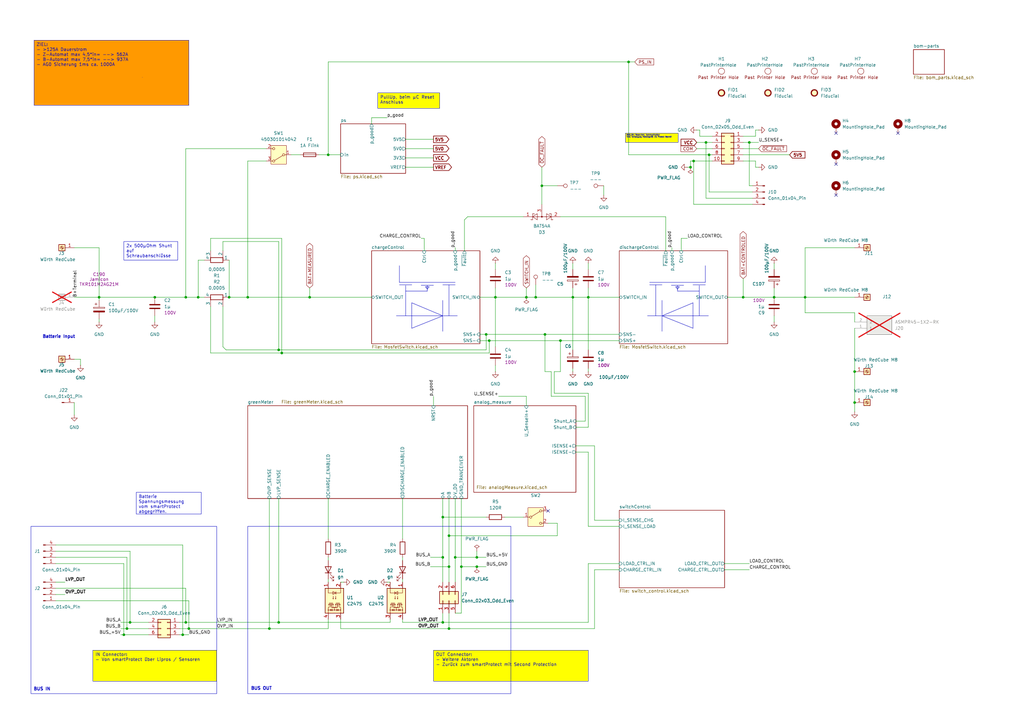
<source format=kicad_sch>
(kicad_sch
	(version 20250114)
	(generator "eeschema")
	(generator_version "9.0")
	(uuid "bf1f8167-8e29-49cc-a467-dd9cc2c77246")
	(paper "A3")
	(lib_symbols
		(symbol "ASMPR45-1X2-RK:ASMPR45-1X2-RK"
			(pin_names
				(offset 1.016)
			)
			(exclude_from_sim no)
			(in_bom yes)
			(on_board yes)
			(property "Reference" "J"
				(at -5.08 3.302 0)
				(effects
					(font
						(size 1.27 1.27)
					)
					(justify left bottom)
				)
			)
			(property "Value" "ASMPR45-1X2-RK"
				(at -5.08 -7.62 0)
				(effects
					(font
						(size 1.27 1.27)
					)
					(justify left bottom)
				)
			)
			(property "Footprint" "ASMPR45-1X2-RK:APP_ASMPR45-1X2-RK"
				(at 0 0 0)
				(effects
					(font
						(size 1.27 1.27)
					)
					(justify bottom)
					(hide yes)
				)
			)
			(property "Datasheet" ""
				(at 0 0 0)
				(effects
					(font
						(size 1.27 1.27)
					)
					(hide yes)
				)
			)
			(property "Description" ""
				(at 0 0 0)
				(effects
					(font
						(size 1.27 1.27)
					)
					(hide yes)
				)
			)
			(property "MF" "Anderson Power Products"
				(at 0 0 0)
				(effects
					(font
						(size 1.27 1.27)
					)
					(justify bottom)
					(hide yes)
				)
			)
			(property "MAXIMUM_PACKAGE_HEIGHT" "8.4mm"
				(at 0 0 0)
				(effects
					(font
						(size 1.27 1.27)
					)
					(justify bottom)
					(hide yes)
				)
			)
			(property "Package" "None"
				(at 0 0 0)
				(effects
					(font
						(size 1.27 1.27)
					)
					(justify bottom)
					(hide yes)
				)
			)
			(property "Price" "None"
				(at 0 0 0)
				(effects
					(font
						(size 1.27 1.27)
					)
					(justify bottom)
					(hide yes)
				)
			)
			(property "Check_prices" "https://www.snapeda.com/parts/ASMPR45-1X2-RK/Anderson+Metals/view-part/?ref=eda"
				(at 0 0 0)
				(effects
					(font
						(size 1.27 1.27)
					)
					(justify bottom)
					(hide yes)
				)
			)
			(property "STANDARD" "Manufacturer Recommendations"
				(at 0 0 0)
				(effects
					(font
						(size 1.27 1.27)
					)
					(justify bottom)
					(hide yes)
				)
			)
			(property "PARTREV" "N/A"
				(at 0 0 0)
				(effects
					(font
						(size 1.27 1.27)
					)
					(justify bottom)
					(hide yes)
				)
			)
			(property "SnapEDA_Link" "https://www.snapeda.com/parts/ASMPR45-1X2-RK/Anderson+Metals/view-part/?ref=snap"
				(at 0 0 0)
				(effects
					(font
						(size 1.27 1.27)
					)
					(justify bottom)
					(hide yes)
				)
			)
			(property "MP" "ASMPR45-1X2-RK"
				(at 0 0 0)
				(effects
					(font
						(size 1.27 1.27)
					)
					(justify bottom)
					(hide yes)
				)
			)
			(property "Description_1" "2 Position Non-Gendered, Self Mating Connector Solder Surface Mount, Right Angle"
				(at 0 0 0)
				(effects
					(font
						(size 1.27 1.27)
					)
					(justify bottom)
					(hide yes)
				)
			)
			(property "Availability" "In Stock"
				(at 0 0 0)
				(effects
					(font
						(size 1.27 1.27)
					)
					(justify bottom)
					(hide yes)
				)
			)
			(property "MANUFACTURER" "APP"
				(at 0 0 0)
				(effects
					(font
						(size 1.27 1.27)
					)
					(justify bottom)
					(hide yes)
				)
			)
			(symbol "ASMPR45-1X2-RK_0_0"
				(rectangle
					(start -5.08 -5.08)
					(end 5.08 2.54)
					(stroke
						(width 0.254)
						(type default)
					)
					(fill
						(type background)
					)
				)
				(pin passive line
					(at -10.16 0 0)
					(length 5.08)
					(name "1"
						(effects
							(font
								(size 1.016 1.016)
							)
						)
					)
					(number "1"
						(effects
							(font
								(size 1.016 1.016)
							)
						)
					)
				)
				(pin passive line
					(at -10.16 -2.54 0)
					(length 5.08)
					(name "2"
						(effects
							(font
								(size 1.016 1.016)
							)
						)
					)
					(number "2"
						(effects
							(font
								(size 1.016 1.016)
							)
						)
					)
				)
			)
			(embedded_fonts no)
		)
		(symbol "Connector:Conn_01x01_Pin"
			(pin_names
				(offset 1.016)
				(hide yes)
			)
			(exclude_from_sim no)
			(in_bom yes)
			(on_board yes)
			(property "Reference" "J"
				(at 0 2.54 0)
				(effects
					(font
						(size 1.27 1.27)
					)
				)
			)
			(property "Value" "Conn_01x01_Pin"
				(at 0 -2.54 0)
				(effects
					(font
						(size 1.27 1.27)
					)
				)
			)
			(property "Footprint" ""
				(at 0 0 0)
				(effects
					(font
						(size 1.27 1.27)
					)
					(hide yes)
				)
			)
			(property "Datasheet" "~"
				(at 0 0 0)
				(effects
					(font
						(size 1.27 1.27)
					)
					(hide yes)
				)
			)
			(property "Description" "Generic connector, single row, 01x01, script generated"
				(at 0 0 0)
				(effects
					(font
						(size 1.27 1.27)
					)
					(hide yes)
				)
			)
			(property "ki_locked" ""
				(at 0 0 0)
				(effects
					(font
						(size 1.27 1.27)
					)
				)
			)
			(property "ki_keywords" "connector"
				(at 0 0 0)
				(effects
					(font
						(size 1.27 1.27)
					)
					(hide yes)
				)
			)
			(property "ki_fp_filters" "Connector*:*_1x??_*"
				(at 0 0 0)
				(effects
					(font
						(size 1.27 1.27)
					)
					(hide yes)
				)
			)
			(symbol "Conn_01x01_Pin_1_1"
				(rectangle
					(start 0.8636 0.127)
					(end 0 -0.127)
					(stroke
						(width 0.1524)
						(type default)
					)
					(fill
						(type outline)
					)
				)
				(polyline
					(pts
						(xy 1.27 0) (xy 0.8636 0)
					)
					(stroke
						(width 0.1524)
						(type default)
					)
					(fill
						(type none)
					)
				)
				(pin passive line
					(at 5.08 0 180)
					(length 3.81)
					(name "Pin_1"
						(effects
							(font
								(size 1.27 1.27)
							)
						)
					)
					(number "1"
						(effects
							(font
								(size 1.27 1.27)
							)
						)
					)
				)
			)
			(embedded_fonts no)
		)
		(symbol "Connector:Conn_01x04_Pin"
			(pin_names
				(offset 1.016)
				(hide yes)
			)
			(exclude_from_sim no)
			(in_bom yes)
			(on_board yes)
			(property "Reference" "J"
				(at 0 5.08 0)
				(effects
					(font
						(size 1.27 1.27)
					)
				)
			)
			(property "Value" "Conn_01x04_Pin"
				(at 0 -7.62 0)
				(effects
					(font
						(size 1.27 1.27)
					)
				)
			)
			(property "Footprint" ""
				(at 0 0 0)
				(effects
					(font
						(size 1.27 1.27)
					)
					(hide yes)
				)
			)
			(property "Datasheet" "~"
				(at 0 0 0)
				(effects
					(font
						(size 1.27 1.27)
					)
					(hide yes)
				)
			)
			(property "Description" "Generic connector, single row, 01x04, script generated"
				(at 0 0 0)
				(effects
					(font
						(size 1.27 1.27)
					)
					(hide yes)
				)
			)
			(property "ki_locked" ""
				(at 0 0 0)
				(effects
					(font
						(size 1.27 1.27)
					)
				)
			)
			(property "ki_keywords" "connector"
				(at 0 0 0)
				(effects
					(font
						(size 1.27 1.27)
					)
					(hide yes)
				)
			)
			(property "ki_fp_filters" "Connector*:*_1x??_*"
				(at 0 0 0)
				(effects
					(font
						(size 1.27 1.27)
					)
					(hide yes)
				)
			)
			(symbol "Conn_01x04_Pin_1_1"
				(rectangle
					(start 0.8636 2.667)
					(end 0 2.413)
					(stroke
						(width 0.1524)
						(type default)
					)
					(fill
						(type outline)
					)
				)
				(rectangle
					(start 0.8636 0.127)
					(end 0 -0.127)
					(stroke
						(width 0.1524)
						(type default)
					)
					(fill
						(type outline)
					)
				)
				(rectangle
					(start 0.8636 -2.413)
					(end 0 -2.667)
					(stroke
						(width 0.1524)
						(type default)
					)
					(fill
						(type outline)
					)
				)
				(rectangle
					(start 0.8636 -4.953)
					(end 0 -5.207)
					(stroke
						(width 0.1524)
						(type default)
					)
					(fill
						(type outline)
					)
				)
				(polyline
					(pts
						(xy 1.27 2.54) (xy 0.8636 2.54)
					)
					(stroke
						(width 0.1524)
						(type default)
					)
					(fill
						(type none)
					)
				)
				(polyline
					(pts
						(xy 1.27 0) (xy 0.8636 0)
					)
					(stroke
						(width 0.1524)
						(type default)
					)
					(fill
						(type none)
					)
				)
				(polyline
					(pts
						(xy 1.27 -2.54) (xy 0.8636 -2.54)
					)
					(stroke
						(width 0.1524)
						(type default)
					)
					(fill
						(type none)
					)
				)
				(polyline
					(pts
						(xy 1.27 -5.08) (xy 0.8636 -5.08)
					)
					(stroke
						(width 0.1524)
						(type default)
					)
					(fill
						(type none)
					)
				)
				(pin passive line
					(at 5.08 2.54 180)
					(length 3.81)
					(name "Pin_1"
						(effects
							(font
								(size 1.27 1.27)
							)
						)
					)
					(number "1"
						(effects
							(font
								(size 1.27 1.27)
							)
						)
					)
				)
				(pin passive line
					(at 5.08 0 180)
					(length 3.81)
					(name "Pin_2"
						(effects
							(font
								(size 1.27 1.27)
							)
						)
					)
					(number "2"
						(effects
							(font
								(size 1.27 1.27)
							)
						)
					)
				)
				(pin passive line
					(at 5.08 -2.54 180)
					(length 3.81)
					(name "Pin_3"
						(effects
							(font
								(size 1.27 1.27)
							)
						)
					)
					(number "3"
						(effects
							(font
								(size 1.27 1.27)
							)
						)
					)
				)
				(pin passive line
					(at 5.08 -5.08 180)
					(length 3.81)
					(name "Pin_4"
						(effects
							(font
								(size 1.27 1.27)
							)
						)
					)
					(number "4"
						(effects
							(font
								(size 1.27 1.27)
							)
						)
					)
				)
			)
			(embedded_fonts no)
		)
		(symbol "Connector:Screw_Terminal_01x01"
			(pin_names
				(offset 1.016)
				(hide yes)
			)
			(exclude_from_sim no)
			(in_bom yes)
			(on_board yes)
			(property "Reference" "J"
				(at 0 2.54 0)
				(effects
					(font
						(size 1.27 1.27)
					)
				)
			)
			(property "Value" "Screw_Terminal_01x01"
				(at 0 -2.54 0)
				(effects
					(font
						(size 1.27 1.27)
					)
				)
			)
			(property "Footprint" ""
				(at 0 0 0)
				(effects
					(font
						(size 1.27 1.27)
					)
					(hide yes)
				)
			)
			(property "Datasheet" "~"
				(at 0 0 0)
				(effects
					(font
						(size 1.27 1.27)
					)
					(hide yes)
				)
			)
			(property "Description" "Generic screw terminal, single row, 01x01, script generated (kicad-library-utils/schlib/autogen/connector/)"
				(at 0 0 0)
				(effects
					(font
						(size 1.27 1.27)
					)
					(hide yes)
				)
			)
			(property "ki_keywords" "screw terminal"
				(at 0 0 0)
				(effects
					(font
						(size 1.27 1.27)
					)
					(hide yes)
				)
			)
			(property "ki_fp_filters" "TerminalBlock*:*"
				(at 0 0 0)
				(effects
					(font
						(size 1.27 1.27)
					)
					(hide yes)
				)
			)
			(symbol "Screw_Terminal_01x01_1_1"
				(rectangle
					(start -1.27 1.27)
					(end 1.27 -1.27)
					(stroke
						(width 0.254)
						(type default)
					)
					(fill
						(type background)
					)
				)
				(polyline
					(pts
						(xy -0.5334 0.3302) (xy 0.3302 -0.508)
					)
					(stroke
						(width 0.1524)
						(type default)
					)
					(fill
						(type none)
					)
				)
				(polyline
					(pts
						(xy -0.3556 0.508) (xy 0.508 -0.3302)
					)
					(stroke
						(width 0.1524)
						(type default)
					)
					(fill
						(type none)
					)
				)
				(circle
					(center 0 0)
					(radius 0.635)
					(stroke
						(width 0.1524)
						(type default)
					)
					(fill
						(type none)
					)
				)
				(pin passive line
					(at -5.08 0 0)
					(length 3.81)
					(name "Pin_1"
						(effects
							(font
								(size 1.27 1.27)
							)
						)
					)
					(number "1"
						(effects
							(font
								(size 1.27 1.27)
							)
						)
					)
				)
			)
			(embedded_fonts no)
		)
		(symbol "Connector:TestPoint"
			(pin_numbers
				(hide yes)
			)
			(pin_names
				(offset 0.762)
				(hide yes)
			)
			(exclude_from_sim no)
			(in_bom yes)
			(on_board yes)
			(property "Reference" "TP"
				(at 0 6.858 0)
				(effects
					(font
						(size 1.27 1.27)
					)
				)
			)
			(property "Value" "TestPoint"
				(at 0 5.08 0)
				(effects
					(font
						(size 1.27 1.27)
					)
				)
			)
			(property "Footprint" ""
				(at 5.08 0 0)
				(effects
					(font
						(size 1.27 1.27)
					)
					(hide yes)
				)
			)
			(property "Datasheet" "~"
				(at 5.08 0 0)
				(effects
					(font
						(size 1.27 1.27)
					)
					(hide yes)
				)
			)
			(property "Description" "test point"
				(at 0 0 0)
				(effects
					(font
						(size 1.27 1.27)
					)
					(hide yes)
				)
			)
			(property "ki_keywords" "test point tp"
				(at 0 0 0)
				(effects
					(font
						(size 1.27 1.27)
					)
					(hide yes)
				)
			)
			(property "ki_fp_filters" "Pin* Test*"
				(at 0 0 0)
				(effects
					(font
						(size 1.27 1.27)
					)
					(hide yes)
				)
			)
			(symbol "TestPoint_0_1"
				(circle
					(center 0 3.302)
					(radius 0.762)
					(stroke
						(width 0)
						(type default)
					)
					(fill
						(type none)
					)
				)
			)
			(symbol "TestPoint_1_1"
				(pin passive line
					(at 0 0 90)
					(length 2.54)
					(name "1"
						(effects
							(font
								(size 1.27 1.27)
							)
						)
					)
					(number "1"
						(effects
							(font
								(size 1.27 1.27)
							)
						)
					)
				)
			)
			(embedded_fonts no)
		)
		(symbol "Connector_Generic:Conn_02x03_Odd_Even"
			(pin_names
				(offset 1.016)
				(hide yes)
			)
			(exclude_from_sim no)
			(in_bom yes)
			(on_board yes)
			(property "Reference" "J"
				(at 1.27 5.08 0)
				(effects
					(font
						(size 1.27 1.27)
					)
				)
			)
			(property "Value" "Conn_02x03_Odd_Even"
				(at 1.27 -5.08 0)
				(effects
					(font
						(size 1.27 1.27)
					)
				)
			)
			(property "Footprint" ""
				(at 0 0 0)
				(effects
					(font
						(size 1.27 1.27)
					)
					(hide yes)
				)
			)
			(property "Datasheet" "~"
				(at 0 0 0)
				(effects
					(font
						(size 1.27 1.27)
					)
					(hide yes)
				)
			)
			(property "Description" "Generic connector, double row, 02x03, odd/even pin numbering scheme (row 1 odd numbers, row 2 even numbers), script generated (kicad-library-utils/schlib/autogen/connector/)"
				(at 0 0 0)
				(effects
					(font
						(size 1.27 1.27)
					)
					(hide yes)
				)
			)
			(property "ki_keywords" "connector"
				(at 0 0 0)
				(effects
					(font
						(size 1.27 1.27)
					)
					(hide yes)
				)
			)
			(property "ki_fp_filters" "Connector*:*_2x??_*"
				(at 0 0 0)
				(effects
					(font
						(size 1.27 1.27)
					)
					(hide yes)
				)
			)
			(symbol "Conn_02x03_Odd_Even_1_1"
				(rectangle
					(start -1.27 3.81)
					(end 3.81 -3.81)
					(stroke
						(width 0.254)
						(type default)
					)
					(fill
						(type background)
					)
				)
				(rectangle
					(start -1.27 2.667)
					(end 0 2.413)
					(stroke
						(width 0.1524)
						(type default)
					)
					(fill
						(type none)
					)
				)
				(rectangle
					(start -1.27 0.127)
					(end 0 -0.127)
					(stroke
						(width 0.1524)
						(type default)
					)
					(fill
						(type none)
					)
				)
				(rectangle
					(start -1.27 -2.413)
					(end 0 -2.667)
					(stroke
						(width 0.1524)
						(type default)
					)
					(fill
						(type none)
					)
				)
				(rectangle
					(start 3.81 2.667)
					(end 2.54 2.413)
					(stroke
						(width 0.1524)
						(type default)
					)
					(fill
						(type none)
					)
				)
				(rectangle
					(start 3.81 0.127)
					(end 2.54 -0.127)
					(stroke
						(width 0.1524)
						(type default)
					)
					(fill
						(type none)
					)
				)
				(rectangle
					(start 3.81 -2.413)
					(end 2.54 -2.667)
					(stroke
						(width 0.1524)
						(type default)
					)
					(fill
						(type none)
					)
				)
				(pin passive line
					(at -5.08 2.54 0)
					(length 3.81)
					(name "Pin_1"
						(effects
							(font
								(size 1.27 1.27)
							)
						)
					)
					(number "1"
						(effects
							(font
								(size 1.27 1.27)
							)
						)
					)
				)
				(pin passive line
					(at -5.08 0 0)
					(length 3.81)
					(name "Pin_3"
						(effects
							(font
								(size 1.27 1.27)
							)
						)
					)
					(number "3"
						(effects
							(font
								(size 1.27 1.27)
							)
						)
					)
				)
				(pin passive line
					(at -5.08 -2.54 0)
					(length 3.81)
					(name "Pin_5"
						(effects
							(font
								(size 1.27 1.27)
							)
						)
					)
					(number "5"
						(effects
							(font
								(size 1.27 1.27)
							)
						)
					)
				)
				(pin passive line
					(at 7.62 2.54 180)
					(length 3.81)
					(name "Pin_2"
						(effects
							(font
								(size 1.27 1.27)
							)
						)
					)
					(number "2"
						(effects
							(font
								(size 1.27 1.27)
							)
						)
					)
				)
				(pin passive line
					(at 7.62 0 180)
					(length 3.81)
					(name "Pin_4"
						(effects
							(font
								(size 1.27 1.27)
							)
						)
					)
					(number "4"
						(effects
							(font
								(size 1.27 1.27)
							)
						)
					)
				)
				(pin passive line
					(at 7.62 -2.54 180)
					(length 3.81)
					(name "Pin_6"
						(effects
							(font
								(size 1.27 1.27)
							)
						)
					)
					(number "6"
						(effects
							(font
								(size 1.27 1.27)
							)
						)
					)
				)
			)
			(embedded_fonts no)
		)
		(symbol "Connector_Generic:Conn_02x05_Odd_Even"
			(pin_names
				(offset 1.016)
				(hide yes)
			)
			(exclude_from_sim no)
			(in_bom yes)
			(on_board yes)
			(property "Reference" "J"
				(at 1.27 7.62 0)
				(effects
					(font
						(size 1.27 1.27)
					)
				)
			)
			(property "Value" "Conn_02x05_Odd_Even"
				(at 1.27 -7.62 0)
				(effects
					(font
						(size 1.27 1.27)
					)
				)
			)
			(property "Footprint" ""
				(at 0 0 0)
				(effects
					(font
						(size 1.27 1.27)
					)
					(hide yes)
				)
			)
			(property "Datasheet" "~"
				(at 0 0 0)
				(effects
					(font
						(size 1.27 1.27)
					)
					(hide yes)
				)
			)
			(property "Description" "Generic connector, double row, 02x05, odd/even pin numbering scheme (row 1 odd numbers, row 2 even numbers), script generated (kicad-library-utils/schlib/autogen/connector/)"
				(at 0 0 0)
				(effects
					(font
						(size 1.27 1.27)
					)
					(hide yes)
				)
			)
			(property "ki_keywords" "connector"
				(at 0 0 0)
				(effects
					(font
						(size 1.27 1.27)
					)
					(hide yes)
				)
			)
			(property "ki_fp_filters" "Connector*:*_2x??_*"
				(at 0 0 0)
				(effects
					(font
						(size 1.27 1.27)
					)
					(hide yes)
				)
			)
			(symbol "Conn_02x05_Odd_Even_1_1"
				(rectangle
					(start -1.27 6.35)
					(end 3.81 -6.35)
					(stroke
						(width 0.254)
						(type default)
					)
					(fill
						(type background)
					)
				)
				(rectangle
					(start -1.27 5.207)
					(end 0 4.953)
					(stroke
						(width 0.1524)
						(type default)
					)
					(fill
						(type none)
					)
				)
				(rectangle
					(start -1.27 2.667)
					(end 0 2.413)
					(stroke
						(width 0.1524)
						(type default)
					)
					(fill
						(type none)
					)
				)
				(rectangle
					(start -1.27 0.127)
					(end 0 -0.127)
					(stroke
						(width 0.1524)
						(type default)
					)
					(fill
						(type none)
					)
				)
				(rectangle
					(start -1.27 -2.413)
					(end 0 -2.667)
					(stroke
						(width 0.1524)
						(type default)
					)
					(fill
						(type none)
					)
				)
				(rectangle
					(start -1.27 -4.953)
					(end 0 -5.207)
					(stroke
						(width 0.1524)
						(type default)
					)
					(fill
						(type none)
					)
				)
				(rectangle
					(start 3.81 5.207)
					(end 2.54 4.953)
					(stroke
						(width 0.1524)
						(type default)
					)
					(fill
						(type none)
					)
				)
				(rectangle
					(start 3.81 2.667)
					(end 2.54 2.413)
					(stroke
						(width 0.1524)
						(type default)
					)
					(fill
						(type none)
					)
				)
				(rectangle
					(start 3.81 0.127)
					(end 2.54 -0.127)
					(stroke
						(width 0.1524)
						(type default)
					)
					(fill
						(type none)
					)
				)
				(rectangle
					(start 3.81 -2.413)
					(end 2.54 -2.667)
					(stroke
						(width 0.1524)
						(type default)
					)
					(fill
						(type none)
					)
				)
				(rectangle
					(start 3.81 -4.953)
					(end 2.54 -5.207)
					(stroke
						(width 0.1524)
						(type default)
					)
					(fill
						(type none)
					)
				)
				(pin passive line
					(at -5.08 5.08 0)
					(length 3.81)
					(name "Pin_1"
						(effects
							(font
								(size 1.27 1.27)
							)
						)
					)
					(number "1"
						(effects
							(font
								(size 1.27 1.27)
							)
						)
					)
				)
				(pin passive line
					(at -5.08 2.54 0)
					(length 3.81)
					(name "Pin_3"
						(effects
							(font
								(size 1.27 1.27)
							)
						)
					)
					(number "3"
						(effects
							(font
								(size 1.27 1.27)
							)
						)
					)
				)
				(pin passive line
					(at -5.08 0 0)
					(length 3.81)
					(name "Pin_5"
						(effects
							(font
								(size 1.27 1.27)
							)
						)
					)
					(number "5"
						(effects
							(font
								(size 1.27 1.27)
							)
						)
					)
				)
				(pin passive line
					(at -5.08 -2.54 0)
					(length 3.81)
					(name "Pin_7"
						(effects
							(font
								(size 1.27 1.27)
							)
						)
					)
					(number "7"
						(effects
							(font
								(size 1.27 1.27)
							)
						)
					)
				)
				(pin passive line
					(at -5.08 -5.08 0)
					(length 3.81)
					(name "Pin_9"
						(effects
							(font
								(size 1.27 1.27)
							)
						)
					)
					(number "9"
						(effects
							(font
								(size 1.27 1.27)
							)
						)
					)
				)
				(pin passive line
					(at 7.62 5.08 180)
					(length 3.81)
					(name "Pin_2"
						(effects
							(font
								(size 1.27 1.27)
							)
						)
					)
					(number "2"
						(effects
							(font
								(size 1.27 1.27)
							)
						)
					)
				)
				(pin passive line
					(at 7.62 2.54 180)
					(length 3.81)
					(name "Pin_4"
						(effects
							(font
								(size 1.27 1.27)
							)
						)
					)
					(number "4"
						(effects
							(font
								(size 1.27 1.27)
							)
						)
					)
				)
				(pin passive line
					(at 7.62 0 180)
					(length 3.81)
					(name "Pin_6"
						(effects
							(font
								(size 1.27 1.27)
							)
						)
					)
					(number "6"
						(effects
							(font
								(size 1.27 1.27)
							)
						)
					)
				)
				(pin passive line
					(at 7.62 -2.54 180)
					(length 3.81)
					(name "Pin_8"
						(effects
							(font
								(size 1.27 1.27)
							)
						)
					)
					(number "8"
						(effects
							(font
								(size 1.27 1.27)
							)
						)
					)
				)
				(pin passive line
					(at 7.62 -5.08 180)
					(length 3.81)
					(name "Pin_10"
						(effects
							(font
								(size 1.27 1.27)
							)
						)
					)
					(number "10"
						(effects
							(font
								(size 1.27 1.27)
							)
						)
					)
				)
			)
			(embedded_fonts no)
		)
		(symbol "Device:C"
			(pin_numbers
				(hide yes)
			)
			(pin_names
				(offset 0.254)
			)
			(exclude_from_sim no)
			(in_bom yes)
			(on_board yes)
			(property "Reference" "C"
				(at 0.635 2.54 0)
				(effects
					(font
						(size 1.27 1.27)
					)
					(justify left)
				)
			)
			(property "Value" "C"
				(at 0.635 -2.54 0)
				(effects
					(font
						(size 1.27 1.27)
					)
					(justify left)
				)
			)
			(property "Footprint" ""
				(at 0.9652 -3.81 0)
				(effects
					(font
						(size 1.27 1.27)
					)
					(hide yes)
				)
			)
			(property "Datasheet" "~"
				(at 0 0 0)
				(effects
					(font
						(size 1.27 1.27)
					)
					(hide yes)
				)
			)
			(property "Description" "Unpolarized capacitor"
				(at 0 0 0)
				(effects
					(font
						(size 1.27 1.27)
					)
					(hide yes)
				)
			)
			(property "ki_keywords" "cap capacitor"
				(at 0 0 0)
				(effects
					(font
						(size 1.27 1.27)
					)
					(hide yes)
				)
			)
			(property "ki_fp_filters" "C_*"
				(at 0 0 0)
				(effects
					(font
						(size 1.27 1.27)
					)
					(hide yes)
				)
			)
			(symbol "C_0_1"
				(polyline
					(pts
						(xy -2.032 0.762) (xy 2.032 0.762)
					)
					(stroke
						(width 0.508)
						(type default)
					)
					(fill
						(type none)
					)
				)
				(polyline
					(pts
						(xy -2.032 -0.762) (xy 2.032 -0.762)
					)
					(stroke
						(width 0.508)
						(type default)
					)
					(fill
						(type none)
					)
				)
			)
			(symbol "C_1_1"
				(pin passive line
					(at 0 3.81 270)
					(length 2.794)
					(name "~"
						(effects
							(font
								(size 1.27 1.27)
							)
						)
					)
					(number "1"
						(effects
							(font
								(size 1.27 1.27)
							)
						)
					)
				)
				(pin passive line
					(at 0 -3.81 90)
					(length 2.794)
					(name "~"
						(effects
							(font
								(size 1.27 1.27)
							)
						)
					)
					(number "2"
						(effects
							(font
								(size 1.27 1.27)
							)
						)
					)
				)
			)
			(embedded_fonts no)
		)
		(symbol "Device:C_Polarized"
			(pin_numbers
				(hide yes)
			)
			(pin_names
				(offset 0.254)
			)
			(exclude_from_sim no)
			(in_bom yes)
			(on_board yes)
			(property "Reference" "C"
				(at 0.635 2.54 0)
				(effects
					(font
						(size 1.27 1.27)
					)
					(justify left)
				)
			)
			(property "Value" "C_Polarized"
				(at 0.635 -2.54 0)
				(effects
					(font
						(size 1.27 1.27)
					)
					(justify left)
				)
			)
			(property "Footprint" ""
				(at 0.9652 -3.81 0)
				(effects
					(font
						(size 1.27 1.27)
					)
					(hide yes)
				)
			)
			(property "Datasheet" "~"
				(at 0 0 0)
				(effects
					(font
						(size 1.27 1.27)
					)
					(hide yes)
				)
			)
			(property "Description" "Polarized capacitor"
				(at 0 0 0)
				(effects
					(font
						(size 1.27 1.27)
					)
					(hide yes)
				)
			)
			(property "ki_keywords" "cap capacitor"
				(at 0 0 0)
				(effects
					(font
						(size 1.27 1.27)
					)
					(hide yes)
				)
			)
			(property "ki_fp_filters" "CP_*"
				(at 0 0 0)
				(effects
					(font
						(size 1.27 1.27)
					)
					(hide yes)
				)
			)
			(symbol "C_Polarized_0_1"
				(rectangle
					(start -2.286 0.508)
					(end 2.286 1.016)
					(stroke
						(width 0)
						(type default)
					)
					(fill
						(type none)
					)
				)
				(polyline
					(pts
						(xy -1.778 2.286) (xy -0.762 2.286)
					)
					(stroke
						(width 0)
						(type default)
					)
					(fill
						(type none)
					)
				)
				(polyline
					(pts
						(xy -1.27 2.794) (xy -1.27 1.778)
					)
					(stroke
						(width 0)
						(type default)
					)
					(fill
						(type none)
					)
				)
				(rectangle
					(start 2.286 -0.508)
					(end -2.286 -1.016)
					(stroke
						(width 0)
						(type default)
					)
					(fill
						(type outline)
					)
				)
			)
			(symbol "C_Polarized_1_1"
				(pin passive line
					(at 0 3.81 270)
					(length 2.794)
					(name "~"
						(effects
							(font
								(size 1.27 1.27)
							)
						)
					)
					(number "1"
						(effects
							(font
								(size 1.27 1.27)
							)
						)
					)
				)
				(pin passive line
					(at 0 -3.81 90)
					(length 2.794)
					(name "~"
						(effects
							(font
								(size 1.27 1.27)
							)
						)
					)
					(number "2"
						(effects
							(font
								(size 1.27 1.27)
							)
						)
					)
				)
			)
			(embedded_fonts no)
		)
		(symbol "Device:Fuse"
			(pin_numbers
				(hide yes)
			)
			(pin_names
				(offset 0)
			)
			(exclude_from_sim no)
			(in_bom yes)
			(on_board yes)
			(property "Reference" "F"
				(at 2.032 0 90)
				(effects
					(font
						(size 1.27 1.27)
					)
				)
			)
			(property "Value" "Fuse"
				(at -1.905 0 90)
				(effects
					(font
						(size 1.27 1.27)
					)
				)
			)
			(property "Footprint" ""
				(at -1.778 0 90)
				(effects
					(font
						(size 1.27 1.27)
					)
					(hide yes)
				)
			)
			(property "Datasheet" "~"
				(at 0 0 0)
				(effects
					(font
						(size 1.27 1.27)
					)
					(hide yes)
				)
			)
			(property "Description" "Fuse"
				(at 0 0 0)
				(effects
					(font
						(size 1.27 1.27)
					)
					(hide yes)
				)
			)
			(property "ki_keywords" "fuse"
				(at 0 0 0)
				(effects
					(font
						(size 1.27 1.27)
					)
					(hide yes)
				)
			)
			(property "ki_fp_filters" "*Fuse*"
				(at 0 0 0)
				(effects
					(font
						(size 1.27 1.27)
					)
					(hide yes)
				)
			)
			(symbol "Fuse_0_1"
				(rectangle
					(start -0.762 -2.54)
					(end 0.762 2.54)
					(stroke
						(width 0.254)
						(type default)
					)
					(fill
						(type none)
					)
				)
				(polyline
					(pts
						(xy 0 2.54) (xy 0 -2.54)
					)
					(stroke
						(width 0)
						(type default)
					)
					(fill
						(type none)
					)
				)
			)
			(symbol "Fuse_1_1"
				(pin passive line
					(at 0 3.81 270)
					(length 1.27)
					(name "~"
						(effects
							(font
								(size 1.27 1.27)
							)
						)
					)
					(number "1"
						(effects
							(font
								(size 1.27 1.27)
							)
						)
					)
				)
				(pin passive line
					(at 0 -3.81 90)
					(length 1.27)
					(name "~"
						(effects
							(font
								(size 1.27 1.27)
							)
						)
					)
					(number "2"
						(effects
							(font
								(size 1.27 1.27)
							)
						)
					)
				)
			)
			(embedded_fonts no)
		)
		(symbol "Device:LED"
			(pin_numbers
				(hide yes)
			)
			(pin_names
				(offset 1.016)
				(hide yes)
			)
			(exclude_from_sim no)
			(in_bom yes)
			(on_board yes)
			(property "Reference" "D"
				(at 0 2.54 0)
				(effects
					(font
						(size 1.27 1.27)
					)
				)
			)
			(property "Value" "LED"
				(at 0 -2.54 0)
				(effects
					(font
						(size 1.27 1.27)
					)
				)
			)
			(property "Footprint" ""
				(at 0 0 0)
				(effects
					(font
						(size 1.27 1.27)
					)
					(hide yes)
				)
			)
			(property "Datasheet" "~"
				(at 0 0 0)
				(effects
					(font
						(size 1.27 1.27)
					)
					(hide yes)
				)
			)
			(property "Description" "Light emitting diode"
				(at 0 0 0)
				(effects
					(font
						(size 1.27 1.27)
					)
					(hide yes)
				)
			)
			(property "Sim.Pins" "1=K 2=A"
				(at 0 0 0)
				(effects
					(font
						(size 1.27 1.27)
					)
					(hide yes)
				)
			)
			(property "ki_keywords" "LED diode"
				(at 0 0 0)
				(effects
					(font
						(size 1.27 1.27)
					)
					(hide yes)
				)
			)
			(property "ki_fp_filters" "LED* LED_SMD:* LED_THT:*"
				(at 0 0 0)
				(effects
					(font
						(size 1.27 1.27)
					)
					(hide yes)
				)
			)
			(symbol "LED_0_1"
				(polyline
					(pts
						(xy -3.048 -0.762) (xy -4.572 -2.286) (xy -3.81 -2.286) (xy -4.572 -2.286) (xy -4.572 -1.524)
					)
					(stroke
						(width 0)
						(type default)
					)
					(fill
						(type none)
					)
				)
				(polyline
					(pts
						(xy -1.778 -0.762) (xy -3.302 -2.286) (xy -2.54 -2.286) (xy -3.302 -2.286) (xy -3.302 -1.524)
					)
					(stroke
						(width 0)
						(type default)
					)
					(fill
						(type none)
					)
				)
				(polyline
					(pts
						(xy -1.27 0) (xy 1.27 0)
					)
					(stroke
						(width 0)
						(type default)
					)
					(fill
						(type none)
					)
				)
				(polyline
					(pts
						(xy -1.27 -1.27) (xy -1.27 1.27)
					)
					(stroke
						(width 0.254)
						(type default)
					)
					(fill
						(type none)
					)
				)
				(polyline
					(pts
						(xy 1.27 -1.27) (xy 1.27 1.27) (xy -1.27 0) (xy 1.27 -1.27)
					)
					(stroke
						(width 0.254)
						(type default)
					)
					(fill
						(type none)
					)
				)
			)
			(symbol "LED_1_1"
				(pin passive line
					(at -3.81 0 0)
					(length 2.54)
					(name "K"
						(effects
							(font
								(size 1.27 1.27)
							)
						)
					)
					(number "1"
						(effects
							(font
								(size 1.27 1.27)
							)
						)
					)
				)
				(pin passive line
					(at 3.81 0 180)
					(length 2.54)
					(name "A"
						(effects
							(font
								(size 1.27 1.27)
							)
						)
					)
					(number "2"
						(effects
							(font
								(size 1.27 1.27)
							)
						)
					)
				)
			)
			(embedded_fonts no)
		)
		(symbol "Device:R"
			(pin_numbers
				(hide yes)
			)
			(pin_names
				(offset 0)
			)
			(exclude_from_sim no)
			(in_bom yes)
			(on_board yes)
			(property "Reference" "R"
				(at 2.032 0 90)
				(effects
					(font
						(size 1.27 1.27)
					)
				)
			)
			(property "Value" "R"
				(at 0 0 90)
				(effects
					(font
						(size 1.27 1.27)
					)
				)
			)
			(property "Footprint" ""
				(at -1.778 0 90)
				(effects
					(font
						(size 1.27 1.27)
					)
					(hide yes)
				)
			)
			(property "Datasheet" "~"
				(at 0 0 0)
				(effects
					(font
						(size 1.27 1.27)
					)
					(hide yes)
				)
			)
			(property "Description" "Resistor"
				(at 0 0 0)
				(effects
					(font
						(size 1.27 1.27)
					)
					(hide yes)
				)
			)
			(property "ki_keywords" "R res resistor"
				(at 0 0 0)
				(effects
					(font
						(size 1.27 1.27)
					)
					(hide yes)
				)
			)
			(property "ki_fp_filters" "R_*"
				(at 0 0 0)
				(effects
					(font
						(size 1.27 1.27)
					)
					(hide yes)
				)
			)
			(symbol "R_0_1"
				(rectangle
					(start -1.016 -2.54)
					(end 1.016 2.54)
					(stroke
						(width 0.254)
						(type default)
					)
					(fill
						(type none)
					)
				)
			)
			(symbol "R_1_1"
				(pin passive line
					(at 0 3.81 270)
					(length 1.27)
					(name "~"
						(effects
							(font
								(size 1.27 1.27)
							)
						)
					)
					(number "1"
						(effects
							(font
								(size 1.27 1.27)
							)
						)
					)
				)
				(pin passive line
					(at 0 -3.81 90)
					(length 1.27)
					(name "~"
						(effects
							(font
								(size 1.27 1.27)
							)
						)
					)
					(number "2"
						(effects
							(font
								(size 1.27 1.27)
							)
						)
					)
				)
			)
			(embedded_fonts no)
		)
		(symbol "Device:R_Shunt"
			(pin_numbers
				(hide yes)
			)
			(pin_names
				(offset 0)
			)
			(exclude_from_sim no)
			(in_bom yes)
			(on_board yes)
			(property "Reference" "R"
				(at -4.445 0 90)
				(effects
					(font
						(size 1.27 1.27)
					)
				)
			)
			(property "Value" "R_Shunt"
				(at -2.54 0 90)
				(effects
					(font
						(size 1.27 1.27)
					)
				)
			)
			(property "Footprint" ""
				(at -1.778 0 90)
				(effects
					(font
						(size 1.27 1.27)
					)
					(hide yes)
				)
			)
			(property "Datasheet" "~"
				(at 0 0 0)
				(effects
					(font
						(size 1.27 1.27)
					)
					(hide yes)
				)
			)
			(property "Description" "Shunt resistor"
				(at 0 0 0)
				(effects
					(font
						(size 1.27 1.27)
					)
					(hide yes)
				)
			)
			(property "ki_keywords" "R res shunt resistor"
				(at 0 0 0)
				(effects
					(font
						(size 1.27 1.27)
					)
					(hide yes)
				)
			)
			(property "ki_fp_filters" "R_*Shunt*"
				(at 0 0 0)
				(effects
					(font
						(size 1.27 1.27)
					)
					(hide yes)
				)
			)
			(symbol "R_Shunt_0_1"
				(rectangle
					(start -1.016 -2.54)
					(end 1.016 2.54)
					(stroke
						(width 0.254)
						(type default)
					)
					(fill
						(type none)
					)
				)
				(polyline
					(pts
						(xy 0 -2.54) (xy 1.27 -2.54)
					)
					(stroke
						(width 0)
						(type default)
					)
					(fill
						(type none)
					)
				)
				(polyline
					(pts
						(xy 1.27 2.54) (xy 0 2.54)
					)
					(stroke
						(width 0)
						(type default)
					)
					(fill
						(type none)
					)
				)
			)
			(symbol "R_Shunt_1_1"
				(pin passive line
					(at 0 5.08 270)
					(length 2.54)
					(name "1"
						(effects
							(font
								(size 1.27 1.27)
							)
						)
					)
					(number "1"
						(effects
							(font
								(size 1.27 1.27)
							)
						)
					)
				)
				(pin passive line
					(at 0 -5.08 90)
					(length 2.54)
					(name "4"
						(effects
							(font
								(size 1.27 1.27)
							)
						)
					)
					(number "4"
						(effects
							(font
								(size 1.27 1.27)
							)
						)
					)
				)
				(pin passive line
					(at 3.81 2.54 180)
					(length 2.54)
					(name "2"
						(effects
							(font
								(size 1.27 1.27)
							)
						)
					)
					(number "2"
						(effects
							(font
								(size 1.27 1.27)
							)
						)
					)
				)
				(pin passive line
					(at 3.81 -2.54 180)
					(length 2.54)
					(name "3"
						(effects
							(font
								(size 1.27 1.27)
							)
						)
					)
					(number "3"
						(effects
							(font
								(size 1.27 1.27)
							)
						)
					)
				)
			)
			(embedded_fonts no)
		)
		(symbol "Diode:BAT54A"
			(pin_names
				(offset 1.016)
			)
			(exclude_from_sim no)
			(in_bom yes)
			(on_board yes)
			(property "Reference" "D"
				(at 0.635 -3.81 0)
				(effects
					(font
						(size 1.27 1.27)
					)
					(justify left)
				)
			)
			(property "Value" "BAT54A"
				(at -6.35 3.175 0)
				(effects
					(font
						(size 1.27 1.27)
					)
					(justify left)
				)
			)
			(property "Footprint" "Package_TO_SOT_SMD:SOT-23"
				(at 1.905 3.175 0)
				(effects
					(font
						(size 1.27 1.27)
					)
					(justify left)
					(hide yes)
				)
			)
			(property "Datasheet" "http://www.diodes.com/_files/datasheets/ds11005.pdf"
				(at -3.048 0 0)
				(effects
					(font
						(size 1.27 1.27)
					)
					(hide yes)
				)
			)
			(property "Description" "schottky barrier diode"
				(at 0 0 0)
				(effects
					(font
						(size 1.27 1.27)
					)
					(hide yes)
				)
			)
			(property "ki_keywords" "schottky diode"
				(at 0 0 0)
				(effects
					(font
						(size 1.27 1.27)
					)
					(hide yes)
				)
			)
			(property "ki_fp_filters" "SOT?23*"
				(at 0 0 0)
				(effects
					(font
						(size 1.27 1.27)
					)
					(hide yes)
				)
			)
			(symbol "BAT54A_0_1"
				(polyline
					(pts
						(xy -4.445 1.27) (xy -4.445 1.016)
					)
					(stroke
						(width 0)
						(type default)
					)
					(fill
						(type none)
					)
				)
				(polyline
					(pts
						(xy -3.81 1.27) (xy -4.445 1.27)
					)
					(stroke
						(width 0)
						(type default)
					)
					(fill
						(type none)
					)
				)
				(polyline
					(pts
						(xy -3.81 0) (xy -1.27 0)
					)
					(stroke
						(width 0)
						(type default)
					)
					(fill
						(type none)
					)
				)
				(polyline
					(pts
						(xy -3.81 -1.27) (xy -3.81 1.27)
					)
					(stroke
						(width 0)
						(type default)
					)
					(fill
						(type none)
					)
				)
				(polyline
					(pts
						(xy -3.81 -1.27) (xy -3.175 -1.27)
					)
					(stroke
						(width 0)
						(type default)
					)
					(fill
						(type none)
					)
				)
				(polyline
					(pts
						(xy -3.175 -1.27) (xy -3.175 -1.016)
					)
					(stroke
						(width 0)
						(type default)
					)
					(fill
						(type none)
					)
				)
				(polyline
					(pts
						(xy -1.905 1.27) (xy -1.905 -1.27) (xy -3.81 0) (xy -1.905 1.27)
					)
					(stroke
						(width 0)
						(type default)
					)
					(fill
						(type none)
					)
				)
				(polyline
					(pts
						(xy -1.905 0) (xy 1.905 0)
					)
					(stroke
						(width 0)
						(type default)
					)
					(fill
						(type none)
					)
				)
				(circle
					(center 0 0)
					(radius 0.254)
					(stroke
						(width 0)
						(type default)
					)
					(fill
						(type outline)
					)
				)
				(polyline
					(pts
						(xy 1.27 0) (xy 3.81 0)
					)
					(stroke
						(width 0)
						(type default)
					)
					(fill
						(type none)
					)
				)
				(polyline
					(pts
						(xy 1.905 1.27) (xy 1.905 -1.27) (xy 3.81 0) (xy 1.905 1.27)
					)
					(stroke
						(width 0)
						(type default)
					)
					(fill
						(type none)
					)
				)
				(polyline
					(pts
						(xy 3.175 -1.27) (xy 3.175 -1.016)
					)
					(stroke
						(width 0)
						(type default)
					)
					(fill
						(type none)
					)
				)
				(polyline
					(pts
						(xy 3.81 1.27) (xy 4.445 1.27)
					)
					(stroke
						(width 0)
						(type default)
					)
					(fill
						(type none)
					)
				)
				(polyline
					(pts
						(xy 3.81 -1.27) (xy 3.175 -1.27)
					)
					(stroke
						(width 0)
						(type default)
					)
					(fill
						(type none)
					)
				)
				(polyline
					(pts
						(xy 3.81 -1.27) (xy 3.81 1.27)
					)
					(stroke
						(width 0)
						(type default)
					)
					(fill
						(type none)
					)
				)
				(polyline
					(pts
						(xy 4.445 1.27) (xy 4.445 1.016)
					)
					(stroke
						(width 0)
						(type default)
					)
					(fill
						(type none)
					)
				)
			)
			(symbol "BAT54A_1_1"
				(pin passive line
					(at -7.62 0 0)
					(length 3.81)
					(name "~"
						(effects
							(font
								(size 1.27 1.27)
							)
						)
					)
					(number "1"
						(effects
							(font
								(size 1.27 1.27)
							)
						)
					)
				)
				(pin passive line
					(at 0 -5.08 90)
					(length 5.08)
					(name "~"
						(effects
							(font
								(size 1.27 1.27)
							)
						)
					)
					(number "3"
						(effects
							(font
								(size 1.27 1.27)
							)
						)
					)
				)
				(pin passive line
					(at 7.62 0 180)
					(length 3.81)
					(name "~"
						(effects
							(font
								(size 1.27 1.27)
							)
						)
					)
					(number "2"
						(effects
							(font
								(size 1.27 1.27)
							)
						)
					)
				)
			)
			(embedded_fonts no)
		)
		(symbol "Mechanical:Fiducial"
			(exclude_from_sim yes)
			(in_bom no)
			(on_board yes)
			(property "Reference" "FID"
				(at 0 5.08 0)
				(effects
					(font
						(size 1.27 1.27)
					)
				)
			)
			(property "Value" "Fiducial"
				(at 0 3.175 0)
				(effects
					(font
						(size 1.27 1.27)
					)
				)
			)
			(property "Footprint" ""
				(at 0 0 0)
				(effects
					(font
						(size 1.27 1.27)
					)
					(hide yes)
				)
			)
			(property "Datasheet" "~"
				(at 0 0 0)
				(effects
					(font
						(size 1.27 1.27)
					)
					(hide yes)
				)
			)
			(property "Description" "Fiducial Marker"
				(at 0 0 0)
				(effects
					(font
						(size 1.27 1.27)
					)
					(hide yes)
				)
			)
			(property "ki_keywords" "fiducial marker"
				(at 0 0 0)
				(effects
					(font
						(size 1.27 1.27)
					)
					(hide yes)
				)
			)
			(property "ki_fp_filters" "Fiducial*"
				(at 0 0 0)
				(effects
					(font
						(size 1.27 1.27)
					)
					(hide yes)
				)
			)
			(symbol "Fiducial_0_1"
				(circle
					(center 0 0)
					(radius 1.27)
					(stroke
						(width 0.508)
						(type default)
					)
					(fill
						(type background)
					)
				)
			)
			(embedded_fonts no)
		)
		(symbol "Mechanical:MountingHole_Pad"
			(pin_numbers
				(hide yes)
			)
			(pin_names
				(offset 1.016)
				(hide yes)
			)
			(exclude_from_sim yes)
			(in_bom no)
			(on_board yes)
			(property "Reference" "H"
				(at 0 6.35 0)
				(effects
					(font
						(size 1.27 1.27)
					)
				)
			)
			(property "Value" "MountingHole_Pad"
				(at 0 4.445 0)
				(effects
					(font
						(size 1.27 1.27)
					)
				)
			)
			(property "Footprint" ""
				(at 0 0 0)
				(effects
					(font
						(size 1.27 1.27)
					)
					(hide yes)
				)
			)
			(property "Datasheet" "~"
				(at 0 0 0)
				(effects
					(font
						(size 1.27 1.27)
					)
					(hide yes)
				)
			)
			(property "Description" "Mounting Hole with connection"
				(at 0 0 0)
				(effects
					(font
						(size 1.27 1.27)
					)
					(hide yes)
				)
			)
			(property "ki_keywords" "mounting hole"
				(at 0 0 0)
				(effects
					(font
						(size 1.27 1.27)
					)
					(hide yes)
				)
			)
			(property "ki_fp_filters" "MountingHole*Pad*"
				(at 0 0 0)
				(effects
					(font
						(size 1.27 1.27)
					)
					(hide yes)
				)
			)
			(symbol "MountingHole_Pad_0_1"
				(circle
					(center 0 1.27)
					(radius 1.27)
					(stroke
						(width 1.27)
						(type default)
					)
					(fill
						(type none)
					)
				)
			)
			(symbol "MountingHole_Pad_1_1"
				(pin input line
					(at 0 -2.54 90)
					(length 2.54)
					(name "1"
						(effects
							(font
								(size 1.27 1.27)
							)
						)
					)
					(number "1"
						(effects
							(font
								(size 1.27 1.27)
							)
						)
					)
				)
			)
			(embedded_fonts no)
		)
		(symbol "Relay_SolidState:ASSR-1218"
			(exclude_from_sim no)
			(in_bom yes)
			(on_board yes)
			(property "Reference" "U"
				(at -5.08 5.08 0)
				(effects
					(font
						(size 1.27 1.27)
					)
					(justify left)
				)
			)
			(property "Value" "ASSR-1218"
				(at 0 5.08 0)
				(effects
					(font
						(size 1.27 1.27)
					)
					(justify left)
				)
			)
			(property "Footprint" "Package_SO:SO-4_4.4x4.3mm_P2.54mm"
				(at -5.08 -5.08 0)
				(effects
					(font
						(size 1.27 1.27)
						(italic yes)
					)
					(justify left)
					(hide yes)
				)
			)
			(property "Datasheet" "https://docs.broadcom.com/docs/AV02-0173EN"
				(at 0 0 0)
				(effects
					(font
						(size 1.27 1.27)
					)
					(justify left)
					(hide yes)
				)
			)
			(property "Description" "Form A, Solid State Relay (Photo MOSFET) 60V, 0.2A, 10Ohm, SO-4"
				(at 0 0 0)
				(effects
					(font
						(size 1.27 1.27)
					)
					(hide yes)
				)
			)
			(property "ki_keywords" "MOSFET Output Photorelay 1-Form-A"
				(at 0 0 0)
				(effects
					(font
						(size 1.27 1.27)
					)
					(hide yes)
				)
			)
			(property "ki_fp_filters" "SO*4.4x4.3mm*P2.54mm*"
				(at 0 0 0)
				(effects
					(font
						(size 1.27 1.27)
					)
					(hide yes)
				)
			)
			(symbol "ASSR-1218_0_1"
				(rectangle
					(start -5.08 3.81)
					(end 5.08 -3.81)
					(stroke
						(width 0.254)
						(type default)
					)
					(fill
						(type background)
					)
				)
				(polyline
					(pts
						(xy -5.08 2.54) (xy -3.175 2.54) (xy -3.175 -2.54) (xy -5.08 -2.54)
					)
					(stroke
						(width 0)
						(type default)
					)
					(fill
						(type none)
					)
				)
				(polyline
					(pts
						(xy -3.81 -0.635) (xy -2.54 -0.635)
					)
					(stroke
						(width 0)
						(type default)
					)
					(fill
						(type none)
					)
				)
				(polyline
					(pts
						(xy -3.175 -0.635) (xy -3.81 0.635) (xy -2.54 0.635) (xy -3.175 -0.635)
					)
					(stroke
						(width 0)
						(type default)
					)
					(fill
						(type none)
					)
				)
				(polyline
					(pts
						(xy -1.905 0.508) (xy -0.635 0.508) (xy -1.016 0.381) (xy -1.016 0.635) (xy -0.635 0.508)
					)
					(stroke
						(width 0)
						(type default)
					)
					(fill
						(type none)
					)
				)
				(polyline
					(pts
						(xy -1.905 -0.508) (xy -0.635 -0.508) (xy -1.016 -0.635) (xy -1.016 -0.381) (xy -0.635 -0.508)
					)
					(stroke
						(width 0)
						(type default)
					)
					(fill
						(type none)
					)
				)
				(polyline
					(pts
						(xy 1.016 2.159) (xy 1.016 0.635)
					)
					(stroke
						(width 0.2032)
						(type default)
					)
					(fill
						(type none)
					)
				)
				(polyline
					(pts
						(xy 1.016 -0.635) (xy 1.016 -2.159)
					)
					(stroke
						(width 0.2032)
						(type default)
					)
					(fill
						(type none)
					)
				)
				(polyline
					(pts
						(xy 1.524 2.286) (xy 1.524 2.032) (xy 1.524 2.032)
					)
					(stroke
						(width 0.3556)
						(type default)
					)
					(fill
						(type none)
					)
				)
				(polyline
					(pts
						(xy 1.524 1.524) (xy 1.524 1.27) (xy 1.524 1.27)
					)
					(stroke
						(width 0.3556)
						(type default)
					)
					(fill
						(type none)
					)
				)
				(polyline
					(pts
						(xy 1.524 0.762) (xy 1.524 0.508) (xy 1.524 0.508)
					)
					(stroke
						(width 0.3556)
						(type default)
					)
					(fill
						(type none)
					)
				)
				(polyline
					(pts
						(xy 1.524 -0.508) (xy 1.524 -0.762)
					)
					(stroke
						(width 0.3556)
						(type default)
					)
					(fill
						(type none)
					)
				)
				(polyline
					(pts
						(xy 1.524 -1.27) (xy 1.524 -1.524) (xy 1.524 -1.524)
					)
					(stroke
						(width 0.3556)
						(type default)
					)
					(fill
						(type none)
					)
				)
				(polyline
					(pts
						(xy 1.524 -2.032) (xy 1.524 -2.286) (xy 1.524 -2.286)
					)
					(stroke
						(width 0.3556)
						(type default)
					)
					(fill
						(type none)
					)
				)
				(polyline
					(pts
						(xy 1.651 2.159) (xy 2.794 2.159) (xy 2.794 2.54) (xy 5.08 2.54)
					)
					(stroke
						(width 0)
						(type default)
					)
					(fill
						(type none)
					)
				)
				(polyline
					(pts
						(xy 1.651 1.397) (xy 2.794 1.397) (xy 2.794 0.635)
					)
					(stroke
						(width 0)
						(type default)
					)
					(fill
						(type none)
					)
				)
				(polyline
					(pts
						(xy 1.651 -0.635) (xy 2.794 -0.635) (xy 2.794 0.635) (xy 1.651 0.635)
					)
					(stroke
						(width 0)
						(type default)
					)
					(fill
						(type none)
					)
				)
				(polyline
					(pts
						(xy 1.651 -1.397) (xy 2.794 -1.397) (xy 2.794 -0.635)
					)
					(stroke
						(width 0)
						(type default)
					)
					(fill
						(type none)
					)
				)
				(polyline
					(pts
						(xy 1.651 -2.159) (xy 2.794 -2.159) (xy 2.794 -2.54) (xy 5.08 -2.54)
					)
					(stroke
						(width 0)
						(type default)
					)
					(fill
						(type none)
					)
				)
				(polyline
					(pts
						(xy 1.778 1.397) (xy 2.286 1.524) (xy 2.286 1.27) (xy 1.778 1.397)
					)
					(stroke
						(width 0)
						(type default)
					)
					(fill
						(type none)
					)
				)
				(polyline
					(pts
						(xy 1.778 -1.397) (xy 2.286 -1.27) (xy 2.286 -1.524) (xy 1.778 -1.397)
					)
					(stroke
						(width 0)
						(type default)
					)
					(fill
						(type none)
					)
				)
				(circle
					(center 2.794 0.635)
					(radius 0.127)
					(stroke
						(width 0)
						(type default)
					)
					(fill
						(type none)
					)
				)
				(polyline
					(pts
						(xy 2.794 0) (xy 3.81 0)
					)
					(stroke
						(width 0)
						(type default)
					)
					(fill
						(type none)
					)
				)
				(circle
					(center 2.794 0)
					(radius 0.127)
					(stroke
						(width 0)
						(type default)
					)
					(fill
						(type none)
					)
				)
				(circle
					(center 2.794 -0.635)
					(radius 0.127)
					(stroke
						(width 0)
						(type default)
					)
					(fill
						(type none)
					)
				)
				(polyline
					(pts
						(xy 3.429 1.651) (xy 4.191 1.651)
					)
					(stroke
						(width 0)
						(type default)
					)
					(fill
						(type none)
					)
				)
				(polyline
					(pts
						(xy 3.429 -1.651) (xy 4.191 -1.651)
					)
					(stroke
						(width 0)
						(type default)
					)
					(fill
						(type none)
					)
				)
				(circle
					(center 3.81 2.54)
					(radius 0.127)
					(stroke
						(width 0)
						(type default)
					)
					(fill
						(type none)
					)
				)
				(polyline
					(pts
						(xy 3.81 1.651) (xy 3.429 0.889) (xy 4.191 0.889) (xy 3.81 1.651)
					)
					(stroke
						(width 0)
						(type default)
					)
					(fill
						(type none)
					)
				)
				(circle
					(center 3.81 0)
					(radius 0.127)
					(stroke
						(width 0)
						(type default)
					)
					(fill
						(type none)
					)
				)
				(polyline
					(pts
						(xy 3.81 -1.651) (xy 3.429 -0.889) (xy 4.191 -0.889) (xy 3.81 -1.651)
					)
					(stroke
						(width 0)
						(type default)
					)
					(fill
						(type none)
					)
				)
				(polyline
					(pts
						(xy 3.81 -2.54) (xy 3.81 2.54)
					)
					(stroke
						(width 0)
						(type default)
					)
					(fill
						(type none)
					)
				)
				(circle
					(center 3.81 -2.54)
					(radius 0.127)
					(stroke
						(width 0)
						(type default)
					)
					(fill
						(type none)
					)
				)
			)
			(symbol "ASSR-1218_1_1"
				(pin passive line
					(at -7.62 2.54 0)
					(length 2.54)
					(name "~"
						(effects
							(font
								(size 1.27 1.27)
							)
						)
					)
					(number "1"
						(effects
							(font
								(size 1.27 1.27)
							)
						)
					)
				)
				(pin passive line
					(at -7.62 -2.54 0)
					(length 2.54)
					(name "~"
						(effects
							(font
								(size 1.27 1.27)
							)
						)
					)
					(number "2"
						(effects
							(font
								(size 1.27 1.27)
							)
						)
					)
				)
				(pin passive line
					(at 7.62 2.54 180)
					(length 2.54)
					(name "~"
						(effects
							(font
								(size 1.27 1.27)
							)
						)
					)
					(number "4"
						(effects
							(font
								(size 1.27 1.27)
							)
						)
					)
				)
				(pin passive line
					(at 7.62 -2.54 180)
					(length 2.54)
					(name "~"
						(effects
							(font
								(size 1.27 1.27)
							)
						)
					)
					(number "3"
						(effects
							(font
								(size 1.27 1.27)
							)
						)
					)
				)
			)
			(embedded_fonts no)
		)
		(symbol "Switch:SW_Wuerth_450301014042"
			(pin_names
				(offset 1)
				(hide yes)
			)
			(exclude_from_sim no)
			(in_bom yes)
			(on_board yes)
			(property "Reference" "SW"
				(at 0 5.08 0)
				(effects
					(font
						(size 1.27 1.27)
					)
				)
			)
			(property "Value" "SW_Wuerth_450301014042"
				(at 0 -5.08 0)
				(effects
					(font
						(size 1.27 1.27)
					)
				)
			)
			(property "Footprint" "Button_Switch_THT:SW_Slide-03_Wuerth-WS-SLTV_10x2.5x6.4_P2.54mm"
				(at 0 -10.16 0)
				(effects
					(font
						(size 1.27 1.27)
					)
					(hide yes)
				)
			)
			(property "Datasheet" "https://www.we-online.com/components/products/datasheet/450301014042.pdf"
				(at 0 -7.62 0)
				(effects
					(font
						(size 1.27 1.27)
					)
					(hide yes)
				)
			)
			(property "Description" "Switch slide, single pole double throw"
				(at 0 0 0)
				(effects
					(font
						(size 1.27 1.27)
					)
					(hide yes)
				)
			)
			(property "ki_keywords" "changeover single-pole opposite-side-connection double-throw spdt ON-ON"
				(at 0 0 0)
				(effects
					(font
						(size 1.27 1.27)
					)
					(hide yes)
				)
			)
			(property "ki_fp_filters" "SW*Wuerth*WS*SLTV*10x2.5x6.4*P2.54mm*"
				(at 0 0 0)
				(effects
					(font
						(size 1.27 1.27)
					)
					(hide yes)
				)
			)
			(symbol "SW_Wuerth_450301014042_0_1"
				(circle
					(center -2.032 0)
					(radius 0.4572)
					(stroke
						(width 0)
						(type default)
					)
					(fill
						(type none)
					)
				)
				(polyline
					(pts
						(xy -1.651 0.254) (xy 1.651 2.286)
					)
					(stroke
						(width 0)
						(type default)
					)
					(fill
						(type none)
					)
				)
				(circle
					(center 2.032 2.54)
					(radius 0.4572)
					(stroke
						(width 0)
						(type default)
					)
					(fill
						(type none)
					)
				)
				(circle
					(center 2.032 -2.54)
					(radius 0.4572)
					(stroke
						(width 0)
						(type default)
					)
					(fill
						(type none)
					)
				)
			)
			(symbol "SW_Wuerth_450301014042_1_1"
				(rectangle
					(start -3.175 3.81)
					(end 3.175 -3.81)
					(stroke
						(width 0)
						(type default)
					)
					(fill
						(type background)
					)
				)
				(pin passive line
					(at -5.08 0 0)
					(length 2.54)
					(name "B"
						(effects
							(font
								(size 1.27 1.27)
							)
						)
					)
					(number "1"
						(effects
							(font
								(size 1.27 1.27)
							)
						)
					)
				)
				(pin passive line
					(at 5.08 2.54 180)
					(length 2.54)
					(name "A"
						(effects
							(font
								(size 1.27 1.27)
							)
						)
					)
					(number "3"
						(effects
							(font
								(size 1.27 1.27)
							)
						)
					)
				)
				(pin passive line
					(at 5.08 -2.54 180)
					(length 2.54)
					(name "C"
						(effects
							(font
								(size 1.27 1.27)
							)
						)
					)
					(number "2"
						(effects
							(font
								(size 1.27 1.27)
							)
						)
					)
				)
			)
			(embedded_fonts no)
		)
		(symbol "myMounting:mounting_past_printer"
			(exclude_from_sim no)
			(in_bom no)
			(on_board yes)
			(property "Reference" "H"
				(at 0 0 0)
				(effects
					(font
						(size 1.27 1.27)
					)
				)
			)
			(property "Value" ""
				(at 0 0 0)
				(effects
					(font
						(size 1.27 1.27)
					)
				)
			)
			(property "Footprint" "myHoles:printer_mounting_holes_1mm"
				(at 0 0 0)
				(effects
					(font
						(size 1.27 1.27)
					)
					(hide yes)
				)
			)
			(property "Datasheet" ""
				(at 0 0 0)
				(effects
					(font
						(size 1.27 1.27)
					)
					(hide yes)
				)
			)
			(property "Description" ""
				(at 0 0 0)
				(effects
					(font
						(size 1.27 1.27)
					)
					(hide yes)
				)
			)
			(symbol "mounting_past_printer_0_1"
				(circle
					(center 0 0)
					(radius 1.27)
					(stroke
						(width 0)
						(type default)
					)
					(fill
						(type none)
					)
				)
			)
			(symbol "mounting_past_printer_1_1"
				(text "Past Printer Hole\n"
					(at -1.27 -2.54 0)
					(effects
						(font
							(size 1.27 1.27)
						)
					)
				)
			)
			(embedded_fonts no)
		)
		(symbol "power:GND"
			(power)
			(pin_numbers
				(hide yes)
			)
			(pin_names
				(offset 0)
				(hide yes)
			)
			(exclude_from_sim no)
			(in_bom yes)
			(on_board yes)
			(property "Reference" "#PWR"
				(at 0 -6.35 0)
				(effects
					(font
						(size 1.27 1.27)
					)
					(hide yes)
				)
			)
			(property "Value" "GND"
				(at 0 -3.81 0)
				(effects
					(font
						(size 1.27 1.27)
					)
				)
			)
			(property "Footprint" ""
				(at 0 0 0)
				(effects
					(font
						(size 1.27 1.27)
					)
					(hide yes)
				)
			)
			(property "Datasheet" ""
				(at 0 0 0)
				(effects
					(font
						(size 1.27 1.27)
					)
					(hide yes)
				)
			)
			(property "Description" "Power symbol creates a global label with name \"GND\" , ground"
				(at 0 0 0)
				(effects
					(font
						(size 1.27 1.27)
					)
					(hide yes)
				)
			)
			(property "ki_keywords" "global power"
				(at 0 0 0)
				(effects
					(font
						(size 1.27 1.27)
					)
					(hide yes)
				)
			)
			(symbol "GND_0_1"
				(polyline
					(pts
						(xy 0 0) (xy 0 -1.27) (xy 1.27 -1.27) (xy 0 -2.54) (xy -1.27 -1.27) (xy 0 -1.27)
					)
					(stroke
						(width 0)
						(type default)
					)
					(fill
						(type none)
					)
				)
			)
			(symbol "GND_1_1"
				(pin power_in line
					(at 0 0 270)
					(length 0)
					(name "~"
						(effects
							(font
								(size 1.27 1.27)
							)
						)
					)
					(number "1"
						(effects
							(font
								(size 1.27 1.27)
							)
						)
					)
				)
			)
			(embedded_fonts no)
		)
		(symbol "power:PWR_FLAG"
			(power)
			(pin_numbers
				(hide yes)
			)
			(pin_names
				(offset 0)
				(hide yes)
			)
			(exclude_from_sim no)
			(in_bom yes)
			(on_board yes)
			(property "Reference" "#FLG"
				(at 0 1.905 0)
				(effects
					(font
						(size 1.27 1.27)
					)
					(hide yes)
				)
			)
			(property "Value" "PWR_FLAG"
				(at 0 3.81 0)
				(effects
					(font
						(size 1.27 1.27)
					)
				)
			)
			(property "Footprint" ""
				(at 0 0 0)
				(effects
					(font
						(size 1.27 1.27)
					)
					(hide yes)
				)
			)
			(property "Datasheet" "~"
				(at 0 0 0)
				(effects
					(font
						(size 1.27 1.27)
					)
					(hide yes)
				)
			)
			(property "Description" "Special symbol for telling ERC where power comes from"
				(at 0 0 0)
				(effects
					(font
						(size 1.27 1.27)
					)
					(hide yes)
				)
			)
			(property "ki_keywords" "flag power"
				(at 0 0 0)
				(effects
					(font
						(size 1.27 1.27)
					)
					(hide yes)
				)
			)
			(symbol "PWR_FLAG_0_0"
				(pin power_out line
					(at 0 0 90)
					(length 0)
					(name "~"
						(effects
							(font
								(size 1.27 1.27)
							)
						)
					)
					(number "1"
						(effects
							(font
								(size 1.27 1.27)
							)
						)
					)
				)
			)
			(symbol "PWR_FLAG_0_1"
				(polyline
					(pts
						(xy 0 0) (xy 0 1.27) (xy -1.016 1.905) (xy 0 2.54) (xy 1.016 1.905) (xy 0 1.27)
					)
					(stroke
						(width 0)
						(type default)
					)
					(fill
						(type none)
					)
				)
			)
			(embedded_fonts no)
		)
	)
	(rectangle
		(start 101.6 215.9)
		(end 209.55 284.48)
		(stroke
			(width 0)
			(type default)
		)
		(fill
			(type none)
		)
		(uuid 850298ac-a063-417f-9435-f66bccdf823b)
	)
	(rectangle
		(start 12.7 215.9)
		(end 88.9 284.48)
		(stroke
			(width 0)
			(type default)
		)
		(fill
			(type none)
		)
		(uuid cf63cb3a-9eee-4975-a102-849d1c547225)
	)
	(text "BUS IN"
		(exclude_from_sim no)
		(at 13.716 283.464 0)
		(effects
			(font
				(size 1.27 1.27)
				(thickness 0.254)
				(bold yes)
			)
			(justify left bottom)
		)
		(uuid "136446c8-4f74-4b3c-959d-a42a5556ed4e")
	)
	(text "Batterie Input"
		(exclude_from_sim no)
		(at 24.13 138.176 0)
		(effects
			(font
				(size 1.27 1.27)
				(thickness 0.254)
				(bold yes)
			)
		)
		(uuid "8fb42ca2-5f05-451a-bcbc-8e2b950c0fd2")
	)
	(text "BUS OUT"
		(exclude_from_sim no)
		(at 102.87 283.21 0)
		(effects
			(font
				(size 1.27 1.27)
				(thickness 0.254)
				(bold yes)
			)
			(justify left bottom)
		)
		(uuid "9353200d-486c-4265-b7e3-1826a39658f3")
	)
	(text_box "Batterie Spannungsmessung\nvom smartProtect abgegriffen."
		(exclude_from_sim no)
		(at 55.88 201.93 0)
		(size 26.67 8.89)
		(margins 0.9525 0.9525 0.9525 0.9525)
		(stroke
			(width 0)
			(type default)
		)
		(fill
			(type none)
		)
		(effects
			(font
				(size 1.27 1.27)
			)
			(justify left top)
		)
		(uuid "01cccd26-2abf-449f-83fa-ad7fc57b30f9")
	)
	(text_box "IN Connector:\n- Von smartProtect über Lipros / Sensoren\n\n"
		(exclude_from_sim no)
		(at 38.1 266.7 0)
		(size 50.8 12.7)
		(margins 0.9525 0.9525 0.9525 0.9525)
		(stroke
			(width 0)
			(type default)
		)
		(fill
			(type color)
			(color 255 255 0 1)
		)
		(effects
			(font
				(size 1.27 1.27)
			)
			(justify left top)
		)
		(uuid "41a30109-5e66-4795-8642-3e645e3d3e64")
	)
	(text_box "BMS_OK: Reserviert, Kommunikation\nVCC: Versorgung Mastergerät via Protect Board? "
		(exclude_from_sim no)
		(at 256.54 54.61 0)
		(size 21.59 3.81)
		(margins 0.375 0.375 0.375 0.375)
		(stroke
			(width 0)
			(type default)
		)
		(fill
			(type color)
			(color 255 255 0 1)
		)
		(effects
			(font
				(size 0.5 0.5)
			)
			(justify left top)
		)
		(uuid "64d119dc-3a90-48b1-8c4c-c9ce2768d752")
	)
	(text_box "OUT Connector:\n- Weitere Aktoren\n- Zurück zum smartProtect mit Second Protection\n"
		(exclude_from_sim no)
		(at 177.8 266.7 0)
		(size 63.5 12.7)
		(margins 0.9525 0.9525 0.9525 0.9525)
		(stroke
			(width 0)
			(type default)
		)
		(fill
			(type color)
			(color 255 255 0 1)
		)
		(effects
			(font
				(size 1.27 1.27)
			)
			(justify left top)
		)
		(uuid "6c579540-6a80-472c-9223-bd719a421bc3")
	)
	(text_box "2x 500µOhm Shunt auf \nSchraubanschlüsse"
		(exclude_from_sim no)
		(at 50.8 99.06 0)
		(size 22.098 7.62)
		(margins 0.9525 0.9525 0.9525 0.9525)
		(stroke
			(width 0)
			(type solid)
		)
		(fill
			(type none)
		)
		(effects
			(font
				(size 1.27 1.27)
			)
			(justify left top)
		)
		(uuid "6d74accd-19d9-4370-b7f1-97049c8dda2e")
	)
	(text_box "ZIEL:\n- >125A Dauerstrom\n- Z-Automat max 4,5*in= --> 562A\n- B-Automat max 7,5*in= --> 937A\n- AG0 Sicherung 1ms ca. 1000A"
		(exclude_from_sim no)
		(at 13.97 16.51 0)
		(size 63.5 26.67)
		(margins 0.9525 0.9525 0.9525 0.9525)
		(stroke
			(width 0)
			(type default)
		)
		(fill
			(type color)
			(color 255 153 0 1)
		)
		(effects
			(font
				(size 1.27 1.27)
			)
			(justify left top)
		)
		(uuid "9753d98c-c394-468d-b2f9-e9d88948aa0f")
	)
	(text_box "PullUp, beim µC Reset Anschluss"
		(exclude_from_sim no)
		(at 154.94 38.1 0)
		(size 25.4 6.35)
		(margins 0.9525 0.9525 0.9525 0.9525)
		(stroke
			(width 0)
			(type solid)
		)
		(fill
			(type color)
			(color 255 255 0 1)
		)
		(effects
			(font
				(size 1.27 1.27)
			)
			(justify left top)
		)
		(uuid "db626048-c77e-485a-97cc-98752e0f4378")
	)
	(text_box ""
		(exclude_from_sim no)
		(at 58.42 31.75 0)
		(size 0 0)
		(margins 0.9525 0.9525 0.9525 0.9525)
		(stroke
			(width 0)
			(type default)
		)
		(fill
			(type color)
			(color 255 153 0 1)
		)
		(effects
			(font
				(size 1.27 1.27)
			)
			(justify left top)
		)
		(uuid "e3014389-9d15-4bd3-ab5c-528c4d258cc0")
	)
	(junction
		(at 195.58 232.41)
		(diameter 0)
		(color 0 0 0 0)
		(uuid "01ef25e3-1aa9-44fe-903e-797f45fcd5d2")
	)
	(junction
		(at 219.71 121.92)
		(diameter 0)
		(color 0 0 0 0)
		(uuid "06a6cb3e-fc30-4fac-a75d-42b756fd3611")
	)
	(junction
		(at 222.25 76.2)
		(diameter 0)
		(color 0 0 0 0)
		(uuid "10720fb9-79ac-4ae0-9828-544212f5d73f")
	)
	(junction
		(at 200.66 139.7)
		(diameter 0)
		(color 0 0 0 0)
		(uuid "135fedec-1528-46ee-a8d7-e19858adc498")
	)
	(junction
		(at 307.34 58.42)
		(diameter 0)
		(color 0 0 0 0)
		(uuid "1ef8064b-869d-486a-98dc-1684228bd5dc")
	)
	(junction
		(at 134.62 63.5)
		(diameter 0)
		(color 0 0 0 0)
		(uuid "2ad941fe-d63d-496e-b8c7-a3fbb1382a1e")
	)
	(junction
		(at 114.3 143.51)
		(diameter 0)
		(color 0 0 0 0)
		(uuid "2c4ff486-68e5-487c-9457-169ad7f6b516")
	)
	(junction
		(at 53.34 255.27)
		(diameter 0)
		(color 0 0 0 0)
		(uuid "2faeb461-3adc-4c30-9801-802bde8c2151")
	)
	(junction
		(at 77.47 257.81)
		(diameter 0)
		(color 0 0 0 0)
		(uuid "33fbbb57-87c9-41e3-a421-5ff535d8702c")
	)
	(junction
		(at 350.52 165.1)
		(diameter 0)
		(color 0 0 0 0)
		(uuid "363be96e-7cdf-4bd9-8fbf-eb613d20e8b0")
	)
	(junction
		(at 184.15 219.71)
		(diameter 0)
		(color 0 0 0 0)
		(uuid "3d19c551-c9f4-46d7-99b4-36301a9fcb18")
	)
	(junction
		(at 110.49 257.81)
		(diameter 0)
		(color 0 0 0 0)
		(uuid "4bb78399-e364-4153-9c05-2963e37d0e66")
	)
	(junction
		(at 40.64 121.92)
		(diameter 0)
		(color 0 0 0 0)
		(uuid "514727c9-be58-4a6d-aa3d-d25f0cf3d6c9")
	)
	(junction
		(at 50.8 260.35)
		(diameter 0)
		(color 0 0 0 0)
		(uuid "6297cd39-09c1-4dc3-a26b-79f42ef9a976")
	)
	(junction
		(at 63.5 121.92)
		(diameter 0)
		(color 0 0 0 0)
		(uuid "7179d82a-7cf7-4045-b7ba-709b86a81300")
	)
	(junction
		(at 93.98 121.92)
		(diameter 0)
		(color 0 0 0 0)
		(uuid "7540b614-57b2-4aad-895c-be25fccb3e3e")
	)
	(junction
		(at 195.58 228.6)
		(diameter 0)
		(color 0 0 0 0)
		(uuid "75dbdeba-a87b-4618-9ad0-8fdbf59a620c")
	)
	(junction
		(at 76.2 121.92)
		(diameter 0)
		(color 0 0 0 0)
		(uuid "7ccc8e09-944d-42e1-8797-c2950aa77746")
	)
	(junction
		(at 184.15 232.41)
		(diameter 0)
		(color 0 0 0 0)
		(uuid "7d21cd92-2354-4b96-bdc1-eb2c8973d10b")
	)
	(junction
		(at 115.57 144.78)
		(diameter 0)
		(color 0 0 0 0)
		(uuid "7ed2a3cd-0657-4bde-ac96-9b37913cb4e2")
	)
	(junction
		(at 81.28 121.92)
		(diameter 0)
		(color 0 0 0 0)
		(uuid "8889c71d-ffc9-4eb9-9e33-b0b955273173")
	)
	(junction
		(at 181.61 228.6)
		(diameter 0)
		(color 0 0 0 0)
		(uuid "91992f9c-19ac-45fd-b2b2-dadc39e1db97")
	)
	(junction
		(at 74.93 260.35)
		(diameter 0)
		(color 0 0 0 0)
		(uuid "94406287-d350-40f3-b51a-33a01448f227")
	)
	(junction
		(at 317.5 121.92)
		(diameter 0)
		(color 0 0 0 0)
		(uuid "998adf8c-c476-4d78-9612-ad1480149191")
	)
	(junction
		(at 284.48 66.04)
		(diameter 0)
		(color 0 0 0 0)
		(uuid "9dd46432-09ea-4041-8b3b-6020e0e7e62c")
	)
	(junction
		(at 203.2 121.92)
		(diameter 0)
		(color 0 0 0 0)
		(uuid "a09092b4-fca0-4ffb-a3e8-da8ff339a6e9")
	)
	(junction
		(at 52.07 257.81)
		(diameter 0)
		(color 0 0 0 0)
		(uuid "a5e03af3-afa2-43db-bdf4-a7dfffad1488")
	)
	(junction
		(at 257.81 25.4)
		(diameter 0)
		(color 0 0 0 0)
		(uuid "aa7f9bd2-311f-4445-9256-5ee15869b717")
	)
	(junction
		(at 184.15 257.81)
		(diameter 0)
		(color 0 0 0 0)
		(uuid "acd78bb9-fc83-48bb-b297-84abc70dca3b")
	)
	(junction
		(at 304.8 121.92)
		(diameter 0)
		(color 0 0 0 0)
		(uuid "b1fe0820-258e-409d-98c8-f46646d8e07c")
	)
	(junction
		(at 127 121.92)
		(diameter 0)
		(color 0 0 0 0)
		(uuid "b4011a90-fb27-450e-9ad7-057533869a12")
	)
	(junction
		(at 234.95 121.92)
		(diameter 0)
		(color 0 0 0 0)
		(uuid "b4615e3b-83fc-4182-b8cb-d68ad445b9a5")
	)
	(junction
		(at 76.2 255.27)
		(diameter 0)
		(color 0 0 0 0)
		(uuid "b92e62a0-53dc-4183-b431-1ce64db448c4")
	)
	(junction
		(at 289.56 58.42)
		(diameter 0)
		(color 0 0 0 0)
		(uuid "bd67c675-fd43-46c4-a69e-7c40c8516c93")
	)
	(junction
		(at 330.2 121.92)
		(diameter 0)
		(color 0 0 0 0)
		(uuid "be7fc079-f4a0-40cf-b12f-8b4a00779b62")
	)
	(junction
		(at 189.23 232.41)
		(diameter 0)
		(color 0 0 0 0)
		(uuid "be963d86-0fc0-43fb-9d9d-a001715db797")
	)
	(junction
		(at 241.3 121.92)
		(diameter 0)
		(color 0 0 0 0)
		(uuid "c6401c92-8da9-4fd2-a647-7f92ffd7a2af")
	)
	(junction
		(at 181.61 255.27)
		(diameter 0)
		(color 0 0 0 0)
		(uuid "d665e66a-183b-40df-97fb-08c143de4941")
	)
	(junction
		(at 283.21 68.58)
		(diameter 0)
		(color 0 0 0 0)
		(uuid "da5e2163-a6ab-45f2-8506-2a2631da5767")
	)
	(junction
		(at 101.6 121.92)
		(diameter 0)
		(color 0 0 0 0)
		(uuid "dbd76a1f-1ae1-4134-a7bb-ef265fe1f56f")
	)
	(junction
		(at 181.61 212.09)
		(diameter 0)
		(color 0 0 0 0)
		(uuid "df56ce5b-b7f6-4f71-8c77-30e854f64c5b")
	)
	(junction
		(at 114.3 255.27)
		(diameter 0)
		(color 0 0 0 0)
		(uuid "e27e8857-912a-422e-af80-b3689c816208")
	)
	(junction
		(at 199.39 137.16)
		(diameter 0)
		(color 0 0 0 0)
		(uuid "e7c4c4da-bf13-444d-860b-edead4e9c227")
	)
	(junction
		(at 290.83 63.5)
		(diameter 0)
		(color 0 0 0 0)
		(uuid "ebffc4c4-60f4-492a-8f9c-f05cc4116c51")
	)
	(junction
		(at 350.52 152.4)
		(diameter 0)
		(color 0 0 0 0)
		(uuid "edb80328-d674-4d06-b7fe-3a682e105130")
	)
	(junction
		(at 223.52 137.16)
		(diameter 0)
		(color 0 0 0 0)
		(uuid "ee6946e5-1337-415e-a612-2aea2cb61d89")
	)
	(junction
		(at 229.87 139.7)
		(diameter 0)
		(color 0 0 0 0)
		(uuid "f0ec2e27-9d51-480d-a6d6-80efb1ca8776")
	)
	(junction
		(at 186.69 228.6)
		(diameter 0)
		(color 0 0 0 0)
		(uuid "f4fa0951-0c93-453c-85ff-365a4741a62d")
	)
	(junction
		(at 215.9 121.92)
		(diameter 0)
		(color 0 0 0 0)
		(uuid "fb19028f-da53-434a-b952-0835f88c4172")
	)
	(no_connect
		(at 342.9 80.01)
		(uuid "01953701-83c0-4d0a-bab5-e095697840ae")
	)
	(no_connect
		(at 368.3 54.61)
		(uuid "0bd87dd1-9286-43cd-831a-e08c0c6469d7")
	)
	(no_connect
		(at 342.9 67.31)
		(uuid "35893da4-b145-4cc9-9d9c-a8c9e7a87ae7")
	)
	(no_connect
		(at 342.9 54.61)
		(uuid "669bc8b9-38d2-4389-be8b-8ee14ff59e1c")
	)
	(no_connect
		(at 224.79 209.55)
		(uuid "7439cf3b-740b-4a0e-91b5-81fd31d8bbe3")
	)
	(polyline
		(pts
			(xy 268.986 116.84) (xy 268.986 129.54)
		)
		(stroke
			(width 0)
			(type default)
		)
		(uuid "00d35c61-cf30-4675-860a-077e321cc95b")
	)
	(wire
		(pts
			(xy 114.3 99.06) (xy 114.3 143.51)
		)
		(stroke
			(width 0)
			(type default)
		)
		(uuid "01120de8-2085-4e4b-ab6f-ed782c10c14b")
	)
	(wire
		(pts
			(xy 219.71 121.92) (xy 234.95 121.92)
		)
		(stroke
			(width 0)
			(type default)
		)
		(uuid "01268ca1-b817-48a2-86c2-27858ca065cd")
	)
	(polyline
		(pts
			(xy 186.69 115.824) (xy 163.83 115.824)
		)
		(stroke
			(width 0)
			(type default)
		)
		(uuid "039c7e44-9fb9-48f9-b1b3-fb159e325e21")
	)
	(wire
		(pts
			(xy 290.83 78.74) (xy 308.61 78.74)
		)
		(stroke
			(width 0)
			(type default)
		)
		(uuid "03d5072c-5ced-4b30-807a-754eebf26942")
	)
	(wire
		(pts
			(xy 22.86 246.38) (xy 77.47 246.38)
		)
		(stroke
			(width 0)
			(type default)
		)
		(uuid "04628e7f-7cb1-44a6-bc9c-6656933ad66d")
	)
	(polyline
		(pts
			(xy 181.61 116.84) (xy 186.69 116.84)
		)
		(stroke
			(width 0)
			(type default)
		)
		(uuid "04fc49f4-671b-406e-8ce6-305519c38896")
	)
	(wire
		(pts
			(xy 350.52 165.1) (xy 350.52 168.91)
		)
		(stroke
			(width 0)
			(type default)
		)
		(uuid "05574ae0-d61d-43d0-b4dd-0d40dde9bd51")
	)
	(wire
		(pts
			(xy 81.28 121.92) (xy 83.82 121.92)
		)
		(stroke
			(width 0)
			(type default)
		)
		(uuid "05a1d6e3-1fae-426c-95cd-5da7bdae043a")
	)
	(wire
		(pts
			(xy 284.48 66.04) (xy 284.48 83.82)
		)
		(stroke
			(width 0)
			(type default)
		)
		(uuid "05f7e9fd-e663-4652-84a0-8786825e164a")
	)
	(wire
		(pts
			(xy 226.06 152.4) (xy 226.06 162.56)
		)
		(stroke
			(width 0)
			(type default)
		)
		(uuid "06371eaf-7395-4d95-ba77-2ca2cf2a4241")
	)
	(wire
		(pts
			(xy 257.81 25.4) (xy 260.35 25.4)
		)
		(stroke
			(width 0)
			(type default)
		)
		(uuid "07d93681-20eb-4d78-b736-f881211c0283")
	)
	(wire
		(pts
			(xy 243.84 233.68) (xy 254 233.68)
		)
		(stroke
			(width 0)
			(type default)
		)
		(uuid "08519402-61c5-4ac3-ad16-88f788375aa7")
	)
	(wire
		(pts
			(xy 309.88 66.04) (xy 304.8 66.04)
		)
		(stroke
			(width 0)
			(type default)
		)
		(uuid "085961f1-1fcf-48ff-aa1c-e7924f4086fb")
	)
	(wire
		(pts
			(xy 134.62 25.4) (xy 257.81 25.4)
		)
		(stroke
			(width 0)
			(type default)
		)
		(uuid "088690eb-2d3b-4e4b-a309-dac9c3437781")
	)
	(polyline
		(pts
			(xy 280.416 116.967) (xy 275.336 116.967)
		)
		(stroke
			(width 0)
			(type default)
		)
		(uuid "094f7792-d067-48b1-8c2f-e30bbd7e5d54")
	)
	(wire
		(pts
			(xy 184.15 219.71) (xy 184.15 232.41)
		)
		(stroke
			(width 0)
			(type default)
		)
		(uuid "09b921eb-2067-432a-b873-5610981b5a6d")
	)
	(wire
		(pts
			(xy 22.86 223.52) (xy 74.93 223.52)
		)
		(stroke
			(width 0)
			(type default)
		)
		(uuid "0a269c6f-ce5d-46a2-832c-a223bfecb73b")
	)
	(wire
		(pts
			(xy 224.79 214.63) (xy 228.6 214.63)
		)
		(stroke
			(width 0)
			(type default)
		)
		(uuid "0a95e7ae-5f0e-4608-8f4c-422eaf6bdee6")
	)
	(polyline
		(pts
			(xy 284.226 129.54) (xy 284.226 124.206)
		)
		(stroke
			(width 0)
			(type default)
		)
		(uuid "0aa6f5cd-354f-41ff-94cc-ca0bd9f7c195")
	)
	(wire
		(pts
			(xy 284.48 83.82) (xy 308.61 83.82)
		)
		(stroke
			(width 0)
			(type default)
		)
		(uuid "0aeb345f-1c6f-4131-b092-5e553ace27a6")
	)
	(wire
		(pts
			(xy 228.6 214.63) (xy 228.6 219.71)
		)
		(stroke
			(width 0)
			(type default)
		)
		(uuid "0bd8a889-578d-43b5-9413-62b169b94c4b")
	)
	(wire
		(pts
			(xy 240.03 162.56) (xy 240.03 172.72)
		)
		(stroke
			(width 0)
			(type default)
		)
		(uuid "0c20a053-00b4-4d93-afa1-85e1a0f0824b")
	)
	(wire
		(pts
			(xy 298.45 121.92) (xy 304.8 121.92)
		)
		(stroke
			(width 0)
			(type default)
		)
		(uuid "0dca8d66-cfa7-4346-b715-b9e2b388ad83")
	)
	(wire
		(pts
			(xy 236.22 172.72) (xy 240.03 172.72)
		)
		(stroke
			(width 0)
			(type default)
		)
		(uuid "0e32f3f8-fb75-4a98-97f2-6bf2796582cb")
	)
	(wire
		(pts
			(xy 199.39 137.16) (xy 199.39 143.51)
		)
		(stroke
			(width 0)
			(type default)
		)
		(uuid "0eed04fe-c755-4ce6-ae36-44bdecfd37f6")
	)
	(wire
		(pts
			(xy 40.64 121.92) (xy 63.5 121.92)
		)
		(stroke
			(width 0)
			(type default)
		)
		(uuid "1102aed1-31f2-4dec-9ebf-b1726e2776b9")
	)
	(wire
		(pts
			(xy 236.22 175.26) (xy 241.3 175.26)
		)
		(stroke
			(width 0)
			(type default)
		)
		(uuid "117919af-0225-42d5-a965-ba7c00b6e5bf")
	)
	(wire
		(pts
			(xy 257.81 63.5) (xy 290.83 63.5)
		)
		(stroke
			(width 0)
			(type default)
		)
		(uuid "1266e33b-2052-42e8-b7ed-981640a523a2")
	)
	(wire
		(pts
			(xy 243.84 233.68) (xy 243.84 257.81)
		)
		(stroke
			(width 0)
			(type default)
		)
		(uuid "12c6445e-2edc-4ffb-ac57-663712773ab8")
	)
	(wire
		(pts
			(xy 311.15 53.34) (xy 309.88 53.34)
		)
		(stroke
			(width 0)
			(type default)
		)
		(uuid "13c569bb-72f8-493e-b2e2-4bccbd375d88")
	)
	(wire
		(pts
			(xy 241.3 231.14) (xy 241.3 255.27)
		)
		(stroke
			(width 0)
			(type default)
		)
		(uuid "153e07c8-e5a0-4e5f-9a99-cb13c2d5a828")
	)
	(wire
		(pts
			(xy 115.57 144.78) (xy 200.66 144.78)
		)
		(stroke
			(width 0)
			(type default)
		)
		(uuid "16a11a76-821e-49fc-bf8d-d695060edc0a")
	)
	(wire
		(pts
			(xy 196.85 139.7) (xy 200.66 139.7)
		)
		(stroke
			(width 0)
			(type default)
		)
		(uuid "17794e24-b03b-47d1-be54-da232100091a")
	)
	(wire
		(pts
			(xy 173.99 97.79) (xy 173.99 102.87)
		)
		(stroke
			(width 0)
			(type default)
		)
		(uuid "190c9aca-110b-4193-ae34-0a23d9f43ada")
	)
	(wire
		(pts
			(xy 203.2 121.92) (xy 215.9 121.92)
		)
		(stroke
			(width 0)
			(type default)
		)
		(uuid "19accb54-3078-456e-bc2f-7103a4fcef18")
	)
	(wire
		(pts
			(xy 190.5 90.17) (xy 190.5 102.87)
		)
		(stroke
			(width 0)
			(type default)
		)
		(uuid "1d109c6e-9ea2-4d45-9c31-922abaca05f9")
	)
	(wire
		(pts
			(xy 134.62 204.47) (xy 134.62 220.98)
		)
		(stroke
			(width 0)
			(type default)
		)
		(uuid "1de4b96a-7704-47c1-bf67-ec7bf7635dfd")
	)
	(wire
		(pts
			(xy 196.85 137.16) (xy 199.39 137.16)
		)
		(stroke
			(width 0)
			(type default)
		)
		(uuid "1e626540-32bc-45af-bcb2-2bf23fd67dcd")
	)
	(wire
		(pts
			(xy 181.61 255.27) (xy 241.3 255.27)
		)
		(stroke
			(width 0)
			(type default)
		)
		(uuid "1f70e137-bfb2-4dc9-967f-f882f6091cce")
	)
	(wire
		(pts
			(xy 186.69 251.46) (xy 189.23 251.46)
		)
		(stroke
			(width 0)
			(type default)
		)
		(uuid "1faf28f0-7b67-4895-b541-3d50af4e8b3c")
	)
	(wire
		(pts
			(xy 40.64 101.6) (xy 40.64 121.92)
		)
		(stroke
			(width 0)
			(type default)
		)
		(uuid "1fd3273c-f3b9-41be-8796-1a97600a8032")
	)
	(wire
		(pts
			(xy 186.69 101.6) (xy 186.69 102.87)
		)
		(stroke
			(width 0)
			(type default)
		)
		(uuid "201d0bcb-e53d-45d1-a06e-29112fa76a5d")
	)
	(wire
		(pts
			(xy 283.21 68.58) (xy 283.21 66.04)
		)
		(stroke
			(width 0)
			(type default)
		)
		(uuid "202445cd-8798-4624-8687-63b4f1394bc4")
	)
	(wire
		(pts
			(xy 226.06 162.56) (xy 240.03 162.56)
		)
		(stroke
			(width 0)
			(type default)
		)
		(uuid "20c02cd9-f52b-4ac3-a53b-76242d50d86c")
	)
	(wire
		(pts
			(xy 184.15 232.41) (xy 184.15 238.76)
		)
		(stroke
			(width 0)
			(type default)
		)
		(uuid "22bc0f73-4720-4f8b-91bd-2160cf0ed915")
	)
	(wire
		(pts
			(xy 241.3 161.29) (xy 241.3 175.26)
		)
		(stroke
			(width 0)
			(type default)
		)
		(uuid "238af517-f7f0-4dcd-b474-562e9e22cc69")
	)
	(wire
		(pts
			(xy 247.65 76.2) (xy 247.65 80.01)
		)
		(stroke
			(width 0)
			(type default)
		)
		(uuid "23d7fd05-e5a4-4c22-a3c8-e6169322d5e4")
	)
	(wire
		(pts
			(xy 275.59 101.6) (xy 275.59 102.87)
		)
		(stroke
			(width 0)
			(type default)
		)
		(uuid "256f2c6f-5bb0-4615-9b5a-f901b0cf002b")
	)
	(wire
		(pts
			(xy 234.95 143.51) (xy 234.95 121.92)
		)
		(stroke
			(width 0)
			(type default)
		)
		(uuid "257f6bbd-e745-4578-86e3-de2c2ed640be")
	)
	(polyline
		(pts
			(xy 271.526 123.19) (xy 271.526 135.89)
		)
		(stroke
			(width 0)
			(type default)
		)
		(uuid "2726a2d1-17f0-4d84-ac45-884e389402e1")
	)
	(wire
		(pts
			(xy 115.57 97.79) (xy 115.57 144.78)
		)
		(stroke
			(width 0)
			(type default)
		)
		(uuid "279d65b6-9ffc-4133-add8-ad0d092bc203")
	)
	(wire
		(pts
			(xy 86.36 97.79) (xy 115.57 97.79)
		)
		(stroke
			(width 0)
			(type default)
		)
		(uuid "2aaa8fdf-40d6-4177-bdb7-631290031481")
	)
	(wire
		(pts
			(xy 91.44 99.06) (xy 91.44 102.87)
		)
		(stroke
			(width 0)
			(type default)
		)
		(uuid "2c5f8839-315a-45fe-be5c-022670b3d218")
	)
	(wire
		(pts
			(xy 243.84 213.36) (xy 243.84 182.88)
		)
		(stroke
			(width 0)
			(type default)
		)
		(uuid "2ca11be3-4e9b-4bc7-a975-5356ccf4595e")
	)
	(wire
		(pts
			(xy 76.2 121.92) (xy 81.28 121.92)
		)
		(stroke
			(width 0)
			(type default)
		)
		(uuid "2f7f8818-c4c4-439e-a908-f25d5a4cbf41")
	)
	(wire
		(pts
			(xy 50.8 231.14) (xy 50.8 260.35)
		)
		(stroke
			(width 0)
			(type default)
		)
		(uuid "307c6bfa-93ed-4f6a-9a55-5ba07c91f1c4")
	)
	(wire
		(pts
			(xy 50.8 260.35) (xy 60.96 260.35)
		)
		(stroke
			(width 0)
			(type default)
		)
		(uuid "307d1395-e7ca-45b3-8417-c78156b6ed39")
	)
	(wire
		(pts
			(xy 195.58 232.41) (xy 199.39 232.41)
		)
		(stroke
			(width 0)
			(type default)
		)
		(uuid "318a45e5-fc40-446c-82c5-bec3b564235e")
	)
	(wire
		(pts
			(xy 229.87 139.7) (xy 254 139.7)
		)
		(stroke
			(width 0)
			(type default)
		)
		(uuid "329bb5cc-a628-4725-b20d-10a4c5806ae2")
	)
	(wire
		(pts
			(xy 181.61 212.09) (xy 181.61 228.6)
		)
		(stroke
			(width 0)
			(type default)
		)
		(uuid "331a0738-4661-4041-8f7e-a89578d6c4c8")
	)
	(polyline
		(pts
			(xy 172.72 116.967) (xy 177.8 116.967)
		)
		(stroke
			(width 0)
			(type default)
		)
		(uuid "34a387bc-e15d-4960-bcaf-0966c2e15391")
	)
	(wire
		(pts
			(xy 22.86 241.3) (xy 76.2 241.3)
		)
		(stroke
			(width 0)
			(type default)
		)
		(uuid "364a2a5e-9cae-4816-b18f-cbfd7cbee148")
	)
	(wire
		(pts
			(xy 350.52 152.4) (xy 350.52 165.1)
		)
		(stroke
			(width 0)
			(type default)
		)
		(uuid "36fac1be-65b5-40c1-bac3-c70e1183b732")
	)
	(wire
		(pts
			(xy 63.5 132.08) (xy 63.5 129.54)
		)
		(stroke
			(width 0)
			(type default)
		)
		(uuid "38c5284b-c72c-4571-afb5-674cb8109b12")
	)
	(wire
		(pts
			(xy 227.33 152.4) (xy 229.87 152.4)
		)
		(stroke
			(width 0)
			(type default)
		)
		(uuid "39577db6-607a-40ad-96f4-5b1fc3503fe5")
	)
	(wire
		(pts
			(xy 350.52 128.27) (xy 350.52 132.08)
		)
		(stroke
			(width 0)
			(type default)
		)
		(uuid "39ec744c-f3bc-4386-8792-547fc2b21cc8")
	)
	(wire
		(pts
			(xy 304.8 114.3) (xy 304.8 121.92)
		)
		(stroke
			(width 0)
			(type default)
		)
		(uuid "3a8da5ff-ea88-4cfb-b82d-010b0e69998c")
	)
	(wire
		(pts
			(xy 166.37 57.15) (xy 177.8 57.15)
		)
		(stroke
			(width 0)
			(type default)
		)
		(uuid "3a9f8a48-1cc3-4816-9ab8-4345c676e2f9")
	)
	(wire
		(pts
			(xy 196.85 121.92) (xy 203.2 121.92)
		)
		(stroke
			(width 0)
			(type default)
		)
		(uuid "3d1224dd-2685-4fe3-8112-7cbae741d644")
	)
	(wire
		(pts
			(xy 304.8 58.42) (xy 307.34 58.42)
		)
		(stroke
			(width 0)
			(type default)
		)
		(uuid "3db71ac3-e8dc-4a34-ac8b-a996e569fdc1")
	)
	(wire
		(pts
			(xy 91.44 125.73) (xy 91.44 142.24)
		)
		(stroke
			(width 0)
			(type default)
		)
		(uuid "3e17879c-9c19-4c4b-88a3-889172950e16")
	)
	(wire
		(pts
			(xy 49.53 260.35) (xy 50.8 260.35)
		)
		(stroke
			(width 0)
			(type default)
		)
		(uuid "3eed8b3a-c9cd-4dde-8717-eb55bc802d44")
	)
	(wire
		(pts
			(xy 307.34 231.14) (xy 297.18 231.14)
		)
		(stroke
			(width 0)
			(type default)
		)
		(uuid "3f5d9647-b1a5-4102-ac7d-254acd0f9d8a")
	)
	(wire
		(pts
			(xy 177.8 162.56) (xy 177.8 166.37)
		)
		(stroke
			(width 0)
			(type default)
		)
		(uuid "3f80f01c-bf0c-4419-9661-e1ab821fa5a6")
	)
	(wire
		(pts
			(xy 114.3 143.51) (xy 199.39 143.51)
		)
		(stroke
			(width 0)
			(type default)
		)
		(uuid "3f895227-2d71-4704-9864-79bae56940bf")
	)
	(wire
		(pts
			(xy 22.86 228.6) (xy 52.07 228.6)
		)
		(stroke
			(width 0)
			(type default)
		)
		(uuid "3fdbba1c-14a8-4e66-ac75-a31705050029")
	)
	(wire
		(pts
			(xy 76.2 60.96) (xy 109.22 60.96)
		)
		(stroke
			(width 0)
			(type default)
		)
		(uuid "4087cd99-799e-42db-bde3-80dc892b1644")
	)
	(wire
		(pts
			(xy 279.4 97.79) (xy 281.94 97.79)
		)
		(stroke
			(width 0)
			(type default)
		)
		(uuid "40e4db13-7901-4d3b-b56f-db96cc897f7b")
	)
	(polyline
		(pts
			(xy 176.022 117.602) (xy 175.26 118.618)
		)
		(stroke
			(width 0)
			(type default)
		)
		(uuid "41dd6ad9-a627-451f-a622-c39d83dea61c")
	)
	(wire
		(pts
			(xy 287.02 55.88) (xy 292.1 55.88)
		)
		(stroke
			(width 0)
			(type default)
		)
		(uuid "4225b023-fdca-419a-9e20-d2e08306120e")
	)
	(wire
		(pts
			(xy 234.95 121.92) (xy 241.3 121.92)
		)
		(stroke
			(width 0)
			(type default)
		)
		(uuid "42a2444d-9095-487b-9016-6acc05f94095")
	)
	(wire
		(pts
			(xy 290.83 63.5) (xy 290.83 78.74)
		)
		(stroke
			(width 0)
			(type default)
		)
		(uuid "43b495aa-23c3-4ce5-92fc-cf83c3483931")
	)
	(polyline
		(pts
			(xy 175.26 117.094) (xy 175.26 119.38)
		)
		(stroke
			(width 0)
			(type default)
		)
		(uuid "452ef2d7-305b-4cda-8caf-4625d0a2fe6e")
	)
	(wire
		(pts
			(xy 91.44 142.24) (xy 92.71 143.51)
		)
		(stroke
			(width 0)
			(type default)
		)
		(uuid "4734dea2-607c-4779-90af-fef2f937571f")
	)
	(wire
		(pts
			(xy 91.44 99.06) (xy 114.3 99.06)
		)
		(stroke
			(width 0)
			(type default)
		)
		(uuid "4752344e-29c8-4353-8cfb-9d30d89c5412")
	)
	(polyline
		(pts
			(xy 277.876 117.602) (xy 277.114 117.602)
		)
		(stroke
			(width 0)
			(type default)
		)
		(uuid "47fa08b9-f179-4b3a-a24a-9efe37438bf9")
	)
	(polyline
		(pts
			(xy 284.226 129.54) (xy 284.226 134.62)
		)
		(stroke
			(width 0)
			(type default)
		)
		(uuid "481125ef-fe30-4360-b1f6-d5def8a86cca")
	)
	(wire
		(pts
			(xy 73.66 260.35) (xy 74.93 260.35)
		)
		(stroke
			(width 0)
			(type default)
		)
		(uuid "48259a92-f35d-4dd9-a4c9-8336b4572de2")
	)
	(wire
		(pts
			(xy 203.2 149.86) (xy 203.2 152.4)
		)
		(stroke
			(width 0)
			(type default)
		)
		(uuid "4a61ee5d-8769-46aa-bce0-7c179dcd65f8")
	)
	(polyline
		(pts
			(xy 163.83 116.84) (xy 168.91 116.84)
		)
		(stroke
			(width 0)
			(type default)
		)
		(uuid "4c99273c-74fb-4e0b-9fad-a75d12e265f3")
	)
	(wire
		(pts
			(xy 184.15 257.81) (xy 243.84 257.81)
		)
		(stroke
			(width 0)
			(type default)
		)
		(uuid "4cc05be2-1c36-482f-8386-ec9af4b5f685")
	)
	(wire
		(pts
			(xy 290.83 63.5) (xy 292.1 63.5)
		)
		(stroke
			(width 0)
			(type default)
		)
		(uuid "4cf9f80a-6eda-4dda-abec-6bf13be95e95")
	)
	(wire
		(pts
			(xy 309.88 53.34) (xy 309.88 55.88)
		)
		(stroke
			(width 0)
			(type default)
		)
		(uuid "4d53feb1-875b-45c6-bd7b-81110c344eb1")
	)
	(polyline
		(pts
			(xy 277.876 117.602) (xy 278.638 117.602)
		)
		(stroke
			(width 0)
			(type default)
		)
		(uuid "4d946450-e6d0-46c9-ad7f-3dbb68a7ff5a")
	)
	(polyline
		(pts
			(xy 175.26 117.602) (xy 176.022 117.602)
		)
		(stroke
			(width 0)
			(type default)
		)
		(uuid "4d968338-b039-4cf3-a04c-ade6fc8205d4")
	)
	(wire
		(pts
			(xy 114.3 255.27) (xy 160.02 255.27)
		)
		(stroke
			(width 0)
			(type default)
		)
		(uuid "4de7099a-b89c-42b0-b1ba-f525d4f97818")
	)
	(wire
		(pts
			(xy 181.61 251.46) (xy 181.61 255.27)
		)
		(stroke
			(width 0)
			(type default)
		)
		(uuid "4e84e707-a55c-46e1-b4c9-a46db0e45170")
	)
	(polyline
		(pts
			(xy 175.26 117.602) (xy 174.498 117.602)
		)
		(stroke
			(width 0)
			(type default)
		)
		(uuid "4e8d7541-2c38-4b9e-9b89-28cbdf2e8bed")
	)
	(wire
		(pts
			(xy 40.64 121.92) (xy 40.64 123.19)
		)
		(stroke
			(width 0)
			(type default)
		)
		(uuid "4f57de5d-7e0d-4929-beb0-1e4cfd56f29c")
	)
	(wire
		(pts
			(xy 49.53 255.27) (xy 53.34 255.27)
		)
		(stroke
			(width 0)
			(type default)
		)
		(uuid "50402730-363f-4fe9-99ab-347b5e9ef72a")
	)
	(wire
		(pts
			(xy 199.39 137.16) (xy 223.52 137.16)
		)
		(stroke
			(width 0)
			(type default)
		)
		(uuid "50ea72dc-a16a-4e91-b265-b19f635e3ac4")
	)
	(polyline
		(pts
			(xy 271.526 129.54) (xy 284.226 134.62)
		)
		(stroke
			(width 0)
			(type default)
		)
		(uuid "51627adc-6ae8-4911-9d0d-dfc4f771749c")
	)
	(wire
		(pts
			(xy 285.75 60.96) (xy 292.1 60.96)
		)
		(stroke
			(width 0)
			(type default)
		)
		(uuid "523f0cdd-6dde-446c-8159-ff1852611421")
	)
	(wire
		(pts
			(xy 81.28 106.68) (xy 81.28 121.92)
		)
		(stroke
			(width 0)
			(type default)
		)
		(uuid "536e0f3f-4683-438c-a30c-c48bf82fefbd")
	)
	(wire
		(pts
			(xy 165.1 254) (xy 165.1 255.27)
		)
		(stroke
			(width 0)
			(type default)
		)
		(uuid "543919a9-dfed-4cc8-bfbc-33ce1da07ea2")
	)
	(polyline
		(pts
			(xy 168.91 124.206) (xy 181.61 129.54)
		)
		(stroke
			(width 0)
			(type default)
		)
		(uuid "54e1c370-f6f0-46d9-9556-b77ef7fea07a")
	)
	(wire
		(pts
			(xy 186.69 204.47) (xy 186.69 228.6)
		)
		(stroke
			(width 0)
			(type default)
		)
		(uuid "558824cb-04ef-4cfa-93d7-f9b2bf311603")
	)
	(wire
		(pts
			(xy 236.22 182.88) (xy 243.84 182.88)
		)
		(stroke
			(width 0)
			(type default)
		)
		(uuid "5705bb34-62c9-4b0c-9e75-89d9abbfd742")
	)
	(wire
		(pts
			(xy 279.4 97.79) (xy 279.4 102.87)
		)
		(stroke
			(width 0)
			(type default)
		)
		(uuid "5821ebe8-8936-44db-82ab-44c96cfdb1b0")
	)
	(polyline
		(pts
			(xy 168.91 129.54) (xy 168.91 124.206)
		)
		(stroke
			(width 0)
			(type default)
		)
		(uuid "58416a14-06e0-49d7-a9e7-f1863893e3bc")
	)
	(polyline
		(pts
			(xy 175.26 119.38) (xy 166.37 119.38)
		)
		(stroke
			(width 0)
			(type default)
		)
		(uuid "58a502b8-fcea-4dcb-9fac-b90b9bca5559")
	)
	(wire
		(pts
			(xy 22.86 226.06) (xy 53.34 226.06)
		)
		(stroke
			(width 0)
			(type default)
		)
		(uuid "59f3b09a-9efc-45fa-9f66-5b5b610071c2")
	)
	(wire
		(pts
			(xy 241.3 118.11) (xy 241.3 121.92)
		)
		(stroke
			(width 0)
			(type default)
		)
		(uuid "5aa4e23d-d916-411e-9cf5-d5f428430464")
	)
	(wire
		(pts
			(xy 287.02 53.34) (xy 285.75 53.34)
		)
		(stroke
			(width 0)
			(type default)
		)
		(uuid "5bc9f970-ee1c-4e23-b7ba-9ec27934067a")
	)
	(wire
		(pts
			(xy 165.1 255.27) (xy 181.61 255.27)
		)
		(stroke
			(width 0)
			(type default)
		)
		(uuid "5c7e8cff-ba80-4cf4-ab84-6f73ba6f89a4")
	)
	(wire
		(pts
			(xy 176.53 228.6) (xy 181.61 228.6)
		)
		(stroke
			(width 0)
			(type default)
		)
		(uuid "5cd343ce-4c86-47b2-9451-aa708208a37b")
	)
	(wire
		(pts
			(xy 234.95 110.49) (xy 234.95 107.95)
		)
		(stroke
			(width 0)
			(type default)
		)
		(uuid "5fe05a11-f542-45fa-b833-658ad5598795")
	)
	(polyline
		(pts
			(xy 271.272 129.54) (xy 265.557 129.54)
		)
		(stroke
			(width 0)
			(type default)
		)
		(uuid "5ff8ef84-f32a-4b80-b33f-53ea5b96dc6c")
	)
	(wire
		(pts
			(xy 283.21 68.58) (xy 281.94 68.58)
		)
		(stroke
			(width 0)
			(type default)
		)
		(uuid "6004727d-8f4a-4e69-820d-0d8d76d948ce")
	)
	(wire
		(pts
			(xy 165.1 204.47) (xy 165.1 220.98)
		)
		(stroke
			(width 0)
			(type default)
		)
		(uuid "6058830b-1dda-4ff9-b459-06cd7e0e76b3")
	)
	(wire
		(pts
			(xy 227.33 161.29) (xy 241.3 161.29)
		)
		(stroke
			(width 0)
			(type default)
		)
		(uuid "60f7b2a0-53b4-4ee2-8781-e64bd6c49559")
	)
	(wire
		(pts
			(xy 76.2 255.27) (xy 114.3 255.27)
		)
		(stroke
			(width 0)
			(type default)
		)
		(uuid "612ab5b2-c044-413b-b979-0795ae48c132")
	)
	(wire
		(pts
			(xy 119.38 63.5) (xy 123.19 63.5)
		)
		(stroke
			(width 0)
			(type default)
		)
		(uuid "614a86f3-67db-4878-b82e-a17f319e4bf6")
	)
	(wire
		(pts
			(xy 273.05 88.9) (xy 273.05 102.87)
		)
		(stroke
			(width 0)
			(type default)
		)
		(uuid "629bc03e-abdf-4e81-803f-78077c556484")
	)
	(wire
		(pts
			(xy 195.58 228.6) (xy 199.39 228.6)
		)
		(stroke
			(width 0)
			(type default)
		)
		(uuid "62caceae-6ffd-4322-8fb4-8540d1501fce")
	)
	(wire
		(pts
			(xy 304.8 60.96) (xy 311.15 60.96)
		)
		(stroke
			(width 0)
			(type default)
		)
		(uuid "62d89f36-8323-4833-8765-d2af285802dc")
	)
	(wire
		(pts
			(xy 22.86 243.84) (xy 26.67 243.84)
		)
		(stroke
			(width 0)
			(type default)
		)
		(uuid "64a26421-d3f7-4113-8236-530b15ed9d8b")
	)
	(polyline
		(pts
			(xy 184.15 116.84) (xy 184.15 129.54)
		)
		(stroke
			(width 0)
			(type default)
		)
		(uuid "6564f73f-9569-4eae-9939-adf523c67b78")
	)
	(wire
		(pts
			(xy 77.47 246.38) (xy 77.47 257.81)
		)
		(stroke
			(width 0)
			(type default)
		)
		(uuid "672eed4c-7fb6-404f-892c-a7ac21d073bb")
	)
	(wire
		(pts
			(xy 30.48 165.1) (xy 30.48 170.18)
		)
		(stroke
			(width 0)
			(type default)
		)
		(uuid "682ba59a-86a4-4e55-a791-43f785aaeeb8")
	)
	(polyline
		(pts
			(xy 162.56 129.54) (xy 168.91 129.54)
		)
		(stroke
			(width 0)
			(type default)
		)
		(uuid "682f104f-fb6b-44b9-b2f9-5099193df98f")
	)
	(wire
		(pts
			(xy 73.66 255.27) (xy 76.2 255.27)
		)
		(stroke
			(width 0)
			(type default)
		)
		(uuid "68c1b533-7e28-4d9e-af26-1d002f580518")
	)
	(wire
		(pts
			(xy 330.2 121.92) (xy 350.52 121.92)
		)
		(stroke
			(width 0)
			(type default)
		)
		(uuid "699ff6de-8c55-4656-8896-aabb0b8e15c6")
	)
	(wire
		(pts
			(xy 311.15 68.58) (xy 309.88 68.58)
		)
		(stroke
			(width 0)
			(type default)
		)
		(uuid "69bed7c9-d1cc-4a1b-bab5-34eeaec835d0")
	)
	(wire
		(pts
			(xy 139.7 257.81) (xy 184.15 257.81)
		)
		(stroke
			(width 0)
			(type default)
		)
		(uuid "6a350e7e-340e-4624-bf73-b45f2b30f5e2")
	)
	(wire
		(pts
			(xy 49.53 257.81) (xy 52.07 257.81)
		)
		(stroke
			(width 0)
			(type default)
		)
		(uuid "6a3d34f6-3043-4093-bc7f-357aa80a9213")
	)
	(wire
		(pts
			(xy 176.53 232.41) (xy 184.15 232.41)
		)
		(stroke
			(width 0)
			(type default)
		)
		(uuid "6add48d3-a169-454d-8352-d7207ad02522")
	)
	(polyline
		(pts
			(xy 289.306 108.966) (xy 289.306 115.824)
		)
		(stroke
			(width 0)
			(type default)
		)
		(uuid "6c99eba8-0e20-4941-84f5-87f344c493d0")
	)
	(wire
		(pts
			(xy 134.62 254) (xy 134.62 257.81)
		)
		(stroke
			(width 0)
			(type default)
		)
		(uuid "6f124ca5-b2a7-40e2-ab71-ecbc45063344")
	)
	(wire
		(pts
			(xy 241.3 121.92) (xy 254 121.92)
		)
		(stroke
			(width 0)
			(type default)
		)
		(uuid "6f431d7e-fe6c-4a7a-a1ac-cfe519e29faf")
	)
	(wire
		(pts
			(xy 241.3 215.9) (xy 241.3 185.42)
		)
		(stroke
			(width 0)
			(type default)
		)
		(uuid "7056421d-c4fa-4a94-995a-508622a91403")
	)
	(wire
		(pts
			(xy 289.56 58.42) (xy 292.1 58.42)
		)
		(stroke
			(width 0)
			(type default)
		)
		(uuid "707f3cb8-799b-4b85-be8a-a34356f83fe5")
	)
	(polyline
		(pts
			(xy 278.638 117.602) (xy 277.876 118.618)
		)
		(stroke
			(width 0)
			(type default)
		)
		(uuid "713384d2-50a1-4d97-bee3-ccb58637c5fc")
	)
	(wire
		(pts
			(xy 86.36 125.73) (xy 86.36 144.78)
		)
		(stroke
			(width 0)
			(type default)
		)
		(uuid "72d35dd0-c26e-4425-b376-048704b59ac8")
	)
	(polyline
		(pts
			(xy 284.226 129.54) (xy 271.526 129.54)
		)
		(stroke
			(width 0)
			(type default)
		)
		(uuid "734c45da-af11-4cfe-a493-2daf339fe56d")
	)
	(wire
		(pts
			(xy 289.56 81.28) (xy 308.61 81.28)
		)
		(stroke
			(width 0)
			(type default)
		)
		(uuid "73cafc84-68eb-4f6f-b76b-af493a42146a")
	)
	(wire
		(pts
			(xy 289.56 58.42) (xy 289.56 81.28)
		)
		(stroke
			(width 0)
			(type default)
		)
		(uuid "743c5a04-db79-42a5-a015-76c88a4836d5")
	)
	(wire
		(pts
			(xy 81.28 106.68) (xy 83.82 106.68)
		)
		(stroke
			(width 0)
			(type default)
		)
		(uuid "748ca6b6-330b-4afd-bdb0-2af01ac93ad5")
	)
	(wire
		(pts
			(xy 222.25 76.2) (xy 222.25 83.82)
		)
		(stroke
			(width 0)
			(type default)
		)
		(uuid "74bb0bad-67ac-48ce-99d3-b9ba3c39f37a")
	)
	(wire
		(pts
			(xy 223.52 137.16) (xy 254 137.16)
		)
		(stroke
			(width 0)
			(type default)
		)
		(uuid "756fa2fb-10f4-4ca7-90b0-8dd198787a93")
	)
	(wire
		(pts
			(xy 186.69 228.6) (xy 186.69 238.76)
		)
		(stroke
			(width 0)
			(type default)
		)
		(uuid "75bf4d79-f0dd-4f24-b8c7-245769a568cc")
	)
	(wire
		(pts
			(xy 234.95 151.13) (xy 234.95 152.4)
		)
		(stroke
			(width 0)
			(type default)
		)
		(uuid "767c196e-54e6-4d12-81a6-e1a2c71146f2")
	)
	(wire
		(pts
			(xy 53.34 255.27) (xy 60.96 255.27)
		)
		(stroke
			(width 0)
			(type default)
		)
		(uuid "79ba2fd8-03ba-4bd3-a281-a2d8c1023a05")
	)
	(wire
		(pts
			(xy 229.87 139.7) (xy 229.87 152.4)
		)
		(stroke
			(width 0)
			(type default)
		)
		(uuid "79fbd7b3-27dd-4837-b484-3e39bbc61bb7")
	)
	(wire
		(pts
			(xy 350.52 134.62) (xy 350.52 152.4)
		)
		(stroke
			(width 0)
			(type default)
		)
		(uuid "7af4260c-5c01-4087-b4db-326ad334cd19")
	)
	(polyline
		(pts
			(xy 286.766 129.54) (xy 286.766 117.094)
		)
		(stroke
			(width 0)
			(type default)
		)
		(uuid "7b322650-cd86-4199-8a8b-396fe481b129")
	)
	(wire
		(pts
			(xy 195.58 226.06) (xy 195.58 228.6)
		)
		(stroke
			(width 0)
			(type default)
		)
		(uuid "7c5bf58e-fa0a-4653-a4be-300cf08c5ee7")
	)
	(wire
		(pts
			(xy 77.47 257.81) (xy 110.49 257.81)
		)
		(stroke
			(width 0)
			(type default)
		)
		(uuid "7d7eb470-9120-423e-9d35-4b4309043ec9")
	)
	(wire
		(pts
			(xy 215.9 162.56) (xy 215.9 166.37)
		)
		(stroke
			(width 0)
			(type default)
		)
		(uuid "7f0b31be-0afb-4c72-ab0a-1295e962750a")
	)
	(wire
		(pts
			(xy 191.77 88.9) (xy 190.5 90.17)
		)
		(stroke
			(width 0)
			(type default)
		)
		(uuid "7fe10868-55ab-4206-bbbe-740c3ea0589a")
	)
	(wire
		(pts
			(xy 330.2 101.6) (xy 350.52 101.6)
		)
		(stroke
			(width 0)
			(type default)
		)
		(uuid "82f01a16-b63e-4c7b-bd2b-a3480b77bf18")
	)
	(wire
		(pts
			(xy 207.01 212.09) (xy 214.63 212.09)
		)
		(stroke
			(width 0)
			(type default)
		)
		(uuid "8329f460-8a9a-4d0a-8ecc-ee7b07a7efd5")
	)
	(polyline
		(pts
			(xy 277.114 117.602) (xy 277.876 118.618)
		)
		(stroke
			(width 0)
			(type default)
		)
		(uuid "838cf149-0c40-4825-836b-724b51939e2d")
	)
	(wire
		(pts
			(xy 254 215.9) (xy 241.3 215.9)
		)
		(stroke
			(width 0)
			(type default)
		)
		(uuid "85fff6bc-f7c5-42ce-95bd-114537fa96d0")
	)
	(wire
		(pts
			(xy 86.36 97.79) (xy 86.36 102.87)
		)
		(stroke
			(width 0)
			(type default)
		)
		(uuid "876284eb-5b12-4c0d-b332-e3dd748fc2bf")
	)
	(polyline
		(pts
			(xy 277.876 117.094) (xy 277.876 119.38)
		)
		(stroke
			(width 0)
			(type default)
		)
		(uuid "87e26c7d-073a-4c92-9d36-fa26a49b4c36")
	)
	(wire
		(pts
			(xy 241.3 107.95) (xy 241.3 110.49)
		)
		(stroke
			(width 0)
			(type default)
		)
		(uuid "88326c20-5c5a-46f4-9bbd-f31695de26fb")
	)
	(wire
		(pts
			(xy 22.86 238.76) (xy 26.67 238.76)
		)
		(stroke
			(width 0)
			(type default)
		)
		(uuid "8a282ffe-ae40-45a0-88b7-fbf8e732f5dd")
	)
	(wire
		(pts
			(xy 76.2 241.3) (xy 76.2 255.27)
		)
		(stroke
			(width 0)
			(type default)
		)
		(uuid "8d18df0f-aad3-4074-9e93-7c7227d23aac")
	)
	(polyline
		(pts
			(xy 266.446 115.824) (xy 289.306 115.824)
		)
		(stroke
			(width 0)
			(type default)
		)
		(uuid "8d6618c3-96df-45b9-b47d-2f4905ac68a5")
	)
	(wire
		(pts
			(xy 101.6 121.92) (xy 127 121.92)
		)
		(stroke
			(width 0)
			(type default)
		)
		(uuid "8e13e320-5c99-4244-bd45-cfbc2c2ce2c6")
	)
	(wire
		(pts
			(xy 114.3 204.47) (xy 114.3 255.27)
		)
		(stroke
			(width 0)
			(type default)
		)
		(uuid "8f16089d-495f-4957-a5b5-b1aab73dde8f")
	)
	(polyline
		(pts
			(xy 271.526 116.84) (xy 266.446 116.84)
		)
		(stroke
			(width 0)
			(type default)
		)
		(uuid "8f508f17-4b35-4634-ad7d-fa64843648e7")
	)
	(wire
		(pts
			(xy 317.5 118.11) (xy 317.5 121.92)
		)
		(stroke
			(width 0)
			(type default)
		)
		(uuid "904e72a4-e5f1-486f-8a4f-609c2e1dc4f8")
	)
	(polyline
		(pts
			(xy 181.61 123.19) (xy 181.61 135.89)
		)
		(stroke
			(width 0)
			(type default)
		)
		(uuid "90696cd0-f361-45d0-9277-1b5f876cabff")
	)
	(wire
		(pts
			(xy 200.66 139.7) (xy 200.66 144.78)
		)
		(stroke
			(width 0)
			(type default)
		)
		(uuid "90d99b2a-b00c-47fc-9b0b-db5e6f7673b4")
	)
	(wire
		(pts
			(xy 222.25 76.2) (xy 228.6 76.2)
		)
		(stroke
			(width 0)
			(type default)
		)
		(uuid "91c19a02-a548-4aa9-8943-f75ed1373a5d")
	)
	(wire
		(pts
			(xy 309.88 55.88) (xy 304.8 55.88)
		)
		(stroke
			(width 0)
			(type default)
		)
		(uuid "929d21ac-7add-4840-977a-99a9291d7f86")
	)
	(wire
		(pts
			(xy 189.23 232.41) (xy 195.58 232.41)
		)
		(stroke
			(width 0)
			(type default)
		)
		(uuid "9377994f-1bb0-4f52-ba60-56d382c56eb3")
	)
	(wire
		(pts
			(xy 317.5 121.92) (xy 330.2 121.92)
		)
		(stroke
			(width 0)
			(type default)
		)
		(uuid "939c9604-ee33-4d00-84a8-77d91fa16ee2")
	)
	(wire
		(pts
			(xy 254 213.36) (xy 243.84 213.36)
		)
		(stroke
			(width 0)
			(type default)
		)
		(uuid "96bfe034-1520-4fb8-8ec9-df1abde85037")
	)
	(wire
		(pts
			(xy 287.02 53.34) (xy 287.02 55.88)
		)
		(stroke
			(width 0)
			(type default)
		)
		(uuid "973463cc-d759-456a-9aff-1eea992575e2")
	)
	(wire
		(pts
			(xy 203.2 107.95) (xy 203.2 110.49)
		)
		(stroke
			(width 0)
			(type default)
		)
		(uuid "9769eb30-958d-4c59-940a-a15914687a7c")
	)
	(wire
		(pts
			(xy 283.21 66.04) (xy 284.48 66.04)
		)
		(stroke
			(width 0)
			(type default)
		)
		(uuid "99b451f7-472d-4ee2-8f40-d5c6a3818724")
	)
	(wire
		(pts
			(xy 33.02 147.32) (xy 33.02 149.86)
		)
		(stroke
			(width 0)
			(type default)
		)
		(uuid "9a92a7f7-dd61-4113-bea3-d3d5d38a24b6")
	)
	(wire
		(pts
			(xy 307.34 76.2) (xy 308.61 76.2)
		)
		(stroke
			(width 0)
			(type default)
		)
		(uuid "9be91457-f0c2-43b2-a605-a49f09e33f7b")
	)
	(wire
		(pts
			(xy 200.66 139.7) (xy 229.87 139.7)
		)
		(stroke
			(width 0)
			(type default)
		)
		(uuid "9ce41631-99f3-46d4-8bc0-b5ca08f0a4a6")
	)
	(wire
		(pts
			(xy 214.63 88.9) (xy 191.77 88.9)
		)
		(stroke
			(width 0)
			(type default)
		)
		(uuid "9da230a7-d70a-43b7-a436-9dd226827cbe")
	)
	(wire
		(pts
			(xy 165.1 237.49) (xy 165.1 238.76)
		)
		(stroke
			(width 0)
			(type default)
		)
		(uuid "9fce4f41-6cde-4c77-90ab-7a8c9fc01795")
	)
	(polyline
		(pts
			(xy 181.864 129.54) (xy 187.579 129.54)
		)
		(stroke
			(width 0)
			(type default)
		)
		(uuid "a01a243a-da8a-49cf-b57a-e7a07b573a45")
	)
	(wire
		(pts
			(xy 40.64 130.81) (xy 40.64 132.08)
		)
		(stroke
			(width 0)
			(type default)
		)
		(uuid "a05cedd8-6226-4cd7-a988-9e11ce0141a6")
	)
	(polyline
		(pts
			(xy 181.61 129.54) (xy 168.91 134.62)
		)
		(stroke
			(width 0)
			(type default)
		)
		(uuid "a07500d3-1898-482c-b3b0-c624c3557b29")
	)
	(wire
		(pts
			(xy 236.22 185.42) (xy 241.3 185.42)
		)
		(stroke
			(width 0)
			(type default)
		)
		(uuid "a280f1bc-0a15-4355-b95b-7544cf3c4958")
	)
	(wire
		(pts
			(xy 92.71 143.51) (xy 114.3 143.51)
		)
		(stroke
			(width 0)
			(type default)
		)
		(uuid "a47145e6-be45-4de0-82b8-ec4a80cb692e")
	)
	(wire
		(pts
			(xy 181.61 212.09) (xy 199.39 212.09)
		)
		(stroke
			(width 0)
			(type default)
		)
		(uuid "a49f4b77-824e-43ba-aa6c-e63104614b59")
	)
	(wire
		(pts
			(xy 229.87 88.9) (xy 273.05 88.9)
		)
		(stroke
			(width 0)
			(type default)
		)
		(uuid "a4a84850-2727-4fc0-832f-2bc64bc65ac0")
	)
	(wire
		(pts
			(xy 52.07 257.81) (xy 60.96 257.81)
		)
		(stroke
			(width 0)
			(type default)
		)
		(uuid "a7b57ba4-8d4a-4051-80dd-04019725561a")
	)
	(polyline
		(pts
			(xy 168.91 129.54) (xy 181.61 129.54)
		)
		(stroke
			(width 0)
			(type default)
		)
		(uuid "a878773b-4107-4bc8-be91-84cb84104a28")
	)
	(wire
		(pts
			(xy 184.15 204.47) (xy 184.15 219.71)
		)
		(stroke
			(width 0)
			(type default)
		)
		(uuid "a906eda5-1ca0-46cf-b9b8-51d45b229cf6")
	)
	(wire
		(pts
			(xy 152.4 48.26) (xy 152.4 50.8)
		)
		(stroke
			(width 0)
			(type default)
		)
		(uuid "a972a913-608e-4c39-a2fb-efbb3615bb25")
	)
	(wire
		(pts
			(xy 215.9 118.11) (xy 215.9 121.92)
		)
		(stroke
			(width 0)
			(type default)
		)
		(uuid "a9c89bd0-d665-4560-add1-b794cebdd438")
	)
	(wire
		(pts
			(xy 101.6 66.04) (xy 101.6 121.92)
		)
		(stroke
			(width 0)
			(type default)
		)
		(uuid "aa40dace-6ac9-4d19-8e8a-62b7276c79bf")
	)
	(wire
		(pts
			(xy 166.37 64.77) (xy 177.8 64.77)
		)
		(stroke
			(width 0)
			(type default)
		)
		(uuid "aa794e2d-25ce-47b7-b84b-84ac0d0d8f6a")
	)
	(wire
		(pts
			(xy 297.18 233.68) (xy 307.34 233.68)
		)
		(stroke
			(width 0)
			(type default)
		)
		(uuid "ab93e3b3-f968-42a1-987e-ee31133bdd01")
	)
	(wire
		(pts
			(xy 330.2 128.27) (xy 350.52 128.27)
		)
		(stroke
			(width 0)
			(type default)
		)
		(uuid "ad2bf6aa-2326-4219-89f6-3abef5877787")
	)
	(wire
		(pts
			(xy 134.62 63.5) (xy 139.7 63.5)
		)
		(stroke
			(width 0)
			(type default)
		)
		(uuid "ad7c7bf4-1d93-4417-b12b-2f3511f95eaa")
	)
	(wire
		(pts
			(xy 223.52 137.16) (xy 223.52 152.4)
		)
		(stroke
			(width 0)
			(type default)
		)
		(uuid "ae2bd5f0-021a-4f23-a462-ae43dfa3413f")
	)
	(polyline
		(pts
			(xy 284.226 124.206) (xy 271.526 129.54)
		)
		(stroke
			(width 0)
			(type default)
		)
		(uuid "b2551ad1-2a11-45e3-ab46-15bb1b84f7e2")
	)
	(wire
		(pts
			(xy 139.7 238.76) (xy 140.97 238.76)
		)
		(stroke
			(width 0)
			(type default)
		)
		(uuid "b3027d89-0e21-415a-8000-1fee6f4cd40a")
	)
	(wire
		(pts
			(xy 22.86 231.14) (xy 50.8 231.14)
		)
		(stroke
			(width 0)
			(type default)
		)
		(uuid "b38ba865-e0c1-496a-a2f5-c5dfac506c59")
	)
	(wire
		(pts
			(xy 307.34 58.42) (xy 307.34 76.2)
		)
		(stroke
			(width 0)
			(type default)
		)
		(uuid "b4398734-554d-4093-81e6-149e6bc7b7ab")
	)
	(polyline
		(pts
			(xy 163.83 108.966) (xy 163.83 115.824)
		)
		(stroke
			(width 0)
			(type default)
		)
		(uuid "b5b4fc58-0c1a-40d5-8b51-8b008af3a9a4")
	)
	(wire
		(pts
			(xy 189.23 251.46) (xy 189.23 232.41)
		)
		(stroke
			(width 0)
			(type default)
		)
		(uuid "b644da08-5ac6-4706-9d5d-020f2ffb3106")
	)
	(wire
		(pts
			(xy 309.88 68.58) (xy 309.88 66.04)
		)
		(stroke
			(width 0)
			(type default)
		)
		(uuid "b6d0028a-0123-450d-ae0e-e7d4ad8e4c9f")
	)
	(wire
		(pts
			(xy 93.98 121.92) (xy 101.6 121.92)
		)
		(stroke
			(width 0)
			(type default)
		)
		(uuid "b6e5fdfc-b8bc-419c-9069-aba7db1c5c2b")
	)
	(wire
		(pts
			(xy 227.33 152.4) (xy 227.33 161.29)
		)
		(stroke
			(width 0)
			(type default)
		)
		(uuid "b795c4a7-4d4a-4b13-9b1f-1620faad4023")
	)
	(wire
		(pts
			(xy 110.49 204.47) (xy 110.49 257.81)
		)
		(stroke
			(width 0)
			(type default)
		)
		(uuid "b866bbb6-ce64-46a9-a61a-fca10df5922f")
	)
	(wire
		(pts
			(xy 241.3 151.13) (xy 241.3 152.4)
		)
		(stroke
			(width 0)
			(type default)
		)
		(uuid "b900db57-0591-453f-8316-3db8e167e27f")
	)
	(polyline
		(pts
			(xy 290.576 129.54) (xy 284.226 129.54)
		)
		(stroke
			(width 0)
			(type default)
		)
		(uuid "b9618559-a578-4164-bb54-5701f73dc42c")
	)
	(wire
		(pts
			(xy 222.25 68.58) (xy 222.25 76.2)
		)
		(stroke
			(width 0)
			(type default)
		)
		(uuid "b9867c36-0e07-4f00-9d32-478a1bdbad53")
	)
	(wire
		(pts
			(xy 73.66 257.81) (xy 77.47 257.81)
		)
		(stroke
			(width 0)
			(type default)
		)
		(uuid "b9a573e4-e2b5-4733-ab1f-10cdd46be113")
	)
	(wire
		(pts
			(xy 127 118.11) (xy 127 121.92)
		)
		(stroke
			(width 0)
			(type default)
		)
		(uuid "ba285fca-45d0-4e87-9d13-f857691a523e")
	)
	(wire
		(pts
			(xy 204.47 162.56) (xy 215.9 162.56)
		)
		(stroke
			(width 0)
			(type default)
		)
		(uuid "bb23d532-b389-4377-9473-9151a2942388")
	)
	(wire
		(pts
			(xy 241.3 121.92) (xy 241.3 143.51)
		)
		(stroke
			(width 0)
			(type default)
		)
		(uuid "bb8dbf1d-135a-416d-ae5e-bc856e6500db")
	)
	(wire
		(pts
			(xy 134.62 228.6) (xy 134.62 229.87)
		)
		(stroke
			(width 0)
			(type default)
		)
		(uuid "bba2187c-14a5-4b3a-ad5a-bed2fdc6519e")
	)
	(wire
		(pts
			(xy 127 121.92) (xy 152.4 121.92)
		)
		(stroke
			(width 0)
			(type default)
		)
		(uuid "bdb12bc6-ffd7-4f33-8298-3963b05cbfdd")
	)
	(wire
		(pts
			(xy 203.2 118.11) (xy 203.2 121.92)
		)
		(stroke
			(width 0)
			(type default)
		)
		(uuid "be6203f8-888f-4fe6-b566-b1c20df56a94")
	)
	(wire
		(pts
			(xy 134.62 237.49) (xy 134.62 238.76)
		)
		(stroke
			(width 0)
			(type default)
		)
		(uuid "bf7fee23-22e5-433e-a570-bc64e43e454c")
	)
	(wire
		(pts
			(xy 30.48 147.32) (xy 33.02 147.32)
		)
		(stroke
			(width 0)
			(type default)
		)
		(uuid "c356345b-bada-4bac-a3c0-1f03d8b4cf86")
	)
	(wire
		(pts
			(xy 330.2 121.92) (xy 330.2 128.27)
		)
		(stroke
			(width 0)
			(type default)
		)
		(uuid "c749467f-cbeb-41cc-9caa-a1e3ad25b3ed")
	)
	(wire
		(pts
			(xy 30.48 121.92) (xy 40.64 121.92)
		)
		(stroke
			(width 0)
			(type default)
		)
		(uuid "c89c3093-875c-4179-b2fd-e0e7eabe0c24")
	)
	(wire
		(pts
			(xy 234.95 118.11) (xy 234.95 121.92)
		)
		(stroke
			(width 0)
			(type default)
		)
		(uuid "c8b7c986-e92c-487e-99bb-bf4b0b01133f")
	)
	(polyline
		(pts
			(xy 166.37 129.54) (xy 166.37 117.094)
		)
		(stroke
			(width 0)
			(type default)
		)
		(uuid "ca3d2ec8-a8d5-42c5-9af6-21f927bad898")
	)
	(wire
		(pts
			(xy 74.93 260.35) (xy 77.47 260.35)
		)
		(stroke
			(width 0)
			(type default)
		)
		(uuid "ca7a1a68-3d3a-4788-9a6a-d22a90ab43d8")
	)
	(wire
		(pts
			(xy 189.23 232.41) (xy 189.23 204.47)
		)
		(stroke
			(width 0)
			(type default)
		)
		(uuid "cdee15db-cb07-4176-a31c-944f31494964")
	)
	(wire
		(pts
			(xy 184.15 251.46) (xy 184.15 257.81)
		)
		(stroke
			(width 0)
			(type default)
		)
		(uuid "cff8a496-610f-4cfc-8e21-4823920dfffe")
	)
	(wire
		(pts
			(xy 330.2 101.6) (xy 330.2 121.92)
		)
		(stroke
			(width 0)
			(type default)
		)
		(uuid "d2844d1e-8505-48cf-a0ac-3db54394bdc0")
	)
	(wire
		(pts
			(xy 74.93 223.52) (xy 74.93 260.35)
		)
		(stroke
			(width 0)
			(type default)
		)
		(uuid "d451e941-eeb3-48fd-99e1-b839e7859e90")
	)
	(wire
		(pts
			(xy 223.52 152.4) (xy 226.06 152.4)
		)
		(stroke
			(width 0)
			(type default)
		)
		(uuid "d680d904-5098-4ad1-8c55-d7ade120559d")
	)
	(wire
		(pts
			(xy 184.15 219.71) (xy 228.6 219.71)
		)
		(stroke
			(width 0)
			(type default)
		)
		(uuid "d8a574f5-8dbe-4040-83cd-18f4d4e045d7")
	)
	(wire
		(pts
			(xy 307.34 58.42) (xy 311.15 58.42)
		)
		(stroke
			(width 0)
			(type default)
		)
		(uuid "da268c66-12a9-4afe-b030-8007cce78d60")
	)
	(wire
		(pts
			(xy 52.07 228.6) (xy 52.07 257.81)
		)
		(stroke
			(width 0)
			(type default)
		)
		(uuid "da903ff8-95f5-4167-a65f-27bed06c6445")
	)
	(wire
		(pts
			(xy 166.37 60.96) (xy 177.8 60.96)
		)
		(stroke
			(width 0)
			(type default)
		)
		(uuid "db5eb44b-648e-4e29-8c22-1387eae69614")
	)
	(wire
		(pts
			(xy 219.71 116.84) (xy 219.71 121.92)
		)
		(stroke
			(width 0)
			(type default)
		)
		(uuid "dc19ed9e-4cbb-4080-81e1-74c7d2b05562")
	)
	(wire
		(pts
			(xy 101.6 66.04) (xy 109.22 66.04)
		)
		(stroke
			(width 0)
			(type default)
		)
		(uuid "dc54b9bd-edd5-436d-a42a-d5421ca2d621")
	)
	(wire
		(pts
			(xy 304.8 63.5) (xy 323.85 63.5)
		)
		(stroke
			(width 0)
			(type default)
		)
		(uuid "dce1b20e-b137-494a-8924-36e4a9c39515")
	)
	(wire
		(pts
			(xy 317.5 107.95) (xy 317.5 110.49)
		)
		(stroke
			(width 0)
			(type default)
		)
		(uuid "dd539f9f-074b-474e-a110-8e99c680d3e6")
	)
	(wire
		(pts
			(xy 76.2 60.96) (xy 76.2 121.92)
		)
		(stroke
			(width 0)
			(type default)
		)
		(uuid "de01b5cb-0293-45b1-b93d-4cd0943d5ba3")
	)
	(wire
		(pts
			(xy 110.49 257.81) (xy 134.62 257.81)
		)
		(stroke
			(width 0)
			(type default)
		)
		(uuid "de3cd845-d4fa-4dda-8403-20855e273780")
	)
	(wire
		(pts
			(xy 186.69 228.6) (xy 195.58 228.6)
		)
		(stroke
			(width 0)
			(type default)
		)
		(uuid "de7f2957-75ee-493d-9e25-b26495056793")
	)
	(polyline
		(pts
			(xy 174.498 117.602) (xy 175.26 118.618)
		)
		(stroke
			(width 0)
			(type default)
		)
		(uuid "de9e8ec1-4fc3-4eaf-b84b-351c7845e841")
	)
	(wire
		(pts
			(xy 160.02 254) (xy 160.02 255.27)
		)
		(stroke
			(width 0)
			(type default)
		)
		(uuid "df76a8e6-ff7e-45b5-b2d2-a60003e26534")
	)
	(wire
		(pts
			(xy 165.1 228.6) (xy 165.1 229.87)
		)
		(stroke
			(width 0)
			(type default)
		)
		(uuid "e008f4c8-ed39-40a2-9529-cea26b8d0265")
	)
	(wire
		(pts
			(xy 134.62 25.4) (xy 134.62 63.5)
		)
		(stroke
			(width 0)
			(type default)
		)
		(uuid "e101d984-2fde-437e-8147-eeb202db1e89")
	)
	(wire
		(pts
			(xy 30.48 101.6) (xy 40.64 101.6)
		)
		(stroke
			(width 0)
			(type default)
		)
		(uuid "e3d8382a-33eb-4786-8dcb-062145aeb7e9")
	)
	(wire
		(pts
			(xy 284.48 66.04) (xy 292.1 66.04)
		)
		(stroke
			(width 0)
			(type default)
		)
		(uuid "e44a40d5-4123-44b5-b314-90e2868b2298")
	)
	(wire
		(pts
			(xy 172.72 97.79) (xy 173.99 97.79)
		)
		(stroke
			(width 0)
			(type default)
		)
		(uuid "e8f5595b-32ee-4453-a394-c32946a5e819")
	)
	(wire
		(pts
			(xy 257.81 25.4) (xy 257.81 63.5)
		)
		(stroke
			(width 0)
			(type default)
		)
		(uuid "ebcaad0c-0271-4bb6-9e7e-0190db6690a3")
	)
	(wire
		(pts
			(xy 241.3 231.14) (xy 254 231.14)
		)
		(stroke
			(width 0)
			(type default)
		)
		(uuid "ec5c74cd-a7fc-468b-882f-c51f3e1e2719")
	)
	(polyline
		(pts
			(xy 277.876 119.38) (xy 286.766 119.38)
		)
		(stroke
			(width 0)
			(type default)
		)
		(uuid "edb685da-f8c2-493e-ac85-d37d2531ff5a")
	)
	(wire
		(pts
			(xy 181.61 228.6) (xy 181.61 238.76)
		)
		(stroke
			(width 0)
			(type default)
		)
		(uuid "edcc148f-dddf-4e48-9d38-87df595bbe79")
	)
	(wire
		(pts
			(xy 93.98 106.68) (xy 93.98 121.92)
		)
		(stroke
			(width 0)
			(type default)
		)
		(uuid "ee69e740-489e-4f9e-898e-0a58b4020bde")
	)
	(wire
		(pts
			(xy 215.9 121.92) (xy 219.71 121.92)
		)
		(stroke
			(width 0)
			(type default)
		)
		(uuid "ef9eadec-b005-4fd4-a5cc-9ca5b0983ff6")
	)
	(wire
		(pts
			(xy 203.2 121.92) (xy 203.2 142.24)
		)
		(stroke
			(width 0)
			(type default)
		)
		(uuid "f0279767-be60-43f9-90d3-f65bf8faccfa")
	)
	(wire
		(pts
			(xy 181.61 204.47) (xy 181.61 212.09)
		)
		(stroke
			(width 0)
			(type default)
		)
		(uuid "f0bfa6bb-646d-4172-b958-d7cb448704e7")
	)
	(wire
		(pts
			(xy 285.75 58.42) (xy 289.56 58.42)
		)
		(stroke
			(width 0)
			(type default)
		)
		(uuid "f0f5eedf-bccc-4417-b93f-981cd7b92045")
	)
	(wire
		(pts
			(xy 139.7 254) (xy 139.7 257.81)
		)
		(stroke
			(width 0)
			(type default)
		)
		(uuid "f0f6efda-e394-4303-bb09-ca30dba20f82")
	)
	(wire
		(pts
			(xy 130.81 63.5) (xy 134.62 63.5)
		)
		(stroke
			(width 0)
			(type default)
		)
		(uuid "f1e0918e-107e-4f8a-8776-87641f1d139f")
	)
	(wire
		(pts
			(xy 86.36 144.78) (xy 115.57 144.78)
		)
		(stroke
			(width 0)
			(type default)
		)
		(uuid "f1e86bd5-f472-4a71-85c7-6f7e6ac922d5")
	)
	(wire
		(pts
			(xy 304.8 121.92) (xy 317.5 121.92)
		)
		(stroke
			(width 0)
			(type default)
		)
		(uuid "f264bcc1-9b82-40b9-b291-96390bb45c51")
	)
	(wire
		(pts
			(xy 166.37 68.58) (xy 177.8 68.58)
		)
		(stroke
			(width 0)
			(type default)
		)
		(uuid "f59df054-f368-40eb-a025-caba87d72ba6")
	)
	(wire
		(pts
			(xy 317.5 132.08) (xy 317.5 129.54)
		)
		(stroke
			(width 0)
			(type default)
		)
		(uuid "f6847d9b-d70a-4597-9d9c-006bdfb38d3a")
	)
	(wire
		(pts
			(xy 160.02 238.76) (xy 158.75 238.76)
		)
		(stroke
			(width 0)
			(type default)
		)
		(uuid "f7465050-14c5-4e9c-b9fa-66e0dc4e11d7")
	)
	(wire
		(pts
			(xy 53.34 226.06) (xy 53.34 255.27)
		)
		(stroke
			(width 0)
			(type default)
		)
		(uuid "fb003a71-1938-4900-9e8d-cd38cd4c934e")
	)
	(wire
		(pts
			(xy 158.75 48.26) (xy 152.4 48.26)
		)
		(stroke
			(width 0)
			(type default)
		)
		(uuid "fc9d9a2a-523f-4473-9882-814acdd25009")
	)
	(wire
		(pts
			(xy 63.5 121.92) (xy 76.2 121.92)
		)
		(stroke
			(width 0)
			(type default)
		)
		(uuid "fe294187-1a81-46b5-a9d8-4161ad13609b")
	)
	(polyline
		(pts
			(xy 168.91 129.54) (xy 168.91 134.62)
		)
		(stroke
			(width 0)
			(type default)
		)
		(uuid "fedca743-f73d-4e17-b11f-01f6583f3548")
	)
	(polyline
		(pts
			(xy 289.306 116.84) (xy 284.226 116.84)
		)
		(stroke
			(width 0)
			(type default)
		)
		(uuid "fee3afbd-5093-460b-946a-3103edcdb64d")
	)
	(label "BUS_B"
		(at 176.53 232.41 180)
		(effects
			(font
				(size 1.27 1.27)
			)
			(justify right bottom)
		)
		(uuid "091ccfd0-63ba-4eda-b93a-a5a9f784b536")
	)
	(label "p_good"
		(at 186.69 101.6 90)
		(effects
			(font
				(size 1.27 1.27)
			)
			(justify left bottom)
		)
		(uuid "0d2b2fe9-1f65-4322-b564-745633102cc7")
	)
	(label "OVP_IN"
		(at 88.9 257.81 0)
		(effects
			(font
				(size 1.27 1.27)
			)
			(justify left bottom)
		)
		(uuid "1441b7d9-6ea3-4812-838e-fabac2302344")
	)
	(label "BUS_B"
		(at 49.53 257.81 180)
		(effects
			(font
				(size 1.27 1.27)
			)
			(justify right bottom)
		)
		(uuid "15d7c56c-f5e8-4df9-a960-5fee4807711b")
	)
	(label "p_good"
		(at 177.8 162.56 90)
		(effects
			(font
				(size 1.27 1.27)
			)
			(justify left bottom)
		)
		(uuid "230c6782-e3d8-46a1-b88c-4facbc644d90")
	)
	(label "BUS_+5V"
		(at 49.53 260.35 180)
		(effects
			(font
				(size 1.27 1.27)
			)
			(justify right bottom)
		)
		(uuid "285e9dcf-baa7-41af-9e1e-0d8f3fc20f86")
	)
	(label "LVP_OUT"
		(at 171.45 255.27 0)
		(effects
			(font
				(size 1.27 1.27)
				(thickness 0.254)
				(bold yes)
			)
			(justify left bottom)
		)
		(uuid "39737884-6f53-4b43-b1c7-e7e12faa6289")
	)
	(label "LOAD_CONTROL"
		(at 307.34 231.14 0)
		(effects
			(font
				(size 1.27 1.27)
			)
			(justify left bottom)
		)
		(uuid "3cd47b10-f057-4300-b62f-274f46c94f67")
	)
	(label "LVP_IN"
		(at 88.9 255.27 0)
		(effects
			(font
				(size 1.27 1.27)
			)
			(justify left bottom)
		)
		(uuid "5d49346d-229f-491c-9655-29e82dc5773a")
	)
	(label "p_good"
		(at 158.75 48.26 0)
		(effects
			(font
				(size 1.27 1.27)
			)
			(justify left bottom)
		)
		(uuid "628be39e-257d-4b6b-960f-f5b069fe4e8e")
	)
	(label "LVP_OUT"
		(at 26.67 238.76 0)
		(effects
			(font
				(size 1.27 1.27)
				(thickness 0.254)
				(bold yes)
			)
			(justify left bottom)
		)
		(uuid "6542e86b-de39-4f23-84ab-61d2c84b34ec")
	)
	(label "CHARGE_CONTROL"
		(at 172.72 97.79 180)
		(effects
			(font
				(size 1.27 1.27)
			)
			(justify right bottom)
		)
		(uuid "662b7906-bd90-4d4d-b15c-22c51c119a7f")
	)
	(label "p_good"
		(at 275.59 101.6 90)
		(effects
			(font
				(size 1.27 1.27)
			)
			(justify left bottom)
		)
		(uuid "816b6ba4-fad9-443f-a15f-3ed2e9ddac70")
	)
	(label "B+Terminal"
		(at 31.75 121.92 90)
		(effects
			(font
				(size 1.27 1.27)
			)
			(justify left bottom)
		)
		(uuid "8e1fabd9-8bb5-4fd1-b69c-823b974d206f")
	)
	(label "U_SENSE+"
		(at 311.15 58.42 0)
		(effects
			(font
				(size 1.27 1.27)
			)
			(justify left bottom)
		)
		(uuid "95a4af3c-4873-4a65-8929-469366222a9a")
	)
	(label "CHARGE_CONTROL"
		(at 307.34 233.68 0)
		(effects
			(font
				(size 1.27 1.27)
			)
			(justify left bottom)
		)
		(uuid "994b99f7-05c8-4353-b9b5-12d6be2fc6c0")
	)
	(label "BUS_GND"
		(at 199.39 232.41 0)
		(effects
			(font
				(size 1.27 1.27)
			)
			(justify left bottom)
		)
		(uuid "a3d93e3b-cc49-4e74-995b-d7b5af074cfd")
	)
	(label "U_SENSE+"
		(at 204.47 162.56 180)
		(effects
			(font
				(size 1.27 1.27)
			)
			(justify right bottom)
		)
		(uuid "b93ba09e-55a3-43c5-ba21-f7a2bd435094")
	)
	(label "BUS_GND"
		(at 77.47 260.35 0)
		(effects
			(font
				(size 1.27 1.27)
			)
			(justify left bottom)
		)
		(uuid "c3eb0204-ddf5-46b3-a008-b7a7941b2150")
	)
	(label "BUS_+5V"
		(at 199.39 228.6 0)
		(effects
			(font
				(size 1.27 1.27)
			)
			(justify left bottom)
		)
		(uuid "cb59e44f-7a4c-4bca-8597-da493e32fd52")
	)
	(label "BUS_A"
		(at 176.53 228.6 180)
		(effects
			(font
				(size 1.27 1.27)
			)
			(justify right bottom)
		)
		(uuid "d378c733-f09c-4b93-8da0-883c369317f9")
	)
	(label "BUS_A"
		(at 49.53 255.27 180)
		(effects
			(font
				(size 1.27 1.27)
			)
			(justify right bottom)
		)
		(uuid "dacd106e-e398-4c3c-b737-6bb958baa933")
	)
	(label "LOAD_CONTROL"
		(at 281.94 97.79 0)
		(effects
			(font
				(size 1.27 1.27)
			)
			(justify left bottom)
		)
		(uuid "ef55b8bf-c57c-4c9f-b333-2b3379becece")
	)
	(label "OVP_OUT"
		(at 26.67 243.84 0)
		(effects
			(font
				(size 1.27 1.27)
				(thickness 0.254)
				(bold yes)
			)
			(justify left bottom)
		)
		(uuid "f3128c1f-a80d-4229-aaf1-74d4ab8d4d80")
	)
	(label "OVP_OUT"
		(at 171.45 257.81 0)
		(effects
			(font
				(size 1.27 1.27)
				(thickness 0.254)
				(bold yes)
			)
			(justify left bottom)
		)
		(uuid "f70860f1-77f9-46bf-85ff-0fc687691ade")
	)
	(global_label "COM"
		(shape input)
		(at 285.75 60.96 180)
		(fields_autoplaced yes)
		(effects
			(font
				(size 1.27 1.27)
			)
			(justify right)
		)
		(uuid "17ed8d2a-f894-49cc-8de7-43ecfbc5667a")
		(property "Intersheetrefs" "${INTERSHEET_REFS}"
			(at 278.7129 60.96 0)
			(effects
				(font
					(size 1.27 1.27)
				)
				(justify right)
				(hide yes)
			)
		)
	)
	(global_label "BAT+CONTROLED"
		(shape bidirectional)
		(at 304.8 114.3 90)
		(fields_autoplaced yes)
		(effects
			(font
				(size 1.27 1.27)
			)
			(justify left)
		)
		(uuid "24318d06-f511-416f-8c09-70ec59184d88")
		(property "Intersheetrefs" "${INTERSHEET_REFS}"
			(at 304.8 94.3587 90)
			(effects
				(font
					(size 1.27 1.27)
				)
				(justify left)
				(hide yes)
			)
		)
	)
	(global_label "5V5"
		(shape input)
		(at 323.85 63.5 0)
		(fields_autoplaced yes)
		(effects
			(font
				(size 1.27 1.27)
				(thickness 0.254)
				(bold yes)
			)
			(justify left)
		)
		(uuid "2c4912fc-c961-416c-99d7-e752d8800ee9")
		(property "Intersheetrefs" "${INTERSHEET_REFS}"
			(at 330.8188 63.5 0)
			(effects
				(font
					(size 1.27 1.27)
				)
				(justify left)
				(hide yes)
			)
		)
	)
	(global_label "5V0"
		(shape output)
		(at 177.8 60.96 0)
		(fields_autoplaced yes)
		(effects
			(font
				(size 1.27 1.27)
				(thickness 0.254)
				(bold yes)
			)
			(justify left)
		)
		(uuid "34ceaf73-1e41-4f9c-b4f1-a02ad4da9d83")
		(property "Intersheetrefs" "${INTERSHEET_REFS}"
			(at 184.7688 60.96 0)
			(effects
				(font
					(size 1.27 1.27)
				)
				(justify left)
				(hide yes)
			)
		)
	)
	(global_label "BAT+MEASURED"
		(shape bidirectional)
		(at 127 118.11 90)
		(fields_autoplaced yes)
		(effects
			(font
				(size 1.27 1.27)
			)
			(justify left)
		)
		(uuid "3ee91dcf-f54c-4da7-9e22-9512d670842a")
		(property "Intersheetrefs" "${INTERSHEET_REFS}"
			(at 127 99.1969 90)
			(effects
				(font
					(size 1.27 1.27)
				)
				(justify left)
				(hide yes)
			)
		)
	)
	(global_label "VCC"
		(shape input)
		(at 285.75 58.42 180)
		(fields_autoplaced yes)
		(effects
			(font
				(size 1.27 1.27)
				(thickness 0.254)
				(bold yes)
			)
			(justify right)
		)
		(uuid "3f2ea2c6-4f23-4bc1-b629-050010fabfc1")
		(property "Intersheetrefs" "${INTERSHEET_REFS}"
			(at 278.6602 58.42 0)
			(effects
				(font
					(size 1.27 1.27)
				)
				(justify right)
				(hide yes)
			)
		)
	)
	(global_label "5V5"
		(shape output)
		(at 177.8 57.15 0)
		(fields_autoplaced yes)
		(effects
			(font
				(size 1.27 1.27)
				(thickness 0.254)
				(bold yes)
			)
			(justify left)
		)
		(uuid "473adf29-a060-423d-8d6a-77423862b0e0")
		(property "Intersheetrefs" "${INTERSHEET_REFS}"
			(at 184.7688 57.15 0)
			(effects
				(font
					(size 1.27 1.27)
				)
				(justify left)
				(hide yes)
			)
		)
	)
	(global_label "VREF"
		(shape output)
		(at 177.8 68.58 0)
		(fields_autoplaced yes)
		(effects
			(font
				(size 1.27 1.27)
				(thickness 0.254)
				(bold yes)
			)
			(justify left)
		)
		(uuid "61be5307-4a5d-47b6-bb21-402f56a5af58")
		(property "Intersheetrefs" "${INTERSHEET_REFS}"
			(at 185.8574 68.58 0)
			(effects
				(font
					(size 1.27 1.27)
				)
				(justify left)
				(hide yes)
			)
		)
	)
	(global_label "SWITCH_IN"
		(shape bidirectional)
		(at 215.9 118.11 90)
		(fields_autoplaced yes)
		(effects
			(font
				(size 1.27 1.27)
			)
			(justify left)
		)
		(uuid "73f14e71-4ccc-46ee-bf1e-310704611998")
		(property "Intersheetrefs" "${INTERSHEET_REFS}"
			(at 215.9 104.2768 90)
			(effects
				(font
					(size 1.27 1.27)
				)
				(justify left)
				(hide yes)
			)
		)
	)
	(global_label "~{OC_FAULT}"
		(shape bidirectional)
		(at 222.25 68.58 90)
		(fields_autoplaced yes)
		(effects
			(font
				(size 1.27 1.27)
			)
			(justify left)
		)
		(uuid "a96f589a-0b13-47dd-b731-d3936a5c0da6")
		(property "Intersheetrefs" "${INTERSHEET_REFS}"
			(at 222.25 55.412 90)
			(effects
				(font
					(size 1.27 1.27)
				)
				(justify left)
				(hide yes)
			)
		)
	)
	(global_label "VCC"
		(shape output)
		(at 177.8 64.77 0)
		(fields_autoplaced yes)
		(effects
			(font
				(size 1.27 1.27)
				(thickness 0.254)
				(bold yes)
			)
			(justify left)
		)
		(uuid "bf5616cb-d186-4e27-911e-061bcc90cbc5")
		(property "Intersheetrefs" "${INTERSHEET_REFS}"
			(at 184.8898 64.77 0)
			(effects
				(font
					(size 1.27 1.27)
				)
				(justify left)
				(hide yes)
			)
		)
	)
	(global_label "PS_IN"
		(shape input)
		(at 260.35 25.4 0)
		(fields_autoplaced yes)
		(effects
			(font
				(size 1.27 1.27)
			)
			(justify left)
		)
		(uuid "e52003e1-b006-4ceb-aba4-8bd71d82a2cc")
		(property "Intersheetrefs" "${INTERSHEET_REFS}"
			(at 268.7176 25.4 0)
			(effects
				(font
					(size 1.27 1.27)
				)
				(justify left)
				(hide yes)
			)
		)
	)
	(global_label "~{OC_FAULT}"
		(shape input)
		(at 311.15 60.96 0)
		(fields_autoplaced yes)
		(effects
			(font
				(size 1.27 1.27)
			)
			(justify left)
		)
		(uuid "e8bf190e-a7e9-454e-9e92-98733163e029")
		(property "Intersheetrefs" "${INTERSHEET_REFS}"
			(at 323.2067 60.96 0)
			(effects
				(font
					(size 1.27 1.27)
				)
				(justify left)
				(hide yes)
			)
		)
	)
	(symbol
		(lib_id "Mechanical:MountingHole_Pad")
		(at 342.9 77.47 0)
		(unit 1)
		(exclude_from_sim yes)
		(in_bom no)
		(on_board yes)
		(dnp no)
		(fields_autoplaced yes)
		(uuid "01ffa3c0-8f36-4205-a7d2-33118f82ae63")
		(property "Reference" "H6"
			(at 345.44 74.9299 0)
			(effects
				(font
					(size 1.27 1.27)
				)
				(justify left)
			)
		)
		(property "Value" "MountingHole_Pad"
			(at 345.44 77.4699 0)
			(effects
				(font
					(size 1.27 1.27)
				)
				(justify left)
			)
		)
		(property "Footprint" "MountingHole:MountingHole_2.2mm_M2_DIN965_Pad"
			(at 342.9 77.47 0)
			(effects
				(font
					(size 1.27 1.27)
				)
				(hide yes)
			)
		)
		(property "Datasheet" "~"
			(at 342.9 77.47 0)
			(effects
				(font
					(size 1.27 1.27)
				)
				(hide yes)
			)
		)
		(property "Description" "Mounting Hole with connection"
			(at 342.9 77.47 0)
			(effects
				(font
					(size 1.27 1.27)
				)
				(hide yes)
			)
		)
		(property "Sim.Device" ""
			(at 342.9 77.47 0)
			(effects
				(font
					(size 1.27 1.27)
				)
				(hide yes)
			)
		)
		(property "Sim.Pins" ""
			(at 342.9 77.47 0)
			(effects
				(font
					(size 1.27 1.27)
				)
				(hide yes)
			)
		)
		(property "ECS Art#" "---"
			(at 342.9 77.47 0)
			(effects
				(font
					(size 1.27 1.27)
				)
				(hide yes)
			)
		)
		(property "HAN" "---"
			(at 342.9 77.47 0)
			(effects
				(font
					(size 1.27 1.27)
				)
				(hide yes)
			)
		)
		(property "Hersteller" "---"
			(at 342.9 77.47 0)
			(effects
				(font
					(size 1.27 1.27)
				)
				(hide yes)
			)
		)
		(pin "1"
			(uuid "8f59424c-e652-497d-8758-c8e00e965234")
		)
		(instances
			(project "greenSmartSwitch"
				(path "/bf1f8167-8e29-49cc-a467-dd9cc2c77246"
					(reference "H6")
					(unit 1)
				)
			)
		)
	)
	(symbol
		(lib_id "power:GND")
		(at 285.75 53.34 270)
		(mirror x)
		(unit 1)
		(exclude_from_sim no)
		(in_bom yes)
		(on_board yes)
		(dnp no)
		(fields_autoplaced yes)
		(uuid "053f4340-6727-4d56-bb0d-94f0efad9972")
		(property "Reference" "#PWR013"
			(at 279.4 53.34 0)
			(effects
				(font
					(size 1.27 1.27)
				)
				(hide yes)
			)
		)
		(property "Value" "GND"
			(at 281.94 53.3399 90)
			(effects
				(font
					(size 1.27 1.27)
				)
				(justify right)
			)
		)
		(property "Footprint" ""
			(at 285.75 53.34 0)
			(effects
				(font
					(size 1.27 1.27)
				)
				(hide yes)
			)
		)
		(property "Datasheet" ""
			(at 285.75 53.34 0)
			(effects
				(font
					(size 1.27 1.27)
				)
				(hide yes)
			)
		)
		(property "Description" "Power symbol creates a global label with name \"GND\" , ground"
			(at 285.75 53.34 0)
			(effects
				(font
					(size 1.27 1.27)
				)
				(hide yes)
			)
		)
		(pin "1"
			(uuid "73251470-41fb-4845-b85f-bf097a9a9843")
		)
		(instances
			(project "greenSmartSwitch"
				(path "/bf1f8167-8e29-49cc-a467-dd9cc2c77246"
					(reference "#PWR013")
					(unit 1)
				)
			)
		)
	)
	(symbol
		(lib_id "power:GND")
		(at 30.48 170.18 0)
		(unit 1)
		(exclude_from_sim no)
		(in_bom yes)
		(on_board yes)
		(dnp no)
		(fields_autoplaced yes)
		(uuid "0cbb13d2-5c35-40a9-bfdb-e66cc02cc980")
		(property "Reference" "#PWR0277"
			(at 30.48 176.53 0)
			(effects
				(font
					(size 1.27 1.27)
				)
				(hide yes)
			)
		)
		(property "Value" "GND"
			(at 30.48 175.26 0)
			(effects
				(font
					(size 1.27 1.27)
				)
			)
		)
		(property "Footprint" ""
			(at 30.48 170.18 0)
			(effects
				(font
					(size 1.27 1.27)
				)
				(hide yes)
			)
		)
		(property "Datasheet" ""
			(at 30.48 170.18 0)
			(effects
				(font
					(size 1.27 1.27)
				)
				(hide yes)
			)
		)
		(property "Description" "Power symbol creates a global label with name \"GND\" , ground"
			(at 30.48 170.18 0)
			(effects
				(font
					(size 1.27 1.27)
				)
				(hide yes)
			)
		)
		(pin "1"
			(uuid "596946f7-aa45-4e81-a8ff-dc5f3b991807")
		)
		(instances
			(project "smartPro"
				(path "/bf1f8167-8e29-49cc-a467-dd9cc2c77246"
					(reference "#PWR0277")
					(unit 1)
				)
			)
		)
	)
	(symbol
		(lib_id "power:GND")
		(at 33.02 149.86 0)
		(unit 1)
		(exclude_from_sim no)
		(in_bom yes)
		(on_board yes)
		(dnp no)
		(fields_autoplaced yes)
		(uuid "0ed11232-156a-4258-9512-ee261b7edb62")
		(property "Reference" "#PWR01"
			(at 33.02 156.21 0)
			(effects
				(font
					(size 1.27 1.27)
				)
				(hide yes)
			)
		)
		(property "Value" "GND"
			(at 33.02 154.94 0)
			(effects
				(font
					(size 1.27 1.27)
				)
			)
		)
		(property "Footprint" ""
			(at 33.02 149.86 0)
			(effects
				(font
					(size 1.27 1.27)
				)
				(hide yes)
			)
		)
		(property "Datasheet" ""
			(at 33.02 149.86 0)
			(effects
				(font
					(size 1.27 1.27)
				)
				(hide yes)
			)
		)
		(property "Description" "Power symbol creates a global label with name \"GND\" , ground"
			(at 33.02 149.86 0)
			(effects
				(font
					(size 1.27 1.27)
				)
				(hide yes)
			)
		)
		(pin "1"
			(uuid "1f9593e6-f44b-438b-ad7e-bcc4c39a3e3d")
		)
		(instances
			(project ""
				(path "/bf1f8167-8e29-49cc-a467-dd9cc2c77246"
					(reference "#PWR01")
					(unit 1)
				)
			)
		)
	)
	(symbol
		(lib_id "Connector_Generic:Conn_02x03_Odd_Even")
		(at 68.58 257.81 0)
		(mirror y)
		(unit 1)
		(exclude_from_sim no)
		(in_bom yes)
		(on_board yes)
		(dnp no)
		(fields_autoplaced yes)
		(uuid "11227f36-04da-4eb9-9719-48bab381ef35")
		(property "Reference" "J6"
			(at 67.31 248.92 0)
			(effects
				(font
					(size 1.27 1.27)
				)
			)
		)
		(property "Value" "Conn_02x03_Odd_Even"
			(at 67.31 251.46 0)
			(effects
				(font
					(size 1.27 1.27)
				)
			)
		)
		(property "Footprint" "myConnector:IDC-Header_2x03_P2.54mm_Vertical_latch"
			(at 68.58 257.81 0)
			(effects
				(font
					(size 1.27 1.27)
				)
				(hide yes)
			)
		)
		(property "Datasheet" "https://www.tme.eu/de/details/mhr-a-06-vual-mp/idc-steckverbinder/adam-tech/"
			(at 68.58 257.81 0)
			(effects
				(font
					(size 1.27 1.27)
				)
				(hide yes)
			)
		)
		(property "Description" "WANNENSTIFTLEISTE 2x3 POL GERADE RM2,54 MIT VERRIEGELUNG THT"
			(at 68.58 257.81 0)
			(effects
				(font
					(size 1.27 1.27)
				)
				(hide yes)
			)
		)
		(property "ECS Art#" "CON524"
			(at 68.58 257.81 0)
			(effects
				(font
					(size 1.27 1.27)
				)
				(hide yes)
			)
		)
		(property "HAN" "MHR-A-06-VUAL-MP"
			(at 68.58 257.81 0)
			(effects
				(font
					(size 1.27 1.27)
				)
				(hide yes)
			)
		)
		(property "Voltage" ""
			(at 68.58 257.81 0)
			(effects
				(font
					(size 1.27 1.27)
				)
				(hide yes)
			)
		)
		(property "Toleranz" ""
			(at 68.58 257.81 0)
			(effects
				(font
					(size 1.27 1.27)
				)
				(hide yes)
			)
		)
		(property "Hersteller" "ADAM TECH"
			(at 68.58 257.81 0)
			(effects
				(font
					(size 1.27 1.27)
				)
				(hide yes)
			)
		)
		(property "Sim.Device" ""
			(at 68.58 257.81 0)
			(effects
				(font
					(size 1.27 1.27)
				)
				(hide yes)
			)
		)
		(property "Sim.Pins" ""
			(at 68.58 257.81 0)
			(effects
				(font
					(size 1.27 1.27)
				)
				(hide yes)
			)
		)
		(pin "3"
			(uuid "e942d8b8-19bf-4c4b-80d9-afc4a8a512ce")
		)
		(pin "6"
			(uuid "811c8054-5d25-43a0-bc43-93d51798f695")
		)
		(pin "1"
			(uuid "591cf087-c938-4a1e-a14b-bfa6e13c3921")
		)
		(pin "5"
			(uuid "bd383194-57cc-4424-8b82-7d478b1683a3")
		)
		(pin "4"
			(uuid "c4433ebe-0bdf-4db4-850c-15e760655d43")
		)
		(pin "2"
			(uuid "cfa8e380-451b-41db-9519-4a589a6e13bd")
		)
		(instances
			(project ""
				(path "/bf1f8167-8e29-49cc-a467-dd9cc2c77246"
					(reference "J6")
					(unit 1)
				)
			)
		)
	)
	(symbol
		(lib_id "Relay_SolidState:ASSR-1218")
		(at 137.16 246.38 90)
		(mirror x)
		(unit 1)
		(exclude_from_sim no)
		(in_bom yes)
		(on_board yes)
		(dnp no)
		(fields_autoplaced yes)
		(uuid "1294a3d8-442e-4118-b9d5-7608fb508669")
		(property "Reference" "U1"
			(at 142.24 245.1099 90)
			(effects
				(font
					(size 1.27 1.27)
				)
				(justify right)
			)
		)
		(property "Value" "C247S"
			(at 142.24 247.6499 90)
			(effects
				(font
					(size 1.27 1.27)
				)
				(justify right)
			)
		)
		(property "Footprint" "Package_SO:SO-4_4.4x4.3mm_P2.54mm"
			(at 142.24 241.3 0)
			(effects
				(font
					(size 1.27 1.27)
					(italic yes)
				)
				(justify left)
				(hide yes)
			)
		)
		(property "Datasheet" "https://cototechnology.com/library/datasheet/cotomos-c247s-c347s-mosfet-relay-datasheet.pdf"
			(at 137.16 246.38 0)
			(effects
				(font
					(size 1.27 1.27)
				)
				(justify left)
				(hide yes)
			)
		)
		(property "Description" "C247S OPTOKOPPLER MIT MOSFET AUSGANG 1,25A / 80V"
			(at 137.16 246.38 0)
			(effects
				(font
					(size 1.27 1.27)
				)
				(hide yes)
			)
		)
		(property "Sim.Device" ""
			(at 137.16 246.38 0)
			(effects
				(font
					(size 1.27 1.27)
				)
				(hide yes)
			)
		)
		(property "Sim.Pins" ""
			(at 137.16 246.38 0)
			(effects
				(font
					(size 1.27 1.27)
				)
				(hide yes)
			)
		)
		(property "ECS Art#" "IC053"
			(at 137.16 246.38 0)
			(effects
				(font
					(size 1.27 1.27)
				)
				(hide yes)
			)
		)
		(property "HAN" "C247S"
			(at 137.16 246.38 0)
			(effects
				(font
					(size 1.27 1.27)
				)
				(hide yes)
			)
		)
		(property "Hersteller" "COTO"
			(at 137.16 246.38 0)
			(effects
				(font
					(size 1.27 1.27)
				)
				(hide yes)
			)
		)
		(pin "4"
			(uuid "930f0aa2-d80d-4949-a4a0-1e3a4e10a9fe")
		)
		(pin "3"
			(uuid "05cacddf-ec32-4a94-9d76-c0db11fcc1de")
		)
		(pin "1"
			(uuid "55a235a2-0e4d-4339-88b6-83fd230d65dc")
		)
		(pin "2"
			(uuid "eb5a37bc-7eea-41e4-953e-441f54cbc5ca")
		)
		(instances
			(project "greenSmartSwitch"
				(path "/bf1f8167-8e29-49cc-a467-dd9cc2c77246"
					(reference "U1")
					(unit 1)
				)
			)
		)
	)
	(symbol
		(lib_id "Device:C")
		(at 203.2 146.05 0)
		(unit 1)
		(exclude_from_sim no)
		(in_bom yes)
		(on_board yes)
		(dnp no)
		(fields_autoplaced yes)
		(uuid "16d07c21-74c9-4c71-8d25-b62342a45e91")
		(property "Reference" "C4"
			(at 207.01 143.51 0)
			(effects
				(font
					(size 1.27 1.27)
				)
				(justify left)
			)
		)
		(property "Value" "1µ"
			(at 207.01 146.05 0)
			(effects
				(font
					(size 1.27 1.27)
				)
				(justify left)
			)
		)
		(property "Footprint" "Capacitor_SMD:C_1210_3225Metric"
			(at 204.1652 149.86 0)
			(effects
				(font
					(size 1.27 1.27)
				)
				(hide yes)
			)
		)
		(property "Datasheet" "~"
			(at 203.2 146.05 0)
			(effects
				(font
					(size 1.27 1.27)
				)
				(hide yes)
			)
		)
		(property "Description" "1µ0 100V 10% X7R 1210 SMD"
			(at 203.2 146.05 0)
			(effects
				(font
					(size 1.27 1.27)
				)
				(hide yes)
			)
		)
		(property "Voltage" "100V"
			(at 207.01 148.59 0)
			(effects
				(font
					(size 1.27 1.27)
				)
				(justify left)
			)
		)
		(property "ECS Art#" "C216"
			(at 203.2 146.05 0)
			(effects
				(font
					(size 1.27 1.27)
				)
				(hide yes)
			)
		)
		(property "HAN" "CL32B105KCJSNNE"
			(at 203.2 146.05 0)
			(effects
				(font
					(size 1.27 1.27)
				)
				(hide yes)
			)
		)
		(property "Toleranz" ""
			(at 203.2 146.05 0)
			(effects
				(font
					(size 1.27 1.27)
				)
			)
		)
		(property "Hersteller" "SAMSUNG"
			(at 203.2 146.05 0)
			(effects
				(font
					(size 1.27 1.27)
				)
				(hide yes)
			)
		)
		(property "Sim.Device" ""
			(at 203.2 146.05 0)
			(effects
				(font
					(size 1.27 1.27)
				)
				(hide yes)
			)
		)
		(property "Sim.Pins" ""
			(at 203.2 146.05 0)
			(effects
				(font
					(size 1.27 1.27)
				)
				(hide yes)
			)
		)
		(pin "1"
			(uuid "207e79ba-eb14-42d8-8dee-997552cd4b26")
		)
		(pin "2"
			(uuid "5c5dd21b-bd45-4418-8786-62217f737501")
		)
		(instances
			(project "greenSmartSwitch"
				(path "/bf1f8167-8e29-49cc-a467-dd9cc2c77246"
					(reference "C4")
					(unit 1)
				)
			)
		)
	)
	(symbol
		(lib_id "Device:Fuse")
		(at 127 63.5 90)
		(unit 1)
		(exclude_from_sim no)
		(in_bom yes)
		(on_board yes)
		(dnp no)
		(fields_autoplaced yes)
		(uuid "17b21564-73e1-48a2-b32a-f7671cbbdeca")
		(property "Reference" "F1"
			(at 127 57.15 90)
			(effects
				(font
					(size 1.27 1.27)
				)
			)
		)
		(property "Value" "1A Flink"
			(at 127 59.69 90)
			(effects
				(font
					(size 1.27 1.27)
				)
			)
		)
		(property "Footprint" "Fuse:Fuseholder_Cylinder-5x20mm_Schurter_OGN-SMD_Horizontal_Open"
			(at 127 65.278 90)
			(effects
				(font
					(size 1.27 1.27)
				)
				(hide yes)
			)
		)
		(property "Datasheet" "~"
			(at 127 63.5 0)
			(effects
				(font
					(size 1.27 1.27)
				)
				(hide yes)
			)
		)
		(property "Description" "SICHERUNG GLASROHR 5X20mm 1A FLINK KERAMIK  IR=1,5kA"
			(at 127 63.5 0)
			(effects
				(font
					(size 1.27 1.27)
				)
				(hide yes)
			)
		)
		(property "ECS Art#" "EM471"
			(at 127 63.5 0)
			(effects
				(font
					(size 1.27 1.27)
				)
				(hide yes)
			)
		)
		(property "HAN" "0001.1004"
			(at 127 63.5 0)
			(effects
				(font
					(size 1.27 1.27)
				)
				(hide yes)
			)
		)
		(property "Voltage" ""
			(at 127 63.5 0)
			(effects
				(font
					(size 1.27 1.27)
				)
				(hide yes)
			)
		)
		(property "Toleranz" ""
			(at 127 63.5 0)
			(effects
				(font
					(size 1.27 1.27)
				)
				(hide yes)
			)
		)
		(property "Hersteller" "Schurter"
			(at 127 63.5 0)
			(effects
				(font
					(size 1.27 1.27)
				)
				(hide yes)
			)
		)
		(property "Sim.Device" ""
			(at 127 63.5 0)
			(effects
				(font
					(size 1.27 1.27)
				)
				(hide yes)
			)
		)
		(property "Sim.Pins" ""
			(at 127 63.5 0)
			(effects
				(font
					(size 1.27 1.27)
				)
				(hide yes)
			)
		)
		(pin "1"
			(uuid "d0640a3a-c83e-408b-aad9-4685abc0e6ad")
		)
		(pin "2"
			(uuid "ff675caf-8cdf-4efa-918b-db08b6abd283")
		)
		(instances
			(project "greenSmartSwitch"
				(path "/bf1f8167-8e29-49cc-a467-dd9cc2c77246"
					(reference "F1")
					(unit 1)
				)
			)
		)
	)
	(symbol
		(lib_id "Connector_Generic:Conn_02x05_Odd_Even")
		(at 299.72 60.96 0)
		(mirror y)
		(unit 1)
		(exclude_from_sim no)
		(in_bom yes)
		(on_board yes)
		(dnp no)
		(fields_autoplaced yes)
		(uuid "18d9d8b0-c902-4e71-9051-c945f65190e3")
		(property "Reference" "J9"
			(at 298.45 49.53 0)
			(effects
				(font
					(size 1.27 1.27)
				)
			)
		)
		(property "Value" "Conn_02x05_Odd_Even"
			(at 298.45 52.07 0)
			(effects
				(font
					(size 1.27 1.27)
				)
			)
		)
		(property "Footprint" "myConnector:IDC-Header_2x05_P2.54mm_Latch9.5mm_Vertical"
			(at 299.72 60.96 0)
			(effects
				(font
					(size 1.27 1.27)
				)
				(hide yes)
			)
		)
		(property "Datasheet" "https://www.we-online.com/de/components/products/BHD_2_54_MALE_BOX_HEADER_WITH_LONG_LEVER_6120XX22821"
			(at 299.72 60.96 0)
			(effects
				(font
					(size 1.27 1.27)
				)
				(hide yes)
			)
		)
		(property "Description" "WANNENSTIFTLEISTE MIT VERRIEGELUNG 2X5-POL RM2,54 GERADE THT"
			(at 299.72 60.96 0)
			(effects
				(font
					(size 1.27 1.27)
				)
				(hide yes)
			)
		)
		(property "Sim.Device" ""
			(at 299.72 60.96 0)
			(effects
				(font
					(size 1.27 1.27)
				)
				(hide yes)
			)
		)
		(property "Sim.Pins" ""
			(at 299.72 60.96 0)
			(effects
				(font
					(size 1.27 1.27)
				)
				(hide yes)
			)
		)
		(property "ECS Art#" "CON436"
			(at 299.72 60.96 0)
			(effects
				(font
					(size 1.27 1.27)
				)
				(hide yes)
			)
		)
		(property "HAN" "61201022821"
			(at 299.72 60.96 0)
			(effects
				(font
					(size 1.27 1.27)
				)
				(hide yes)
			)
		)
		(property "Hersteller" "WÜRTH ELEKTRONIK"
			(at 299.72 60.96 0)
			(effects
				(font
					(size 1.27 1.27)
				)
				(hide yes)
			)
		)
		(property "Voltage" ""
			(at 299.72 60.96 0)
			(effects
				(font
					(size 1.27 1.27)
				)
				(hide yes)
			)
		)
		(property "Toleranz" ""
			(at 299.72 60.96 0)
			(effects
				(font
					(size 1.27 1.27)
				)
				(hide yes)
			)
		)
		(pin "9"
			(uuid "225e31d2-2e16-4581-8ea1-08ab4fb015ca")
		)
		(pin "1"
			(uuid "23ab8069-55da-482c-b073-727490ef1ebb")
		)
		(pin "8"
			(uuid "75dcbfe6-979b-4bcd-baa4-bf88f793d446")
		)
		(pin "5"
			(uuid "534e38d4-4b9a-4235-a0c5-50cd6e2f3fcb")
		)
		(pin "10"
			(uuid "cf84992b-053f-4674-b637-bc8acb7436a6")
		)
		(pin "4"
			(uuid "ea95e516-5a37-46e2-9366-3868172adc73")
		)
		(pin "3"
			(uuid "4434e2b4-0bbf-47e9-bba6-092ef5c54830")
		)
		(pin "6"
			(uuid "76987a90-ae1c-4d14-b602-29e5fbb09dbb")
		)
		(pin "2"
			(uuid "8a4dc720-e62c-4055-9319-44fe5689c774")
		)
		(pin "7"
			(uuid "4805972d-d9be-48b4-9347-742e84145d22")
		)
		(instances
			(project ""
				(path "/bf1f8167-8e29-49cc-a467-dd9cc2c77246"
					(reference "J9")
					(unit 1)
				)
			)
		)
	)
	(symbol
		(lib_id "Connector:TestPoint")
		(at 247.65 76.2 90)
		(mirror x)
		(unit 1)
		(exclude_from_sim no)
		(in_bom no)
		(on_board yes)
		(dnp no)
		(fields_autoplaced yes)
		(uuid "1a32cfa4-bd53-40c0-a0fd-04d2056040bb")
		(property "Reference" "TP9"
			(at 244.348 71.12 90)
			(effects
				(font
					(size 1.27 1.27)
				)
			)
		)
		(property "Value" "---"
			(at 244.348 73.66 90)
			(effects
				(font
					(size 1.27 1.27)
				)
			)
		)
		(property "Footprint" "TestPoint:TestPoint_THTPad_D1.5mm_Drill0.7mm"
			(at 247.65 81.28 0)
			(effects
				(font
					(size 1.27 1.27)
				)
				(hide yes)
			)
		)
		(property "Datasheet" "~"
			(at 247.65 81.28 0)
			(effects
				(font
					(size 1.27 1.27)
				)
				(hide yes)
			)
		)
		(property "Description" "Test Points"
			(at 247.65 76.2 0)
			(effects
				(font
					(size 1.27 1.27)
				)
				(hide yes)
			)
		)
		(property "Sim.Device" ""
			(at 247.65 76.2 0)
			(effects
				(font
					(size 1.27 1.27)
				)
				(hide yes)
			)
		)
		(property "Sim.Pins" ""
			(at 247.65 76.2 0)
			(effects
				(font
					(size 1.27 1.27)
				)
				(hide yes)
			)
		)
		(property "ECS Art#" "---"
			(at 247.65 76.2 0)
			(effects
				(font
					(size 1.27 1.27)
				)
				(hide yes)
			)
		)
		(property "HAN" "---"
			(at 247.65 76.2 0)
			(effects
				(font
					(size 1.27 1.27)
				)
				(hide yes)
			)
		)
		(property "Hersteller" "---"
			(at 247.65 76.2 0)
			(effects
				(font
					(size 1.27 1.27)
				)
				(hide yes)
			)
		)
		(property "Voltage" ""
			(at 247.65 76.2 0)
			(effects
				(font
					(size 1.27 1.27)
				)
				(hide yes)
			)
		)
		(property "Toleranz" ""
			(at 247.65 76.2 0)
			(effects
				(font
					(size 1.27 1.27)
				)
				(hide yes)
			)
		)
		(pin "1"
			(uuid "77642a3f-0e0f-4d2f-b0c7-20b5e5eb34e9")
		)
		(instances
			(project "smartPro"
				(path "/bf1f8167-8e29-49cc-a467-dd9cc2c77246"
					(reference "TP9")
					(unit 1)
				)
			)
		)
	)
	(symbol
		(lib_id "power:PWR_FLAG")
		(at 283.21 68.58 180)
		(unit 1)
		(exclude_from_sim no)
		(in_bom yes)
		(on_board yes)
		(dnp no)
		(uuid "1a4310b6-5b2e-432d-b9e2-d0fd81b06537")
		(property "Reference" "#FLG04"
			(at 283.21 70.485 0)
			(effects
				(font
					(size 1.27 1.27)
				)
				(hide yes)
			)
		)
		(property "Value" "PWR_FLAG"
			(at 274.32 72.898 0)
			(effects
				(font
					(size 1.27 1.27)
				)
			)
		)
		(property "Footprint" ""
			(at 283.21 68.58 0)
			(effects
				(font
					(size 1.27 1.27)
				)
				(hide yes)
			)
		)
		(property "Datasheet" "~"
			(at 283.21 68.58 0)
			(effects
				(font
					(size 1.27 1.27)
				)
				(hide yes)
			)
		)
		(property "Description" "Special symbol for telling ERC where power comes from"
			(at 283.21 68.58 0)
			(effects
				(font
					(size 1.27 1.27)
				)
				(hide yes)
			)
		)
		(pin "1"
			(uuid "30e94d9c-d7ad-42aa-b36d-520b2dfd2391")
		)
		(instances
			(project "greenSmartSwitch"
				(path "/bf1f8167-8e29-49cc-a467-dd9cc2c77246"
					(reference "#FLG04")
					(unit 1)
				)
			)
		)
	)
	(symbol
		(lib_id "ASMPR45-1X2-RK:ASMPR45-1X2-RK")
		(at 360.68 134.62 0)
		(mirror x)
		(unit 1)
		(exclude_from_sim no)
		(in_bom no)
		(on_board yes)
		(dnp yes)
		(uuid "1c3dc394-8d37-4e95-b273-e4354fb7841b")
		(property "Reference" "J20"
			(at 367.03 134.6201 0)
			(effects
				(font
					(size 1.27 1.27)
				)
				(justify left)
			)
		)
		(property "Value" "ASMPR45-1X2-RK"
			(at 367.03 132.0801 0)
			(effects
				(font
					(size 1.27 1.27)
				)
				(justify left)
			)
		)
		(property "Footprint" "myConnector:45A-VERT-PAIR"
			(at 360.68 134.62 0)
			(effects
				(font
					(size 1.27 1.27)
				)
				(justify bottom)
				(hide yes)
			)
		)
		(property "Datasheet" ""
			(at 360.68 134.62 0)
			(effects
				(font
					(size 1.27 1.27)
				)
				(hide yes)
			)
		)
		(property "Description" ""
			(at 360.68 134.62 0)
			(effects
				(font
					(size 1.27 1.27)
				)
				(hide yes)
			)
		)
		(property "ECS Art#" ""
			(at 360.68 134.62 0)
			(effects
				(font
					(size 1.27 1.27)
				)
				(hide yes)
			)
		)
		(property "HAN" ""
			(at 360.68 134.62 0)
			(effects
				(font
					(size 1.27 1.27)
				)
				(hide yes)
			)
		)
		(property "Voltage" ""
			(at 360.68 134.62 0)
			(effects
				(font
					(size 1.27 1.27)
				)
				(hide yes)
			)
		)
		(property "Toleranz" ""
			(at 360.68 134.62 0)
			(effects
				(font
					(size 1.27 1.27)
				)
				(hide yes)
			)
		)
		(property "Hersteller" ""
			(at 360.68 134.62 0)
			(effects
				(font
					(size 1.27 1.27)
				)
				(hide yes)
			)
		)
		(pin "2"
			(uuid "c6ce4521-3e37-4d46-957d-dc9d8756aa94")
		)
		(pin "1"
			(uuid "f6bab249-698b-4bb1-bcf5-497a98cdc491")
		)
		(instances
			(project ""
				(path "/bf1f8167-8e29-49cc-a467-dd9cc2c77246"
					(reference "J20")
					(unit 1)
				)
			)
		)
	)
	(symbol
		(lib_id "Device:R_Shunt")
		(at 88.9 121.92 270)
		(unit 1)
		(exclude_from_sim no)
		(in_bom yes)
		(on_board yes)
		(dnp no)
		(fields_autoplaced yes)
		(uuid "1c5d1443-6653-4bd4-b36c-3ebbff263be3")
		(property "Reference" "R2"
			(at 88.9 115.57 90)
			(effects
				(font
					(size 1.27 1.27)
				)
			)
		)
		(property "Value" "0,0005"
			(at 88.9 118.11 90)
			(effects
				(font
					(size 1.27 1.27)
				)
			)
		)
		(property "Footprint" "myShunt:WSBS8518_500uOhm_mit_PowerPressFit"
			(at 88.9 120.142 90)
			(effects
				(font
					(size 1.27 1.27)
				)
				(hide yes)
			)
		)
		(property "Datasheet" "~"
			(at 88.9 121.92 0)
			(effects
				(font
					(size 1.27 1.27)
				)
				(hide yes)
			)
		)
		(property "Description" "WSBS8518L5000JK35 SHUNT WIDERSTAND 500 uOhms 25W 5% 8518"
			(at 88.9 121.92 0)
			(effects
				(font
					(size 1.27 1.27)
				)
				(hide yes)
			)
		)
		(property "ECS Art#" "R867"
			(at 88.9 121.92 0)
			(effects
				(font
					(size 1.27 1.27)
				)
				(hide yes)
			)
		)
		(property "HAN" "WSBS8518L5000JK35"
			(at 88.9 121.92 0)
			(effects
				(font
					(size 1.27 1.27)
				)
				(hide yes)
			)
		)
		(property "Voltage" ""
			(at 88.9 121.92 0)
			(effects
				(font
					(size 1.27 1.27)
				)
				(hide yes)
			)
		)
		(property "Toleranz" ""
			(at 88.9 121.92 0)
			(effects
				(font
					(size 1.27 1.27)
				)
				(hide yes)
			)
		)
		(property "Hersteller" "Vishay"
			(at 88.9 121.92 0)
			(effects
				(font
					(size 1.27 1.27)
				)
				(hide yes)
			)
		)
		(pin "1"
			(uuid "591f96a2-6437-45c5-bcce-df5d4f50cd30")
		)
		(pin "2"
			(uuid "19bbd3e1-897b-4fdb-bd23-d31fa8b18ed9")
		)
		(pin "3"
			(uuid "f62d1d36-d14c-4af6-90cc-24d62f0aacbc")
		)
		(pin "4"
			(uuid "023b6090-122c-4b06-ab63-5074fb61d443")
		)
		(instances
			(project "smartPro"
				(path "/bf1f8167-8e29-49cc-a467-dd9cc2c77246"
					(reference "R2")
					(unit 1)
				)
			)
		)
	)
	(symbol
		(lib_id "Device:LED")
		(at 134.62 233.68 90)
		(unit 1)
		(exclude_from_sim no)
		(in_bom yes)
		(on_board yes)
		(dnp no)
		(fields_autoplaced yes)
		(uuid "1ea648e6-6ba1-427b-b1ba-c5f4680c05a2")
		(property "Reference" "D1"
			(at 138.43 233.9974 90)
			(effects
				(font
					(size 1.27 1.27)
				)
				(justify right)
			)
		)
		(property "Value" "gn"
			(at 138.43 236.5374 90)
			(effects
				(font
					(size 1.27 1.27)
				)
				(justify right)
			)
		)
		(property "Footprint" "LED_SMD:LED_0603_1608Metric"
			(at 134.62 233.68 0)
			(effects
				(font
					(size 1.27 1.27)
				)
				(hide yes)
			)
		)
		(property "Datasheet" "https://www.we-online.com/components/products/datasheet/150080VS75000.pdf"
			(at 134.62 233.68 0)
			(effects
				(font
					(size 1.27 1.27)
				)
				(hide yes)
			)
		)
		(property "Description" "150060VS75000 LED GRÜN 40MCD 2V 20MA 0603 SMD"
			(at 134.62 233.68 0)
			(effects
				(font
					(size 1.27 1.27)
				)
				(hide yes)
			)
		)
		(property "ECS Art#" "D185"
			(at 134.62 233.68 0)
			(effects
				(font
					(size 1.27 1.27)
				)
				(hide yes)
			)
		)
		(property "HAN" "150 060 VS7 500 0"
			(at 134.62 233.68 0)
			(effects
				(font
					(size 1.27 1.27)
				)
				(hide yes)
			)
		)
		(property "Hersteller" "Würth"
			(at 134.62 233.68 0)
			(effects
				(font
					(size 1.27 1.27)
				)
				(hide yes)
			)
		)
		(property "Sim.Device" ""
			(at 134.62 233.68 0)
			(effects
				(font
					(size 1.27 1.27)
				)
				(hide yes)
			)
		)
		(property "Sim.Pins" "1=K 2=A"
			(at 134.62 233.68 0)
			(effects
				(font
					(size 1.27 1.27)
				)
				(hide yes)
			)
		)
		(property "Voltage" ""
			(at 134.62 233.68 0)
			(effects
				(font
					(size 1.27 1.27)
				)
				(hide yes)
			)
		)
		(property "Toleranz" ""
			(at 134.62 233.68 0)
			(effects
				(font
					(size 1.27 1.27)
				)
				(hide yes)
			)
		)
		(pin "2"
			(uuid "018d0b40-7eca-4bb1-adb4-26cde2c1a75d")
		)
		(pin "1"
			(uuid "b4fcbffd-d191-4128-b4e1-497af36a3546")
		)
		(instances
			(project ""
				(path "/bf1f8167-8e29-49cc-a467-dd9cc2c77246"
					(reference "D1")
					(unit 1)
				)
			)
		)
	)
	(symbol
		(lib_id "Device:R")
		(at 165.1 224.79 0)
		(mirror y)
		(unit 1)
		(exclude_from_sim no)
		(in_bom yes)
		(on_board yes)
		(dnp no)
		(fields_autoplaced yes)
		(uuid "2247245a-2194-41a7-9118-6c37ccb3dc09")
		(property "Reference" "R4"
			(at 162.56 223.5199 0)
			(effects
				(font
					(size 1.27 1.27)
				)
				(justify left)
			)
		)
		(property "Value" "390R"
			(at 162.56 226.0599 0)
			(effects
				(font
					(size 1.27 1.27)
				)
				(justify left)
			)
		)
		(property "Footprint" "Resistor_SMD:R_0603_1608Metric"
			(at 166.878 224.79 90)
			(effects
				(font
					(size 1.27 1.27)
				)
				(hide yes)
			)
		)
		(property "Datasheet" "~"
			(at 165.1 224.79 0)
			(effects
				(font
					(size 1.27 1.27)
				)
				(hide yes)
			)
		)
		(property "Description" "390R0 0,1W 1% 0603 SMD"
			(at 165.1 224.79 0)
			(effects
				(font
					(size 1.27 1.27)
				)
				(hide yes)
			)
		)
		(property "Sim.Device" ""
			(at 165.1 224.79 0)
			(effects
				(font
					(size 1.27 1.27)
				)
				(hide yes)
			)
		)
		(property "Sim.Pins" ""
			(at 165.1 224.79 0)
			(effects
				(font
					(size 1.27 1.27)
				)
				(hide yes)
			)
		)
		(property "ECS Art#" "R187"
			(at 165.1 224.79 0)
			(effects
				(font
					(size 1.27 1.27)
				)
				(hide yes)
			)
		)
		(property "HAN" "RC0603FR-07390RL"
			(at 165.1 224.79 0)
			(effects
				(font
					(size 1.27 1.27)
				)
				(hide yes)
			)
		)
		(property "Hersteller" "YAGEO"
			(at 165.1 224.79 0)
			(effects
				(font
					(size 1.27 1.27)
				)
				(hide yes)
			)
		)
		(property "Voltage" ""
			(at 165.1 224.79 0)
			(effects
				(font
					(size 1.27 1.27)
				)
				(hide yes)
			)
		)
		(property "Toleranz" ""
			(at 165.1 224.79 0)
			(effects
				(font
					(size 1.27 1.27)
				)
				(hide yes)
			)
		)
		(pin "1"
			(uuid "14febe3a-ed4c-4cb4-bc43-886064f0c4c3")
		)
		(pin "2"
			(uuid "3584ea09-a918-44b2-98d0-533adff366fc")
		)
		(instances
			(project "greenSmartSwitch"
				(path "/bf1f8167-8e29-49cc-a467-dd9cc2c77246"
					(reference "R4")
					(unit 1)
				)
			)
		)
	)
	(symbol
		(lib_id "Connector:TestPoint")
		(at 219.71 116.84 0)
		(mirror y)
		(unit 1)
		(exclude_from_sim no)
		(in_bom no)
		(on_board yes)
		(dnp no)
		(fields_autoplaced yes)
		(uuid "24b8c3a4-7ae8-4ab1-938e-ba213ba04074")
		(property "Reference" "TP8"
			(at 222.25 112.2679 0)
			(effects
				(font
					(size 1.27 1.27)
				)
				(justify right)
			)
		)
		(property "Value" "---"
			(at 222.25 114.8079 0)
			(effects
				(font
					(size 1.27 1.27)
				)
				(justify right)
			)
		)
		(property "Footprint" "TestPoint:TestPoint_THTPad_D2.0mm_Drill1.0mm"
			(at 214.63 116.84 0)
			(effects
				(font
					(size 1.27 1.27)
				)
				(hide yes)
			)
		)
		(property "Datasheet" "~"
			(at 214.63 116.84 0)
			(effects
				(font
					(size 1.27 1.27)
				)
				(hide yes)
			)
		)
		(property "Description" "Test Points"
			(at 219.71 116.84 0)
			(effects
				(font
					(size 1.27 1.27)
				)
				(hide yes)
			)
		)
		(property "Sim.Device" ""
			(at 219.71 116.84 0)
			(effects
				(font
					(size 1.27 1.27)
				)
				(hide yes)
			)
		)
		(property "Sim.Pins" ""
			(at 219.71 116.84 0)
			(effects
				(font
					(size 1.27 1.27)
				)
				(hide yes)
			)
		)
		(property "ECS Art#" "---"
			(at 219.71 116.84 0)
			(effects
				(font
					(size 1.27 1.27)
				)
				(hide yes)
			)
		)
		(property "HAN" "---"
			(at 219.71 116.84 0)
			(effects
				(font
					(size 1.27 1.27)
				)
				(hide yes)
			)
		)
		(property "Hersteller" "---"
			(at 219.71 116.84 0)
			(effects
				(font
					(size 1.27 1.27)
				)
				(hide yes)
			)
		)
		(property "Voltage" ""
			(at 219.71 116.84 0)
			(effects
				(font
					(size 1.27 1.27)
				)
				(hide yes)
			)
		)
		(property "Toleranz" ""
			(at 219.71 116.84 0)
			(effects
				(font
					(size 1.27 1.27)
				)
				(hide yes)
			)
		)
		(pin "1"
			(uuid "a536918f-58ef-4c1a-9861-457a2d15a55b")
		)
		(instances
			(project "smartPro"
				(path "/bf1f8167-8e29-49cc-a467-dd9cc2c77246"
					(reference "TP8")
					(unit 1)
				)
			)
		)
	)
	(symbol
		(lib_id "Connector_Generic:Conn_02x03_Odd_Even")
		(at 184.15 246.38 90)
		(unit 1)
		(exclude_from_sim no)
		(in_bom yes)
		(on_board yes)
		(dnp no)
		(fields_autoplaced yes)
		(uuid "2d912bbb-8328-483e-990e-a2859e065f0d")
		(property "Reference" "J7"
			(at 189.23 243.8399 90)
			(effects
				(font
					(size 1.27 1.27)
				)
				(justify right)
			)
		)
		(property "Value" "Conn_02x03_Odd_Even"
			(at 189.23 246.3799 90)
			(effects
				(font
					(size 1.27 1.27)
				)
				(justify right)
			)
		)
		(property "Footprint" "myConnector:IDC-Header_2x03_P2.54mm_Vertical_latch"
			(at 184.15 246.38 0)
			(effects
				(font
					(size 1.27 1.27)
				)
				(hide yes)
			)
		)
		(property "Datasheet" "https://www.tme.eu/de/details/mhr-a-06-vual-mp/idc-steckverbinder/adam-tech/"
			(at 184.15 246.38 0)
			(effects
				(font
					(size 1.27 1.27)
				)
				(hide yes)
			)
		)
		(property "Description" "WANNENSTIFTLEISTE 2x3 POL GERADE RM2,54 MIT VERRIEGELUNG THT"
			(at 184.15 246.38 0)
			(effects
				(font
					(size 1.27 1.27)
				)
				(hide yes)
			)
		)
		(property "ECS Art#" "CON524"
			(at 184.15 246.38 0)
			(effects
				(font
					(size 1.27 1.27)
				)
				(hide yes)
			)
		)
		(property "HAN" "MHR-A-06-VUAL-MP"
			(at 184.15 246.38 0)
			(effects
				(font
					(size 1.27 1.27)
				)
				(hide yes)
			)
		)
		(property "Voltage" ""
			(at 184.15 246.38 0)
			(effects
				(font
					(size 1.27 1.27)
				)
				(hide yes)
			)
		)
		(property "Toleranz" ""
			(at 184.15 246.38 0)
			(effects
				(font
					(size 1.27 1.27)
				)
				(hide yes)
			)
		)
		(property "Hersteller" "ADAM TECH"
			(at 184.15 246.38 0)
			(effects
				(font
					(size 1.27 1.27)
				)
				(hide yes)
			)
		)
		(property "Sim.Device" ""
			(at 184.15 246.38 0)
			(effects
				(font
					(size 1.27 1.27)
				)
				(hide yes)
			)
		)
		(property "Sim.Pins" ""
			(at 184.15 246.38 0)
			(effects
				(font
					(size 1.27 1.27)
				)
				(hide yes)
			)
		)
		(pin "3"
			(uuid "74c1baf8-82fe-48f8-b3bb-a496877eca95")
		)
		(pin "6"
			(uuid "8baccd9a-8d53-4de6-9829-87634c418837")
		)
		(pin "1"
			(uuid "0d9d68d3-48eb-464b-8fee-fe6be032d6da")
		)
		(pin "5"
			(uuid "02c64275-b71f-4589-abaa-8a581242bea6")
		)
		(pin "4"
			(uuid "bb4d63c1-3cf1-4bef-b16a-9bf1cf6c865b")
		)
		(pin "2"
			(uuid "22230325-5083-4696-a5e0-eb8b5096ee30")
		)
		(instances
			(project "greenSmartSwitch"
				(path "/bf1f8167-8e29-49cc-a467-dd9cc2c77246"
					(reference "J7")
					(unit 1)
				)
			)
		)
	)
	(symbol
		(lib_id "Device:C")
		(at 241.3 147.32 0)
		(unit 1)
		(exclude_from_sim no)
		(in_bom yes)
		(on_board yes)
		(dnp no)
		(fields_autoplaced yes)
		(uuid "30b139d1-3211-4cc0-aa80-2ea442761a06")
		(property "Reference" "C8"
			(at 245.11 144.7799 0)
			(effects
				(font
					(size 1.27 1.27)
				)
				(justify left)
			)
		)
		(property "Value" "1µ"
			(at 245.11 147.3199 0)
			(effects
				(font
					(size 1.27 1.27)
				)
				(justify left)
			)
		)
		(property "Footprint" "Capacitor_SMD:C_1210_3225Metric"
			(at 242.2652 151.13 0)
			(effects
				(font
					(size 1.27 1.27)
				)
				(hide yes)
			)
		)
		(property "Datasheet" "~"
			(at 241.3 147.32 0)
			(effects
				(font
					(size 1.27 1.27)
				)
				(hide yes)
			)
		)
		(property "Description" "1µ0 100V 10% X7R 1210 SMD"
			(at 241.3 147.32 0)
			(effects
				(font
					(size 1.27 1.27)
				)
				(hide yes)
			)
		)
		(property "Voltage" "100V"
			(at 245.11 149.8599 0)
			(effects
				(font
					(size 1.27 1.27)
				)
				(justify left)
			)
		)
		(property "ECS Art#" "C216"
			(at 241.3 147.32 0)
			(effects
				(font
					(size 1.27 1.27)
				)
				(hide yes)
			)
		)
		(property "HAN" "CL32B105KCJSNNE"
			(at 241.3 147.32 0)
			(effects
				(font
					(size 1.27 1.27)
				)
				(hide yes)
			)
		)
		(property "Toleranz" ""
			(at 241.3 147.32 0)
			(effects
				(font
					(size 1.27 1.27)
				)
			)
		)
		(property "Hersteller" "SAMSUNG"
			(at 241.3 147.32 0)
			(effects
				(font
					(size 1.27 1.27)
				)
				(hide yes)
			)
		)
		(property "Sim.Device" ""
			(at 241.3 147.32 0)
			(effects
				(font
					(size 1.27 1.27)
				)
				(hide yes)
			)
		)
		(property "Sim.Pins" ""
			(at 241.3 147.32 0)
			(effects
				(font
					(size 1.27 1.27)
				)
				(hide yes)
			)
		)
		(pin "1"
			(uuid "64931484-fd91-4aa4-b525-f7d89b3c329d")
		)
		(pin "2"
			(uuid "32ac995b-3ec1-427f-8d5c-ef9b609c1157")
		)
		(instances
			(project "greenSmartSwitch"
				(path "/bf1f8167-8e29-49cc-a467-dd9cc2c77246"
					(reference "C8")
					(unit 1)
				)
			)
		)
	)
	(symbol
		(lib_id "Connector:Screw_Terminal_01x01")
		(at 355.6 165.1 0)
		(unit 1)
		(exclude_from_sim no)
		(in_bom yes)
		(on_board yes)
		(dnp no)
		(uuid "30efa50d-fe6b-4ef2-8066-96c98b7cc636")
		(property "Reference" "J14"
			(at 354.584 162.814 0)
			(effects
				(font
					(size 1.27 1.27)
				)
				(justify left)
			)
		)
		(property "Value" "Würth RedCube M8"
			(at 350.012 160.274 0)
			(effects
				(font
					(size 1.27 1.27)
				)
				(justify left)
			)
		)
		(property "Footprint" "myWürthSHFU:WP-SHFU_7461098_HAL"
			(at 355.6 165.1 0)
			(effects
				(font
					(size 1.27 1.27)
				)
				(hide yes)
			)
		)
		(property "Datasheet" ""
			(at 355.6 165.1 0)
			(effects
				(font
					(size 1.27 1.27)
				)
				(hide yes)
			)
		)
		(property "Description" "SCHRAUBANSCHLUSS M8 PRESS FIT 250A"
			(at 355.6 165.1 0)
			(effects
				(font
					(size 1.27 1.27)
				)
				(hide yes)
			)
		)
		(property "ECS Art#" "CON528"
			(at 355.6 165.1 0)
			(effects
				(font
					(size 1.27 1.27)
				)
				(hide yes)
			)
		)
		(property "HAN" "7460719 "
			(at 355.6 165.1 0)
			(effects
				(font
					(size 1.27 1.27)
				)
				(hide yes)
			)
		)
		(property "Voltage" ""
			(at 355.6 165.1 0)
			(effects
				(font
					(size 1.27 1.27)
				)
				(hide yes)
			)
		)
		(property "Toleranz" ""
			(at 355.6 165.1 0)
			(effects
				(font
					(size 1.27 1.27)
				)
				(hide yes)
			)
		)
		(property "Hersteller" "Würth"
			(at 355.6 165.1 0)
			(effects
				(font
					(size 1.27 1.27)
				)
				(hide yes)
			)
		)
		(property "Sim.Device" ""
			(at 355.6 165.1 0)
			(effects
				(font
					(size 1.27 1.27)
				)
				(hide yes)
			)
		)
		(property "Sim.Pins" ""
			(at 355.6 165.1 0)
			(effects
				(font
					(size 1.27 1.27)
				)
				(hide yes)
			)
		)
		(pin "1"
			(uuid "1467f98d-1797-4e25-b0f4-00f6e7dae9fa")
		)
		(instances
			(project "smartPro"
				(path "/bf1f8167-8e29-49cc-a467-dd9cc2c77246"
					(reference "J14")
					(unit 1)
				)
			)
		)
	)
	(symbol
		(lib_id "Connector:Screw_Terminal_01x01")
		(at 355.6 121.92 0)
		(mirror x)
		(unit 1)
		(exclude_from_sim no)
		(in_bom yes)
		(on_board yes)
		(dnp no)
		(uuid "32c75c69-863f-4bd5-99ba-a833ca4d9182")
		(property "Reference" "J12"
			(at 361.95 121.666 0)
			(effects
				(font
					(size 1.27 1.27)
				)
				(justify left)
			)
		)
		(property "Value" "Würth RedCube M8"
			(at 337.82 118.872 0)
			(effects
				(font
					(size 1.27 1.27)
				)
				(justify left)
			)
		)
		(property "Footprint" "myWürthSHFU:WP-SHFU_7461098_HAL"
			(at 355.6 121.92 0)
			(effects
				(font
					(size 1.27 1.27)
				)
				(hide yes)
			)
		)
		(property "Datasheet" ""
			(at 355.6 121.92 0)
			(effects
				(font
					(size 1.27 1.27)
				)
				(hide yes)
			)
		)
		(property "Description" "SCHRAUBANSCHLUSS M8 PRESS FIT 250A"
			(at 355.6 121.92 0)
			(effects
				(font
					(size 1.27 1.27)
				)
				(hide yes)
			)
		)
		(property "ECS Art#" "CON528"
			(at 355.6 121.92 0)
			(effects
				(font
					(size 1.27 1.27)
				)
				(hide yes)
			)
		)
		(property "HAN" "7460719 "
			(at 355.6 121.92 0)
			(effects
				(font
					(size 1.27 1.27)
				)
				(hide yes)
			)
		)
		(property "Voltage" ""
			(at 355.6 121.92 0)
			(effects
				(font
					(size 1.27 1.27)
				)
				(hide yes)
			)
		)
		(property "Toleranz" ""
			(at 355.6 121.92 0)
			(effects
				(font
					(size 1.27 1.27)
				)
				(hide yes)
			)
		)
		(property "Hersteller" "Würth"
			(at 355.6 121.92 0)
			(effects
				(font
					(size 1.27 1.27)
				)
				(hide yes)
			)
		)
		(property "Sim.Device" ""
			(at 355.6 121.92 0)
			(effects
				(font
					(size 1.27 1.27)
				)
				(hide yes)
			)
		)
		(property "Sim.Pins" ""
			(at 355.6 121.92 0)
			(effects
				(font
					(size 1.27 1.27)
				)
				(hide yes)
			)
		)
		(pin "1"
			(uuid "97c98ffa-04d0-444f-b48a-c02e0011969a")
		)
		(instances
			(project "greenSmartSwitch"
				(path "/bf1f8167-8e29-49cc-a467-dd9cc2c77246"
					(reference "J12")
					(unit 1)
				)
			)
		)
	)
	(symbol
		(lib_id "Device:C_Polarized")
		(at 234.95 114.3 180)
		(unit 1)
		(exclude_from_sim no)
		(in_bom yes)
		(on_board yes)
		(dnp no)
		(uuid "337f592d-951b-4eb3-aa5b-9fcd528d92bd")
		(property "Reference" "C5"
			(at 231.14 116.4591 0)
			(effects
				(font
					(size 1.27 1.27)
				)
				(justify left)
			)
		)
		(property "Value" "100µF/100V"
			(at 231.902 99.822 90)
			(effects
				(font
					(size 1.27 1.27)
				)
				(justify left)
			)
		)
		(property "Footprint" "Capacitor_THT:CP_Radial_D10.0mm_P5.00mm"
			(at 233.9848 110.49 0)
			(effects
				(font
					(size 1.27 1.27)
				)
				(hide yes)
			)
		)
		(property "Datasheet" "~"
			(at 234.95 114.3 0)
			(effects
				(font
					(size 1.27 1.27)
				)
				(hide yes)
			)
		)
		(property "Description" "ELKO 100µF 100V 105°C 0,32A RM5 10x20 THT"
			(at 234.95 114.3 0)
			(effects
				(font
					(size 1.27 1.27)
				)
				(hide yes)
			)
		)
		(property "ECS Art#" "C190"
			(at 231.902 109.22 0)
			(effects
				(font
					(size 1.27 1.27)
				)
				(hide yes)
			)
		)
		(property "HAN" "TKR101M2AG21M"
			(at 234.95 100.076 0)
			(effects
				(font
					(size 1.27 1.27)
				)
				(hide yes)
			)
		)
		(property "Hersteller" "Jamicon"
			(at 234.95 97.79 0)
			(effects
				(font
					(size 1.27 1.27)
				)
				(hide yes)
			)
		)
		(property "Voltage" ""
			(at 234.95 114.3 0)
			(effects
				(font
					(size 1.27 1.27)
				)
				(hide yes)
			)
		)
		(property "Toleranz" ""
			(at 234.95 114.3 0)
			(effects
				(font
					(size 1.27 1.27)
				)
				(hide yes)
			)
		)
		(pin "2"
			(uuid "c25626e3-6557-4e39-8193-4bc4867acbe4")
		)
		(pin "1"
			(uuid "55dd07ec-33e7-4224-8713-70e6e15db3f0")
		)
		(instances
			(project "smartSwitch"
				(path "/bf1f8167-8e29-49cc-a467-dd9cc2c77246"
					(reference "C5")
					(unit 1)
				)
			)
		)
	)
	(symbol
		(lib_id "Mechanical:MountingHole_Pad")
		(at 368.3 52.07 0)
		(unit 1)
		(exclude_from_sim yes)
		(in_bom no)
		(on_board yes)
		(dnp no)
		(fields_autoplaced yes)
		(uuid "33dcd0ca-d890-497c-ad50-9a6e3a10ee6a")
		(property "Reference" "H8"
			(at 370.84 49.5299 0)
			(effects
				(font
					(size 1.27 1.27)
				)
				(justify left)
			)
		)
		(property "Value" "MountingHole_Pad"
			(at 370.84 52.0699 0)
			(effects
				(font
					(size 1.27 1.27)
				)
				(justify left)
			)
		)
		(property "Footprint" "MountingHole:MountingHole_2.2mm_M2_DIN965_Pad"
			(at 368.3 52.07 0)
			(effects
				(font
					(size 1.27 1.27)
				)
				(hide yes)
			)
		)
		(property "Datasheet" "~"
			(at 368.3 52.07 0)
			(effects
				(font
					(size 1.27 1.27)
				)
				(hide yes)
			)
		)
		(property "Description" "Mounting Hole with connection"
			(at 368.3 52.07 0)
			(effects
				(font
					(size 1.27 1.27)
				)
				(hide yes)
			)
		)
		(property "Sim.Device" ""
			(at 368.3 52.07 0)
			(effects
				(font
					(size 1.27 1.27)
				)
				(hide yes)
			)
		)
		(property "Sim.Pins" ""
			(at 368.3 52.07 0)
			(effects
				(font
					(size 1.27 1.27)
				)
				(hide yes)
			)
		)
		(property "ECS Art#" "---"
			(at 368.3 52.07 0)
			(effects
				(font
					(size 1.27 1.27)
				)
				(hide yes)
			)
		)
		(property "HAN" "---"
			(at 368.3 52.07 0)
			(effects
				(font
					(size 1.27 1.27)
				)
				(hide yes)
			)
		)
		(property "Hersteller" "---"
			(at 368.3 52.07 0)
			(effects
				(font
					(size 1.27 1.27)
				)
				(hide yes)
			)
		)
		(pin "1"
			(uuid "325cf937-6457-4d66-b6da-ba8af1cfffa5")
		)
		(instances
			(project "greenSmartSwitch"
				(path "/bf1f8167-8e29-49cc-a467-dd9cc2c77246"
					(reference "H8")
					(unit 1)
				)
			)
		)
	)
	(symbol
		(lib_id "Connector:Conn_01x04_Pin")
		(at 313.69 78.74 0)
		(mirror y)
		(unit 1)
		(exclude_from_sim no)
		(in_bom yes)
		(on_board yes)
		(dnp no)
		(fields_autoplaced yes)
		(uuid "345939c1-d9ff-4a8c-8aa0-bc4ce48a4649")
		(property "Reference" "J10"
			(at 314.96 78.7399 0)
			(effects
				(font
					(size 1.27 1.27)
				)
				(justify right)
			)
		)
		(property "Value" "Conn_01x04_Pin"
			(at 314.96 81.2799 0)
			(effects
				(font
					(size 1.27 1.27)
				)
				(justify right)
			)
		)
		(property "Footprint" "Connector_Phoenix_MC:PhoenixContact_MCV_1,5_4-G-3.5_1x04_P3.50mm_Vertical"
			(at 313.69 78.74 0)
			(effects
				(font
					(size 1.27 1.27)
				)
				(hide yes)
			)
		)
		(property "Datasheet" "https://www.we-online.com/de/components/products/TBL_3_50_3211_VERTICAL_PCB_HEADER_69132110000X"
			(at 313.69 78.74 0)
			(effects
				(font
					(size 1.27 1.27)
				)
				(hide yes)
			)
		)
		(property "Description" "WANNENSTIFTLEISTE 1X4-POL GERADE RM3.5"
			(at 313.69 78.74 0)
			(effects
				(font
					(size 1.27 1.27)
				)
				(hide yes)
			)
		)
		(property "ECS Art#" "CON179"
			(at 313.69 78.74 0)
			(effects
				(font
					(size 1.27 1.27)
				)
				(hide yes)
			)
		)
		(property "HAN" "691321100004"
			(at 313.69 78.74 0)
			(effects
				(font
					(size 1.27 1.27)
				)
				(hide yes)
			)
		)
		(property "Voltage" ""
			(at 313.69 78.74 0)
			(effects
				(font
					(size 1.27 1.27)
				)
				(hide yes)
			)
		)
		(property "Toleranz" ""
			(at 313.69 78.74 0)
			(effects
				(font
					(size 1.27 1.27)
				)
				(hide yes)
			)
		)
		(property "Hersteller" "WÜRTH ELEKTRONIK"
			(at 313.69 78.74 0)
			(effects
				(font
					(size 1.27 1.27)
				)
				(hide yes)
			)
		)
		(property "Sim.Device" ""
			(at 313.69 78.74 0)
			(effects
				(font
					(size 1.27 1.27)
				)
				(hide yes)
			)
		)
		(property "Sim.Pins" ""
			(at 313.69 78.74 0)
			(effects
				(font
					(size 1.27 1.27)
				)
				(hide yes)
			)
		)
		(pin "1"
			(uuid "9696c40b-704f-4162-aa0c-9d76151f4730")
		)
		(pin "2"
			(uuid "6c6bab4f-00a0-4763-80f1-5c635956f84c")
		)
		(pin "4"
			(uuid "9b9728df-aefe-4cbc-afb1-3fbb710f4935")
		)
		(pin "3"
			(uuid "87158bbe-6cf6-48ee-8ed7-57894f8b9819")
		)
		(instances
			(project "greenSmartSwitch"
				(path "/bf1f8167-8e29-49cc-a467-dd9cc2c77246"
					(reference "J10")
					(unit 1)
				)
			)
		)
	)
	(symbol
		(lib_id "Connector:Conn_01x01_Pin")
		(at 25.4 165.1 0)
		(unit 1)
		(exclude_from_sim no)
		(in_bom yes)
		(on_board yes)
		(dnp no)
		(fields_autoplaced yes)
		(uuid "39d7b340-8b22-4d7a-8e5d-23ba18a7f905")
		(property "Reference" "J22"
			(at 26.035 160.02 0)
			(effects
				(font
					(size 1.27 1.27)
				)
			)
		)
		(property "Value" "Conn_01x01_Pin"
			(at 26.035 162.56 0)
			(effects
				(font
					(size 1.27 1.27)
				)
			)
		)
		(property "Footprint" "myConnector:flachsteckzunge_gerade"
			(at 25.4 165.1 0)
			(effects
				(font
					(size 1.27 1.27)
				)
				(hide yes)
			)
		)
		(property "Datasheet" "~"
			(at 25.4 165.1 0)
			(effects
				(font
					(size 1.27 1.27)
				)
				(hide yes)
			)
		)
		(property "Description" "FLACHSTECKZUNGE 6.3 PRINTMONTAGE GEWINKELT"
			(at 25.4 165.1 0)
			(effects
				(font
					(size 1.27 1.27)
				)
				(hide yes)
			)
		)
		(property "ECS Art#" "CON081"
			(at 25.4 165.1 0)
			(effects
				(font
					(size 1.27 1.27)
				)
				(hide yes)
			)
		)
		(property "HAN" "3867B.68"
			(at 25.4 165.1 0)
			(effects
				(font
					(size 1.27 1.27)
				)
				(hide yes)
			)
		)
		(property "Voltage" ""
			(at 25.4 165.1 0)
			(effects
				(font
					(size 1.27 1.27)
				)
				(hide yes)
			)
		)
		(property "Toleranz" ""
			(at 25.4 165.1 0)
			(effects
				(font
					(size 1.27 1.27)
				)
				(hide yes)
			)
		)
		(property "Hersteller" "Vogt"
			(at 25.4 165.1 0)
			(effects
				(font
					(size 1.27 1.27)
				)
				(hide yes)
			)
		)
		(pin "1"
			(uuid "a549d99d-1bee-4091-bbef-460155f4ce6e")
		)
		(instances
			(project ""
				(path "/bf1f8167-8e29-49cc-a467-dd9cc2c77246"
					(reference "J22")
					(unit 1)
				)
			)
		)
	)
	(symbol
		(lib_id "power:GND")
		(at 203.2 107.95 180)
		(unit 1)
		(exclude_from_sim no)
		(in_bom yes)
		(on_board yes)
		(dnp no)
		(fields_autoplaced yes)
		(uuid "3bbdeeb7-ef99-4c7d-ab2e-14e2dad433d7")
		(property "Reference" "#PWR06"
			(at 203.2 101.6 0)
			(effects
				(font
					(size 1.27 1.27)
				)
				(hide yes)
			)
		)
		(property "Value" "GND"
			(at 203.2 102.87 0)
			(effects
				(font
					(size 1.27 1.27)
				)
			)
		)
		(property "Footprint" ""
			(at 203.2 107.95 0)
			(effects
				(font
					(size 1.27 1.27)
				)
				(hide yes)
			)
		)
		(property "Datasheet" ""
			(at 203.2 107.95 0)
			(effects
				(font
					(size 1.27 1.27)
				)
				(hide yes)
			)
		)
		(property "Description" "Power symbol creates a global label with name \"GND\" , ground"
			(at 203.2 107.95 0)
			(effects
				(font
					(size 1.27 1.27)
				)
				(hide yes)
			)
		)
		(pin "1"
			(uuid "46c6a133-4976-4493-a53c-132b0f558a70")
		)
		(instances
			(project "greenSmartSwitch"
				(path "/bf1f8167-8e29-49cc-a467-dd9cc2c77246"
					(reference "#PWR06")
					(unit 1)
				)
			)
		)
	)
	(symbol
		(lib_id "Connector:TestPoint")
		(at 228.6 76.2 270)
		(mirror x)
		(unit 1)
		(exclude_from_sim no)
		(in_bom no)
		(on_board yes)
		(dnp no)
		(fields_autoplaced yes)
		(uuid "3ee8139f-6f84-4fd1-9db3-b24ce219e13b")
		(property "Reference" "TP7"
			(at 233.68 74.9299 90)
			(effects
				(font
					(size 1.27 1.27)
				)
				(justify left)
			)
		)
		(property "Value" "---"
			(at 233.68 77.4699 90)
			(effects
				(font
					(size 1.27 1.27)
				)
				(justify left)
			)
		)
		(property "Footprint" "TestPoint:TestPoint_THTPad_D2.0mm_Drill1.0mm"
			(at 228.6 71.12 0)
			(effects
				(font
					(size 1.27 1.27)
				)
				(hide yes)
			)
		)
		(property "Datasheet" "~"
			(at 228.6 71.12 0)
			(effects
				(font
					(size 1.27 1.27)
				)
				(hide yes)
			)
		)
		(property "Description" "Test Points"
			(at 228.6 76.2 0)
			(effects
				(font
					(size 1.27 1.27)
				)
				(hide yes)
			)
		)
		(property "Sim.Device" ""
			(at 228.6 76.2 0)
			(effects
				(font
					(size 1.27 1.27)
				)
				(hide yes)
			)
		)
		(property "Sim.Pins" ""
			(at 228.6 76.2 0)
			(effects
				(font
					(size 1.27 1.27)
				)
				(hide yes)
			)
		)
		(property "ECS Art#" "---"
			(at 228.6 76.2 0)
			(effects
				(font
					(size 1.27 1.27)
				)
				(hide yes)
			)
		)
		(property "HAN" "---"
			(at 228.6 76.2 0)
			(effects
				(font
					(size 1.27 1.27)
				)
				(hide yes)
			)
		)
		(property "Hersteller" "---"
			(at 228.6 76.2 0)
			(effects
				(font
					(size 1.27 1.27)
				)
				(hide yes)
			)
		)
		(property "Voltage" ""
			(at 228.6 76.2 0)
			(effects
				(font
					(size 1.27 1.27)
				)
				(hide yes)
			)
		)
		(property "Toleranz" ""
			(at 228.6 76.2 0)
			(effects
				(font
					(size 1.27 1.27)
				)
				(hide yes)
			)
		)
		(pin "1"
			(uuid "d9611081-8252-4b75-94be-402769ec3a9c")
		)
		(instances
			(project "smartPro"
				(path "/bf1f8167-8e29-49cc-a467-dd9cc2c77246"
					(reference "TP7")
					(unit 1)
				)
			)
		)
	)
	(symbol
		(lib_id "myMounting:mounting_past_printer")
		(at 353.06 29.21 0)
		(unit 1)
		(exclude_from_sim no)
		(in_bom no)
		(on_board yes)
		(dnp no)
		(fields_autoplaced yes)
		(uuid "407be68d-44df-4e73-bb0f-f94cf70703ea")
		(property "Reference" "H7"
			(at 351.79 24.13 0)
			(effects
				(font
					(size 1.27 1.27)
				)
			)
		)
		(property "Value" "PastPrinterHole"
			(at 351.79 26.67 0)
			(effects
				(font
					(size 1.27 1.27)
				)
			)
		)
		(property "Footprint" "myHoles:printer_mounting_holes_1mm"
			(at 353.06 29.21 0)
			(effects
				(font
					(size 1.27 1.27)
				)
				(hide yes)
			)
		)
		(property "Datasheet" ""
			(at 353.06 29.21 0)
			(effects
				(font
					(size 1.27 1.27)
				)
				(hide yes)
			)
		)
		(property "Description" "Past Printer Hole"
			(at 353.06 29.21 0)
			(effects
				(font
					(size 1.27 1.27)
				)
				(hide yes)
			)
		)
		(property "Sim.Device" ""
			(at 353.06 29.21 0)
			(effects
				(font
					(size 1.27 1.27)
				)
				(hide yes)
			)
		)
		(property "Sim.Pins" ""
			(at 353.06 29.21 0)
			(effects
				(font
					(size 1.27 1.27)
				)
				(hide yes)
			)
		)
		(property "ECS Art#" "---"
			(at 353.06 29.21 0)
			(effects
				(font
					(size 1.27 1.27)
				)
				(hide yes)
			)
		)
		(property "HAN" "---"
			(at 353.06 29.21 0)
			(effects
				(font
					(size 1.27 1.27)
				)
				(hide yes)
			)
		)
		(property "Hersteller" "---"
			(at 353.06 29.21 0)
			(effects
				(font
					(size 1.27 1.27)
				)
				(hide yes)
			)
		)
		(instances
			(project "easySwitch"
				(path "/bf1f8167-8e29-49cc-a467-dd9cc2c77246"
					(reference "H7")
					(unit 1)
				)
			)
		)
	)
	(symbol
		(lib_id "power:PWR_FLAG")
		(at 215.9 121.92 180)
		(unit 1)
		(exclude_from_sim no)
		(in_bom yes)
		(on_board yes)
		(dnp no)
		(fields_autoplaced yes)
		(uuid "4697a9d3-9f79-4fa8-91d9-a9bc5f257891")
		(property "Reference" "#FLG03"
			(at 215.9 123.825 0)
			(effects
				(font
					(size 1.27 1.27)
				)
				(hide yes)
			)
		)
		(property "Value" "PWR_FLAG"
			(at 215.9 127 0)
			(effects
				(font
					(size 1.27 1.27)
				)
			)
		)
		(property "Footprint" ""
			(at 215.9 121.92 0)
			(effects
				(font
					(size 1.27 1.27)
				)
				(hide yes)
			)
		)
		(property "Datasheet" "~"
			(at 215.9 121.92 0)
			(effects
				(font
					(size 1.27 1.27)
				)
				(hide yes)
			)
		)
		(property "Description" "Special symbol for telling ERC where power comes from"
			(at 215.9 121.92 0)
			(effects
				(font
					(size 1.27 1.27)
				)
				(hide yes)
			)
		)
		(pin "1"
			(uuid "c0a2a333-b62c-4763-ad72-64554d97f437")
		)
		(instances
			(project ""
				(path "/bf1f8167-8e29-49cc-a467-dd9cc2c77246"
					(reference "#FLG03")
					(unit 1)
				)
			)
		)
	)
	(symbol
		(lib_id "Switch:SW_Wuerth_450301014042")
		(at 114.3 63.5 180)
		(unit 1)
		(exclude_from_sim no)
		(in_bom yes)
		(on_board yes)
		(dnp no)
		(fields_autoplaced yes)
		(uuid "49cdb393-7e89-4360-8cbb-d7f94445ce34")
		(property "Reference" "SW1"
			(at 114.3 54.61 0)
			(effects
				(font
					(size 1.27 1.27)
				)
			)
		)
		(property "Value" "450301014042"
			(at 114.3 57.15 0)
			(effects
				(font
					(size 1.27 1.27)
				)
			)
		)
		(property "Footprint" "Button_Switch_THT:SW_Slide-03_Wuerth-WS-SLTV_10x2.5x6.4_P2.54mm"
			(at 114.3 53.34 0)
			(effects
				(font
					(size 1.27 1.27)
				)
				(hide yes)
			)
		)
		(property "Datasheet" "https://www.we-online.com/components/products/datasheet/450301014042.pdf"
			(at 114.3 55.88 0)
			(effects
				(font
					(size 1.27 1.27)
				)
				(hide yes)
			)
		)
		(property "Description" "MINI SCHIEBESCHALTER 10 x 2,5 mm THT"
			(at 114.3 63.5 0)
			(effects
				(font
					(size 1.27 1.27)
				)
				(hide yes)
			)
		)
		(property "Sim.Device" ""
			(at 114.3 63.5 0)
			(effects
				(font
					(size 1.27 1.27)
				)
				(hide yes)
			)
		)
		(property "Sim.Pins" ""
			(at 114.3 63.5 0)
			(effects
				(font
					(size 1.27 1.27)
				)
				(hide yes)
			)
		)
		(property "ECS Art#" "EM344"
			(at 114.3 63.5 0)
			(effects
				(font
					(size 1.27 1.27)
				)
				(hide yes)
			)
		)
		(property "HAN" "450301014042"
			(at 114.3 63.5 0)
			(effects
				(font
					(size 1.27 1.27)
				)
				(hide yes)
			)
		)
		(property "Hersteller" "WÜRTH ELEKTRONIK"
			(at 114.3 63.5 0)
			(effects
				(font
					(size 1.27 1.27)
				)
				(hide yes)
			)
		)
		(pin "3"
			(uuid "876d324d-0738-4dba-bc06-653d58067e0d")
		)
		(pin "1"
			(uuid "3889ba4c-5147-4553-b53e-767f0f34df8c")
		)
		(pin "2"
			(uuid "835df7b2-0570-4dd3-9b1f-40180fec3fde")
		)
		(instances
			(project "greenSmartSwitch"
				(path "/bf1f8167-8e29-49cc-a467-dd9cc2c77246"
					(reference "SW1")
					(unit 1)
				)
			)
		)
	)
	(symbol
		(lib_id "Connector:Conn_01x04_Pin")
		(at 17.78 243.84 0)
		(mirror x)
		(unit 1)
		(exclude_from_sim no)
		(in_bom yes)
		(on_board yes)
		(dnp no)
		(uuid "4e55dd60-8b63-4268-a420-cc0d642ff1be")
		(property "Reference" "J2"
			(at 16.51 241.2999 0)
			(effects
				(font
					(size 1.27 1.27)
				)
				(justify right)
			)
		)
		(property "Value" "Conn_01x04_Pin"
			(at 33.02 248.92 0)
			(effects
				(font
					(size 1.27 1.27)
				)
				(justify right)
			)
		)
		(property "Footprint" "Connector_Phoenix_MC:PhoenixContact_MCV_1,5_4-G-3.5_1x04_P3.50mm_Vertical"
			(at 17.78 243.84 0)
			(effects
				(font
					(size 1.27 1.27)
				)
				(hide yes)
			)
		)
		(property "Datasheet" "https://www.we-online.com/de/components/products/TBL_3_50_3211_VERTICAL_PCB_HEADER_69132110000X"
			(at 17.78 243.84 0)
			(effects
				(font
					(size 1.27 1.27)
				)
				(hide yes)
			)
		)
		(property "Description" "WANNENSTIFTLEISTE 1X4-POL GERADE RM3.5"
			(at 17.78 243.84 0)
			(effects
				(font
					(size 1.27 1.27)
				)
				(hide yes)
			)
		)
		(property "ECS Art#" "CON179"
			(at 17.78 243.84 0)
			(effects
				(font
					(size 1.27 1.27)
				)
				(hide yes)
			)
		)
		(property "HAN" "691321100004"
			(at 17.78 243.84 0)
			(effects
				(font
					(size 1.27 1.27)
				)
				(hide yes)
			)
		)
		(property "Voltage" ""
			(at 17.78 243.84 0)
			(effects
				(font
					(size 1.27 1.27)
				)
				(hide yes)
			)
		)
		(property "Toleranz" ""
			(at 17.78 243.84 0)
			(effects
				(font
					(size 1.27 1.27)
				)
				(hide yes)
			)
		)
		(property "Hersteller" "WÜRTH ELEKTRONIK"
			(at 17.78 243.84 0)
			(effects
				(font
					(size 1.27 1.27)
				)
				(hide yes)
			)
		)
		(property "Sim.Device" ""
			(at 17.78 243.84 0)
			(effects
				(font
					(size 1.27 1.27)
				)
				(hide yes)
			)
		)
		(property "Sim.Pins" ""
			(at 17.78 243.84 0)
			(effects
				(font
					(size 1.27 1.27)
				)
				(hide yes)
			)
		)
		(pin "1"
			(uuid "adf54d9e-bff0-4412-bad6-d72fa56224b1")
		)
		(pin "2"
			(uuid "421d7e7b-a1b8-4cf6-912d-0707484b5c32")
		)
		(pin "4"
			(uuid "0725e3ab-85e3-4864-be07-e4cdca919440")
		)
		(pin "3"
			(uuid "beab549f-9bf6-483e-a565-62562d35dfd3")
		)
		(instances
			(project "greenSmartSwitch"
				(path "/bf1f8167-8e29-49cc-a467-dd9cc2c77246"
					(reference "J2")
					(unit 1)
				)
			)
		)
	)
	(symbol
		(lib_id "myMounting:mounting_past_printer")
		(at 334.01 29.21 0)
		(unit 1)
		(exclude_from_sim no)
		(in_bom no)
		(on_board yes)
		(dnp no)
		(fields_autoplaced yes)
		(uuid "593929fd-aa92-4780-8250-cdd745c73e4e")
		(property "Reference" "H3"
			(at 332.74 24.13 0)
			(effects
				(font
					(size 1.27 1.27)
				)
			)
		)
		(property "Value" "PastPrinterHole"
			(at 332.74 26.67 0)
			(effects
				(font
					(size 1.27 1.27)
				)
			)
		)
		(property "Footprint" "myHoles:printer_mounting_holes_1mm"
			(at 334.01 29.21 0)
			(effects
				(font
					(size 1.27 1.27)
				)
				(hide yes)
			)
		)
		(property "Datasheet" ""
			(at 334.01 29.21 0)
			(effects
				(font
					(size 1.27 1.27)
				)
				(hide yes)
			)
		)
		(property "Description" "Past Printer Hole"
			(at 334.01 29.21 0)
			(effects
				(font
					(size 1.27 1.27)
				)
				(hide yes)
			)
		)
		(property "Sim.Device" ""
			(at 334.01 29.21 0)
			(effects
				(font
					(size 1.27 1.27)
				)
				(hide yes)
			)
		)
		(property "Sim.Pins" ""
			(at 334.01 29.21 0)
			(effects
				(font
					(size 1.27 1.27)
				)
				(hide yes)
			)
		)
		(property "ECS Art#" "---"
			(at 334.01 29.21 0)
			(effects
				(font
					(size 1.27 1.27)
				)
				(hide yes)
			)
		)
		(property "HAN" "---"
			(at 334.01 29.21 0)
			(effects
				(font
					(size 1.27 1.27)
				)
				(hide yes)
			)
		)
		(property "Hersteller" "---"
			(at 334.01 29.21 0)
			(effects
				(font
					(size 1.27 1.27)
				)
				(hide yes)
			)
		)
		(instances
			(project "easySwitch"
				(path "/bf1f8167-8e29-49cc-a467-dd9cc2c77246"
					(reference "H3")
					(unit 1)
				)
			)
		)
	)
	(symbol
		(lib_id "power:GND")
		(at 40.64 132.08 0)
		(unit 1)
		(exclude_from_sim no)
		(in_bom yes)
		(on_board yes)
		(dnp no)
		(fields_autoplaced yes)
		(uuid "5bd749d4-1083-4199-bcbd-ea502544a53b")
		(property "Reference" "#PWR02"
			(at 40.64 138.43 0)
			(effects
				(font
					(size 1.27 1.27)
				)
				(hide yes)
			)
		)
		(property "Value" "GND"
			(at 40.64 137.16 0)
			(effects
				(font
					(size 1.27 1.27)
				)
			)
		)
		(property "Footprint" ""
			(at 40.64 132.08 0)
			(effects
				(font
					(size 1.27 1.27)
				)
				(hide yes)
			)
		)
		(property "Datasheet" ""
			(at 40.64 132.08 0)
			(effects
				(font
					(size 1.27 1.27)
				)
				(hide yes)
			)
		)
		(property "Description" "Power symbol creates a global label with name \"GND\" , ground"
			(at 40.64 132.08 0)
			(effects
				(font
					(size 1.27 1.27)
				)
				(hide yes)
			)
		)
		(pin "1"
			(uuid "40e4e7ba-060b-43db-a5b6-12eccf96576c")
		)
		(instances
			(project "smartSwitch"
				(path "/bf1f8167-8e29-49cc-a467-dd9cc2c77246"
					(reference "#PWR02")
					(unit 1)
				)
			)
		)
	)
	(symbol
		(lib_id "Device:C")
		(at 203.2 114.3 0)
		(unit 1)
		(exclude_from_sim no)
		(in_bom yes)
		(on_board yes)
		(dnp no)
		(fields_autoplaced yes)
		(uuid "5dc1bba5-1ad2-4462-b7fc-5e46b353280d")
		(property "Reference" "C3"
			(at 207.01 111.76 0)
			(effects
				(font
					(size 1.27 1.27)
				)
				(justify left)
			)
		)
		(property "Value" "1µ"
			(at 207.01 114.3 0)
			(effects
				(font
					(size 1.27 1.27)
				)
				(justify left)
			)
		)
		(property "Footprint" "Capacitor_SMD:C_1210_3225Metric"
			(at 204.1652 118.11 0)
			(effects
				(font
					(size 1.27 1.27)
				)
				(hide yes)
			)
		)
		(property "Datasheet" "~"
			(at 203.2 114.3 0)
			(effects
				(font
					(size 1.27 1.27)
				)
				(hide yes)
			)
		)
		(property "Description" "1µ0 100V 10% X7R 1210 SMD"
			(at 203.2 114.3 0)
			(effects
				(font
					(size 1.27 1.27)
				)
				(hide yes)
			)
		)
		(property "Voltage" "100V"
			(at 207.01 116.84 0)
			(effects
				(font
					(size 1.27 1.27)
				)
				(justify left)
			)
		)
		(property "ECS Art#" "C216"
			(at 203.2 114.3 0)
			(effects
				(font
					(size 1.27 1.27)
				)
				(hide yes)
			)
		)
		(property "HAN" "CL32B105KCJSNNE"
			(at 203.2 114.3 0)
			(effects
				(font
					(size 1.27 1.27)
				)
				(hide yes)
			)
		)
		(property "Toleranz" ""
			(at 203.2 114.3 0)
			(effects
				(font
					(size 1.27 1.27)
				)
			)
		)
		(property "Hersteller" "SAMSUNG"
			(at 203.2 114.3 0)
			(effects
				(font
					(size 1.27 1.27)
				)
				(hide yes)
			)
		)
		(property "Sim.Device" ""
			(at 203.2 114.3 0)
			(effects
				(font
					(size 1.27 1.27)
				)
				(hide yes)
			)
		)
		(property "Sim.Pins" ""
			(at 203.2 114.3 0)
			(effects
				(font
					(size 1.27 1.27)
				)
				(hide yes)
			)
		)
		(pin "1"
			(uuid "c0957863-d174-4602-97c7-19754e4aeae7")
		)
		(pin "2"
			(uuid "275699db-a91f-4350-b92e-afd3042e4845")
		)
		(instances
			(project "greenSmartSwitch"
				(path "/bf1f8167-8e29-49cc-a467-dd9cc2c77246"
					(reference "C3")
					(unit 1)
				)
			)
		)
	)
	(symbol
		(lib_id "Mechanical:Fiducial")
		(at 295.91 38.1 0)
		(unit 1)
		(exclude_from_sim yes)
		(in_bom no)
		(on_board yes)
		(dnp no)
		(fields_autoplaced yes)
		(uuid "5f9e64aa-3d81-4b2b-bd1d-113459de8c53")
		(property "Reference" "FID1"
			(at 298.45 36.8299 0)
			(effects
				(font
					(size 1.27 1.27)
				)
				(justify left)
			)
		)
		(property "Value" "Fiducial"
			(at 298.45 39.3699 0)
			(effects
				(font
					(size 1.27 1.27)
				)
				(justify left)
			)
		)
		(property "Footprint" "Fiducial:Fiducial_1mm_Mask3mm"
			(at 295.91 38.1 0)
			(effects
				(font
					(size 1.27 1.27)
				)
				(hide yes)
			)
		)
		(property "Datasheet" "~"
			(at 295.91 38.1 0)
			(effects
				(font
					(size 1.27 1.27)
				)
				(hide yes)
			)
		)
		(property "Description" "Fiducial Marker"
			(at 295.91 38.1 0)
			(effects
				(font
					(size 1.27 1.27)
				)
				(hide yes)
			)
		)
		(property "ECS Art#" "---"
			(at 295.91 38.1 0)
			(effects
				(font
					(size 1.27 1.27)
				)
				(hide yes)
			)
		)
		(property "HAN" "---"
			(at 295.91 38.1 0)
			(effects
				(font
					(size 1.27 1.27)
				)
				(hide yes)
			)
		)
		(property "Voltage" ""
			(at 295.91 38.1 0)
			(effects
				(font
					(size 1.27 1.27)
				)
				(hide yes)
			)
		)
		(property "Toleranz" ""
			(at 295.91 38.1 0)
			(effects
				(font
					(size 1.27 1.27)
				)
				(hide yes)
			)
		)
		(property "Hersteller" "---"
			(at 295.91 38.1 0)
			(effects
				(font
					(size 1.27 1.27)
				)
				(hide yes)
			)
		)
		(property "Sim.Device" ""
			(at 295.91 38.1 0)
			(effects
				(font
					(size 1.27 1.27)
				)
				(hide yes)
			)
		)
		(property "Sim.Pins" ""
			(at 295.91 38.1 0)
			(effects
				(font
					(size 1.27 1.27)
				)
				(hide yes)
			)
		)
		(instances
			(project ""
				(path "/bf1f8167-8e29-49cc-a467-dd9cc2c77246"
					(reference "FID1")
					(unit 1)
				)
			)
		)
	)
	(symbol
		(lib_id "myMounting:mounting_past_printer")
		(at 314.96 29.21 0)
		(unit 1)
		(exclude_from_sim no)
		(in_bom no)
		(on_board yes)
		(dnp no)
		(fields_autoplaced yes)
		(uuid "677b4100-1095-4bc0-9deb-8babf712862e")
		(property "Reference" "H2"
			(at 313.69 24.13 0)
			(effects
				(font
					(size 1.27 1.27)
				)
			)
		)
		(property "Value" "PastPrinterHole"
			(at 313.69 26.67 0)
			(effects
				(font
					(size 1.27 1.27)
				)
			)
		)
		(property "Footprint" "myHoles:printer_mounting_holes_1mm"
			(at 314.96 29.21 0)
			(effects
				(font
					(size 1.27 1.27)
				)
				(hide yes)
			)
		)
		(property "Datasheet" ""
			(at 314.96 29.21 0)
			(effects
				(font
					(size 1.27 1.27)
				)
				(hide yes)
			)
		)
		(property "Description" "Past Printer Hole"
			(at 314.96 29.21 0)
			(effects
				(font
					(size 1.27 1.27)
				)
				(hide yes)
			)
		)
		(property "Sim.Device" ""
			(at 314.96 29.21 0)
			(effects
				(font
					(size 1.27 1.27)
				)
				(hide yes)
			)
		)
		(property "Sim.Pins" ""
			(at 314.96 29.21 0)
			(effects
				(font
					(size 1.27 1.27)
				)
				(hide yes)
			)
		)
		(property "ECS Art#" "---"
			(at 314.96 29.21 0)
			(effects
				(font
					(size 1.27 1.27)
				)
				(hide yes)
			)
		)
		(property "HAN" "---"
			(at 314.96 29.21 0)
			(effects
				(font
					(size 1.27 1.27)
				)
				(hide yes)
			)
		)
		(property "Hersteller" "---"
			(at 314.96 29.21 0)
			(effects
				(font
					(size 1.27 1.27)
				)
				(hide yes)
			)
		)
		(instances
			(project "easySwitch"
				(path "/bf1f8167-8e29-49cc-a467-dd9cc2c77246"
					(reference "H2")
					(unit 1)
				)
			)
		)
	)
	(symbol
		(lib_id "Device:C")
		(at 317.5 125.73 180)
		(unit 1)
		(exclude_from_sim no)
		(in_bom yes)
		(on_board yes)
		(dnp no)
		(fields_autoplaced yes)
		(uuid "6bf7b713-4cf4-487a-8934-a195e1ebff27")
		(property "Reference" "C9"
			(at 313.69 128.27 0)
			(effects
				(font
					(size 1.27 1.27)
				)
				(justify left)
			)
		)
		(property "Value" "1µ"
			(at 313.69 125.73 0)
			(effects
				(font
					(size 1.27 1.27)
				)
				(justify left)
			)
		)
		(property "Footprint" "Capacitor_SMD:C_1210_3225Metric"
			(at 316.5348 121.92 0)
			(effects
				(font
					(size 1.27 1.27)
				)
				(hide yes)
			)
		)
		(property "Datasheet" "~"
			(at 317.5 125.73 0)
			(effects
				(font
					(size 1.27 1.27)
				)
				(hide yes)
			)
		)
		(property "Description" "1µ0 100V 10% X7R 1210 SMD"
			(at 317.5 125.73 0)
			(effects
				(font
					(size 1.27 1.27)
				)
				(hide yes)
			)
		)
		(property "Voltage" "100V"
			(at 313.69 123.19 0)
			(effects
				(font
					(size 1.27 1.27)
				)
				(justify left)
			)
		)
		(property "ECS Art#" "C216"
			(at 317.5 125.73 0)
			(effects
				(font
					(size 1.27 1.27)
				)
				(hide yes)
			)
		)
		(property "HAN" "CL32B105KCJSNNE"
			(at 317.5 125.73 0)
			(effects
				(font
					(size 1.27 1.27)
				)
				(hide yes)
			)
		)
		(property "Toleranz" ""
			(at 317.5 125.73 0)
			(effects
				(font
					(size 1.27 1.27)
				)
			)
		)
		(property "Hersteller" "SAMSUNG"
			(at 31
... [81193 chars truncated]
</source>
